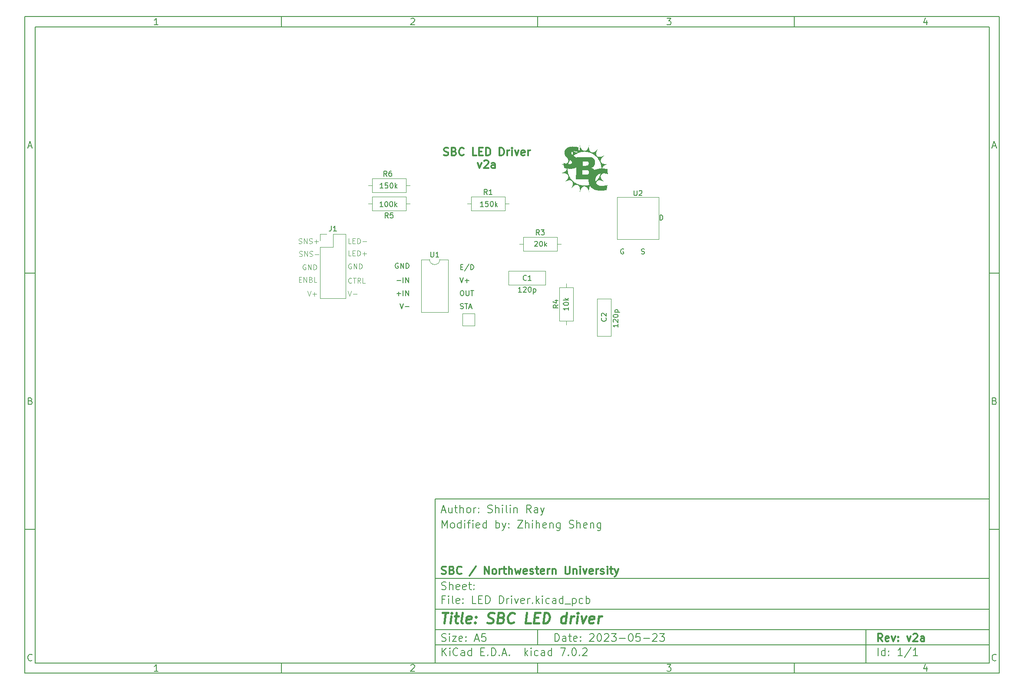
<source format=gto>
%TF.GenerationSoftware,KiCad,Pcbnew,7.0.2*%
%TF.CreationDate,2023-05-23T14:29:37-05:00*%
%TF.ProjectId,LED Driver,4c454420-4472-4697-9665-722e6b696361,v2a*%
%TF.SameCoordinates,Original*%
%TF.FileFunction,Legend,Top*%
%TF.FilePolarity,Positive*%
%FSLAX46Y46*%
G04 Gerber Fmt 4.6, Leading zero omitted, Abs format (unit mm)*
G04 Created by KiCad (PCBNEW 7.0.2) date 2023-05-23 14:29:37*
%MOMM*%
%LPD*%
G01*
G04 APERTURE LIST*
%ADD10C,0.100000*%
%ADD11C,0.150000*%
%ADD12C,0.300000*%
%ADD13C,0.400000*%
%ADD14C,0.120000*%
G04 APERTURE END LIST*
D10*
D11*
X90007200Y-104005800D02*
X198007200Y-104005800D01*
X198007200Y-136005800D01*
X90007200Y-136005800D01*
X90007200Y-104005800D01*
D10*
D11*
X10000000Y-10000000D02*
X200007200Y-10000000D01*
X200007200Y-138005800D01*
X10000000Y-138005800D01*
X10000000Y-10000000D01*
D10*
D11*
X12000000Y-12000000D02*
X198007200Y-12000000D01*
X198007200Y-136005800D01*
X12000000Y-136005800D01*
X12000000Y-12000000D01*
D10*
D11*
X60000000Y-12000000D02*
X60000000Y-10000000D01*
D10*
D11*
X110000000Y-12000000D02*
X110000000Y-10000000D01*
D10*
D11*
X160000000Y-12000000D02*
X160000000Y-10000000D01*
D10*
D11*
X35990476Y-11601404D02*
X35247619Y-11601404D01*
X35619047Y-11601404D02*
X35619047Y-10301404D01*
X35619047Y-10301404D02*
X35495238Y-10487119D01*
X35495238Y-10487119D02*
X35371428Y-10610928D01*
X35371428Y-10610928D02*
X35247619Y-10672833D01*
D10*
D11*
X85247619Y-10425214D02*
X85309523Y-10363309D01*
X85309523Y-10363309D02*
X85433333Y-10301404D01*
X85433333Y-10301404D02*
X85742857Y-10301404D01*
X85742857Y-10301404D02*
X85866666Y-10363309D01*
X85866666Y-10363309D02*
X85928571Y-10425214D01*
X85928571Y-10425214D02*
X85990476Y-10549023D01*
X85990476Y-10549023D02*
X85990476Y-10672833D01*
X85990476Y-10672833D02*
X85928571Y-10858547D01*
X85928571Y-10858547D02*
X85185714Y-11601404D01*
X85185714Y-11601404D02*
X85990476Y-11601404D01*
D10*
D11*
X135185714Y-10301404D02*
X135990476Y-10301404D01*
X135990476Y-10301404D02*
X135557142Y-10796642D01*
X135557142Y-10796642D02*
X135742857Y-10796642D01*
X135742857Y-10796642D02*
X135866666Y-10858547D01*
X135866666Y-10858547D02*
X135928571Y-10920452D01*
X135928571Y-10920452D02*
X135990476Y-11044261D01*
X135990476Y-11044261D02*
X135990476Y-11353785D01*
X135990476Y-11353785D02*
X135928571Y-11477595D01*
X135928571Y-11477595D02*
X135866666Y-11539500D01*
X135866666Y-11539500D02*
X135742857Y-11601404D01*
X135742857Y-11601404D02*
X135371428Y-11601404D01*
X135371428Y-11601404D02*
X135247619Y-11539500D01*
X135247619Y-11539500D02*
X135185714Y-11477595D01*
D10*
D11*
X185866666Y-10734738D02*
X185866666Y-11601404D01*
X185557142Y-10239500D02*
X185247619Y-11168071D01*
X185247619Y-11168071D02*
X186052380Y-11168071D01*
D10*
D11*
X60000000Y-136005800D02*
X60000000Y-138005800D01*
D10*
D11*
X110000000Y-136005800D02*
X110000000Y-138005800D01*
D10*
D11*
X160000000Y-136005800D02*
X160000000Y-138005800D01*
D10*
D11*
X35990476Y-137607204D02*
X35247619Y-137607204D01*
X35619047Y-137607204D02*
X35619047Y-136307204D01*
X35619047Y-136307204D02*
X35495238Y-136492919D01*
X35495238Y-136492919D02*
X35371428Y-136616728D01*
X35371428Y-136616728D02*
X35247619Y-136678633D01*
D10*
D11*
X85247619Y-136431014D02*
X85309523Y-136369109D01*
X85309523Y-136369109D02*
X85433333Y-136307204D01*
X85433333Y-136307204D02*
X85742857Y-136307204D01*
X85742857Y-136307204D02*
X85866666Y-136369109D01*
X85866666Y-136369109D02*
X85928571Y-136431014D01*
X85928571Y-136431014D02*
X85990476Y-136554823D01*
X85990476Y-136554823D02*
X85990476Y-136678633D01*
X85990476Y-136678633D02*
X85928571Y-136864347D01*
X85928571Y-136864347D02*
X85185714Y-137607204D01*
X85185714Y-137607204D02*
X85990476Y-137607204D01*
D10*
D11*
X135185714Y-136307204D02*
X135990476Y-136307204D01*
X135990476Y-136307204D02*
X135557142Y-136802442D01*
X135557142Y-136802442D02*
X135742857Y-136802442D01*
X135742857Y-136802442D02*
X135866666Y-136864347D01*
X135866666Y-136864347D02*
X135928571Y-136926252D01*
X135928571Y-136926252D02*
X135990476Y-137050061D01*
X135990476Y-137050061D02*
X135990476Y-137359585D01*
X135990476Y-137359585D02*
X135928571Y-137483395D01*
X135928571Y-137483395D02*
X135866666Y-137545300D01*
X135866666Y-137545300D02*
X135742857Y-137607204D01*
X135742857Y-137607204D02*
X135371428Y-137607204D01*
X135371428Y-137607204D02*
X135247619Y-137545300D01*
X135247619Y-137545300D02*
X135185714Y-137483395D01*
D10*
D11*
X185866666Y-136740538D02*
X185866666Y-137607204D01*
X185557142Y-136245300D02*
X185247619Y-137173871D01*
X185247619Y-137173871D02*
X186052380Y-137173871D01*
D10*
D11*
X10000000Y-60000000D02*
X12000000Y-60000000D01*
D10*
D11*
X10000000Y-110000000D02*
X12000000Y-110000000D01*
D10*
D11*
X10690476Y-35229976D02*
X11309523Y-35229976D01*
X10566666Y-35601404D02*
X10999999Y-34301404D01*
X10999999Y-34301404D02*
X11433333Y-35601404D01*
D10*
D11*
X11092857Y-84920452D02*
X11278571Y-84982357D01*
X11278571Y-84982357D02*
X11340476Y-85044261D01*
X11340476Y-85044261D02*
X11402380Y-85168071D01*
X11402380Y-85168071D02*
X11402380Y-85353785D01*
X11402380Y-85353785D02*
X11340476Y-85477595D01*
X11340476Y-85477595D02*
X11278571Y-85539500D01*
X11278571Y-85539500D02*
X11154761Y-85601404D01*
X11154761Y-85601404D02*
X10659523Y-85601404D01*
X10659523Y-85601404D02*
X10659523Y-84301404D01*
X10659523Y-84301404D02*
X11092857Y-84301404D01*
X11092857Y-84301404D02*
X11216666Y-84363309D01*
X11216666Y-84363309D02*
X11278571Y-84425214D01*
X11278571Y-84425214D02*
X11340476Y-84549023D01*
X11340476Y-84549023D02*
X11340476Y-84672833D01*
X11340476Y-84672833D02*
X11278571Y-84796642D01*
X11278571Y-84796642D02*
X11216666Y-84858547D01*
X11216666Y-84858547D02*
X11092857Y-84920452D01*
X11092857Y-84920452D02*
X10659523Y-84920452D01*
D10*
D11*
X11402380Y-135477595D02*
X11340476Y-135539500D01*
X11340476Y-135539500D02*
X11154761Y-135601404D01*
X11154761Y-135601404D02*
X11030952Y-135601404D01*
X11030952Y-135601404D02*
X10845238Y-135539500D01*
X10845238Y-135539500D02*
X10721428Y-135415690D01*
X10721428Y-135415690D02*
X10659523Y-135291880D01*
X10659523Y-135291880D02*
X10597619Y-135044261D01*
X10597619Y-135044261D02*
X10597619Y-134858547D01*
X10597619Y-134858547D02*
X10659523Y-134610928D01*
X10659523Y-134610928D02*
X10721428Y-134487119D01*
X10721428Y-134487119D02*
X10845238Y-134363309D01*
X10845238Y-134363309D02*
X11030952Y-134301404D01*
X11030952Y-134301404D02*
X11154761Y-134301404D01*
X11154761Y-134301404D02*
X11340476Y-134363309D01*
X11340476Y-134363309D02*
X11402380Y-134425214D01*
D10*
D11*
X200007200Y-60000000D02*
X198007200Y-60000000D01*
D10*
D11*
X200007200Y-110000000D02*
X198007200Y-110000000D01*
D10*
D11*
X198697676Y-35229976D02*
X199316723Y-35229976D01*
X198573866Y-35601404D02*
X199007199Y-34301404D01*
X199007199Y-34301404D02*
X199440533Y-35601404D01*
D10*
D11*
X199100057Y-84920452D02*
X199285771Y-84982357D01*
X199285771Y-84982357D02*
X199347676Y-85044261D01*
X199347676Y-85044261D02*
X199409580Y-85168071D01*
X199409580Y-85168071D02*
X199409580Y-85353785D01*
X199409580Y-85353785D02*
X199347676Y-85477595D01*
X199347676Y-85477595D02*
X199285771Y-85539500D01*
X199285771Y-85539500D02*
X199161961Y-85601404D01*
X199161961Y-85601404D02*
X198666723Y-85601404D01*
X198666723Y-85601404D02*
X198666723Y-84301404D01*
X198666723Y-84301404D02*
X199100057Y-84301404D01*
X199100057Y-84301404D02*
X199223866Y-84363309D01*
X199223866Y-84363309D02*
X199285771Y-84425214D01*
X199285771Y-84425214D02*
X199347676Y-84549023D01*
X199347676Y-84549023D02*
X199347676Y-84672833D01*
X199347676Y-84672833D02*
X199285771Y-84796642D01*
X199285771Y-84796642D02*
X199223866Y-84858547D01*
X199223866Y-84858547D02*
X199100057Y-84920452D01*
X199100057Y-84920452D02*
X198666723Y-84920452D01*
D10*
D11*
X199409580Y-135477595D02*
X199347676Y-135539500D01*
X199347676Y-135539500D02*
X199161961Y-135601404D01*
X199161961Y-135601404D02*
X199038152Y-135601404D01*
X199038152Y-135601404D02*
X198852438Y-135539500D01*
X198852438Y-135539500D02*
X198728628Y-135415690D01*
X198728628Y-135415690D02*
X198666723Y-135291880D01*
X198666723Y-135291880D02*
X198604819Y-135044261D01*
X198604819Y-135044261D02*
X198604819Y-134858547D01*
X198604819Y-134858547D02*
X198666723Y-134610928D01*
X198666723Y-134610928D02*
X198728628Y-134487119D01*
X198728628Y-134487119D02*
X198852438Y-134363309D01*
X198852438Y-134363309D02*
X199038152Y-134301404D01*
X199038152Y-134301404D02*
X199161961Y-134301404D01*
X199161961Y-134301404D02*
X199347676Y-134363309D01*
X199347676Y-134363309D02*
X199409580Y-134425214D01*
D10*
D11*
X113364342Y-131799728D02*
X113364342Y-130299728D01*
X113364342Y-130299728D02*
X113721485Y-130299728D01*
X113721485Y-130299728D02*
X113935771Y-130371157D01*
X113935771Y-130371157D02*
X114078628Y-130514014D01*
X114078628Y-130514014D02*
X114150057Y-130656871D01*
X114150057Y-130656871D02*
X114221485Y-130942585D01*
X114221485Y-130942585D02*
X114221485Y-131156871D01*
X114221485Y-131156871D02*
X114150057Y-131442585D01*
X114150057Y-131442585D02*
X114078628Y-131585442D01*
X114078628Y-131585442D02*
X113935771Y-131728300D01*
X113935771Y-131728300D02*
X113721485Y-131799728D01*
X113721485Y-131799728D02*
X113364342Y-131799728D01*
X115507200Y-131799728D02*
X115507200Y-131014014D01*
X115507200Y-131014014D02*
X115435771Y-130871157D01*
X115435771Y-130871157D02*
X115292914Y-130799728D01*
X115292914Y-130799728D02*
X115007200Y-130799728D01*
X115007200Y-130799728D02*
X114864342Y-130871157D01*
X115507200Y-131728300D02*
X115364342Y-131799728D01*
X115364342Y-131799728D02*
X115007200Y-131799728D01*
X115007200Y-131799728D02*
X114864342Y-131728300D01*
X114864342Y-131728300D02*
X114792914Y-131585442D01*
X114792914Y-131585442D02*
X114792914Y-131442585D01*
X114792914Y-131442585D02*
X114864342Y-131299728D01*
X114864342Y-131299728D02*
X115007200Y-131228300D01*
X115007200Y-131228300D02*
X115364342Y-131228300D01*
X115364342Y-131228300D02*
X115507200Y-131156871D01*
X116007200Y-130799728D02*
X116578628Y-130799728D01*
X116221485Y-130299728D02*
X116221485Y-131585442D01*
X116221485Y-131585442D02*
X116292914Y-131728300D01*
X116292914Y-131728300D02*
X116435771Y-131799728D01*
X116435771Y-131799728D02*
X116578628Y-131799728D01*
X117650057Y-131728300D02*
X117507200Y-131799728D01*
X117507200Y-131799728D02*
X117221486Y-131799728D01*
X117221486Y-131799728D02*
X117078628Y-131728300D01*
X117078628Y-131728300D02*
X117007200Y-131585442D01*
X117007200Y-131585442D02*
X117007200Y-131014014D01*
X117007200Y-131014014D02*
X117078628Y-130871157D01*
X117078628Y-130871157D02*
X117221486Y-130799728D01*
X117221486Y-130799728D02*
X117507200Y-130799728D01*
X117507200Y-130799728D02*
X117650057Y-130871157D01*
X117650057Y-130871157D02*
X117721486Y-131014014D01*
X117721486Y-131014014D02*
X117721486Y-131156871D01*
X117721486Y-131156871D02*
X117007200Y-131299728D01*
X118364342Y-131656871D02*
X118435771Y-131728300D01*
X118435771Y-131728300D02*
X118364342Y-131799728D01*
X118364342Y-131799728D02*
X118292914Y-131728300D01*
X118292914Y-131728300D02*
X118364342Y-131656871D01*
X118364342Y-131656871D02*
X118364342Y-131799728D01*
X118364342Y-130871157D02*
X118435771Y-130942585D01*
X118435771Y-130942585D02*
X118364342Y-131014014D01*
X118364342Y-131014014D02*
X118292914Y-130942585D01*
X118292914Y-130942585D02*
X118364342Y-130871157D01*
X118364342Y-130871157D02*
X118364342Y-131014014D01*
X120150057Y-130442585D02*
X120221485Y-130371157D01*
X120221485Y-130371157D02*
X120364343Y-130299728D01*
X120364343Y-130299728D02*
X120721485Y-130299728D01*
X120721485Y-130299728D02*
X120864343Y-130371157D01*
X120864343Y-130371157D02*
X120935771Y-130442585D01*
X120935771Y-130442585D02*
X121007200Y-130585442D01*
X121007200Y-130585442D02*
X121007200Y-130728300D01*
X121007200Y-130728300D02*
X120935771Y-130942585D01*
X120935771Y-130942585D02*
X120078628Y-131799728D01*
X120078628Y-131799728D02*
X121007200Y-131799728D01*
X121935771Y-130299728D02*
X122078628Y-130299728D01*
X122078628Y-130299728D02*
X122221485Y-130371157D01*
X122221485Y-130371157D02*
X122292914Y-130442585D01*
X122292914Y-130442585D02*
X122364342Y-130585442D01*
X122364342Y-130585442D02*
X122435771Y-130871157D01*
X122435771Y-130871157D02*
X122435771Y-131228300D01*
X122435771Y-131228300D02*
X122364342Y-131514014D01*
X122364342Y-131514014D02*
X122292914Y-131656871D01*
X122292914Y-131656871D02*
X122221485Y-131728300D01*
X122221485Y-131728300D02*
X122078628Y-131799728D01*
X122078628Y-131799728D02*
X121935771Y-131799728D01*
X121935771Y-131799728D02*
X121792914Y-131728300D01*
X121792914Y-131728300D02*
X121721485Y-131656871D01*
X121721485Y-131656871D02*
X121650056Y-131514014D01*
X121650056Y-131514014D02*
X121578628Y-131228300D01*
X121578628Y-131228300D02*
X121578628Y-130871157D01*
X121578628Y-130871157D02*
X121650056Y-130585442D01*
X121650056Y-130585442D02*
X121721485Y-130442585D01*
X121721485Y-130442585D02*
X121792914Y-130371157D01*
X121792914Y-130371157D02*
X121935771Y-130299728D01*
X123007199Y-130442585D02*
X123078627Y-130371157D01*
X123078627Y-130371157D02*
X123221485Y-130299728D01*
X123221485Y-130299728D02*
X123578627Y-130299728D01*
X123578627Y-130299728D02*
X123721485Y-130371157D01*
X123721485Y-130371157D02*
X123792913Y-130442585D01*
X123792913Y-130442585D02*
X123864342Y-130585442D01*
X123864342Y-130585442D02*
X123864342Y-130728300D01*
X123864342Y-130728300D02*
X123792913Y-130942585D01*
X123792913Y-130942585D02*
X122935770Y-131799728D01*
X122935770Y-131799728D02*
X123864342Y-131799728D01*
X124364341Y-130299728D02*
X125292913Y-130299728D01*
X125292913Y-130299728D02*
X124792913Y-130871157D01*
X124792913Y-130871157D02*
X125007198Y-130871157D01*
X125007198Y-130871157D02*
X125150056Y-130942585D01*
X125150056Y-130942585D02*
X125221484Y-131014014D01*
X125221484Y-131014014D02*
X125292913Y-131156871D01*
X125292913Y-131156871D02*
X125292913Y-131514014D01*
X125292913Y-131514014D02*
X125221484Y-131656871D01*
X125221484Y-131656871D02*
X125150056Y-131728300D01*
X125150056Y-131728300D02*
X125007198Y-131799728D01*
X125007198Y-131799728D02*
X124578627Y-131799728D01*
X124578627Y-131799728D02*
X124435770Y-131728300D01*
X124435770Y-131728300D02*
X124364341Y-131656871D01*
X125935769Y-131228300D02*
X127078627Y-131228300D01*
X128078627Y-130299728D02*
X128221484Y-130299728D01*
X128221484Y-130299728D02*
X128364341Y-130371157D01*
X128364341Y-130371157D02*
X128435770Y-130442585D01*
X128435770Y-130442585D02*
X128507198Y-130585442D01*
X128507198Y-130585442D02*
X128578627Y-130871157D01*
X128578627Y-130871157D02*
X128578627Y-131228300D01*
X128578627Y-131228300D02*
X128507198Y-131514014D01*
X128507198Y-131514014D02*
X128435770Y-131656871D01*
X128435770Y-131656871D02*
X128364341Y-131728300D01*
X128364341Y-131728300D02*
X128221484Y-131799728D01*
X128221484Y-131799728D02*
X128078627Y-131799728D01*
X128078627Y-131799728D02*
X127935770Y-131728300D01*
X127935770Y-131728300D02*
X127864341Y-131656871D01*
X127864341Y-131656871D02*
X127792912Y-131514014D01*
X127792912Y-131514014D02*
X127721484Y-131228300D01*
X127721484Y-131228300D02*
X127721484Y-130871157D01*
X127721484Y-130871157D02*
X127792912Y-130585442D01*
X127792912Y-130585442D02*
X127864341Y-130442585D01*
X127864341Y-130442585D02*
X127935770Y-130371157D01*
X127935770Y-130371157D02*
X128078627Y-130299728D01*
X129935769Y-130299728D02*
X129221483Y-130299728D01*
X129221483Y-130299728D02*
X129150055Y-131014014D01*
X129150055Y-131014014D02*
X129221483Y-130942585D01*
X129221483Y-130942585D02*
X129364341Y-130871157D01*
X129364341Y-130871157D02*
X129721483Y-130871157D01*
X129721483Y-130871157D02*
X129864341Y-130942585D01*
X129864341Y-130942585D02*
X129935769Y-131014014D01*
X129935769Y-131014014D02*
X130007198Y-131156871D01*
X130007198Y-131156871D02*
X130007198Y-131514014D01*
X130007198Y-131514014D02*
X129935769Y-131656871D01*
X129935769Y-131656871D02*
X129864341Y-131728300D01*
X129864341Y-131728300D02*
X129721483Y-131799728D01*
X129721483Y-131799728D02*
X129364341Y-131799728D01*
X129364341Y-131799728D02*
X129221483Y-131728300D01*
X129221483Y-131728300D02*
X129150055Y-131656871D01*
X130650054Y-131228300D02*
X131792912Y-131228300D01*
X132435769Y-130442585D02*
X132507197Y-130371157D01*
X132507197Y-130371157D02*
X132650055Y-130299728D01*
X132650055Y-130299728D02*
X133007197Y-130299728D01*
X133007197Y-130299728D02*
X133150055Y-130371157D01*
X133150055Y-130371157D02*
X133221483Y-130442585D01*
X133221483Y-130442585D02*
X133292912Y-130585442D01*
X133292912Y-130585442D02*
X133292912Y-130728300D01*
X133292912Y-130728300D02*
X133221483Y-130942585D01*
X133221483Y-130942585D02*
X132364340Y-131799728D01*
X132364340Y-131799728D02*
X133292912Y-131799728D01*
X133792911Y-130299728D02*
X134721483Y-130299728D01*
X134721483Y-130299728D02*
X134221483Y-130871157D01*
X134221483Y-130871157D02*
X134435768Y-130871157D01*
X134435768Y-130871157D02*
X134578626Y-130942585D01*
X134578626Y-130942585D02*
X134650054Y-131014014D01*
X134650054Y-131014014D02*
X134721483Y-131156871D01*
X134721483Y-131156871D02*
X134721483Y-131514014D01*
X134721483Y-131514014D02*
X134650054Y-131656871D01*
X134650054Y-131656871D02*
X134578626Y-131728300D01*
X134578626Y-131728300D02*
X134435768Y-131799728D01*
X134435768Y-131799728D02*
X134007197Y-131799728D01*
X134007197Y-131799728D02*
X133864340Y-131728300D01*
X133864340Y-131728300D02*
X133792911Y-131656871D01*
D10*
D11*
X90007200Y-132505800D02*
X198007200Y-132505800D01*
D10*
D11*
X91364342Y-134599728D02*
X91364342Y-133099728D01*
X92221485Y-134599728D02*
X91578628Y-133742585D01*
X92221485Y-133099728D02*
X91364342Y-133956871D01*
X92864342Y-134599728D02*
X92864342Y-133599728D01*
X92864342Y-133099728D02*
X92792914Y-133171157D01*
X92792914Y-133171157D02*
X92864342Y-133242585D01*
X92864342Y-133242585D02*
X92935771Y-133171157D01*
X92935771Y-133171157D02*
X92864342Y-133099728D01*
X92864342Y-133099728D02*
X92864342Y-133242585D01*
X94435771Y-134456871D02*
X94364343Y-134528300D01*
X94364343Y-134528300D02*
X94150057Y-134599728D01*
X94150057Y-134599728D02*
X94007200Y-134599728D01*
X94007200Y-134599728D02*
X93792914Y-134528300D01*
X93792914Y-134528300D02*
X93650057Y-134385442D01*
X93650057Y-134385442D02*
X93578628Y-134242585D01*
X93578628Y-134242585D02*
X93507200Y-133956871D01*
X93507200Y-133956871D02*
X93507200Y-133742585D01*
X93507200Y-133742585D02*
X93578628Y-133456871D01*
X93578628Y-133456871D02*
X93650057Y-133314014D01*
X93650057Y-133314014D02*
X93792914Y-133171157D01*
X93792914Y-133171157D02*
X94007200Y-133099728D01*
X94007200Y-133099728D02*
X94150057Y-133099728D01*
X94150057Y-133099728D02*
X94364343Y-133171157D01*
X94364343Y-133171157D02*
X94435771Y-133242585D01*
X95721486Y-134599728D02*
X95721486Y-133814014D01*
X95721486Y-133814014D02*
X95650057Y-133671157D01*
X95650057Y-133671157D02*
X95507200Y-133599728D01*
X95507200Y-133599728D02*
X95221486Y-133599728D01*
X95221486Y-133599728D02*
X95078628Y-133671157D01*
X95721486Y-134528300D02*
X95578628Y-134599728D01*
X95578628Y-134599728D02*
X95221486Y-134599728D01*
X95221486Y-134599728D02*
X95078628Y-134528300D01*
X95078628Y-134528300D02*
X95007200Y-134385442D01*
X95007200Y-134385442D02*
X95007200Y-134242585D01*
X95007200Y-134242585D02*
X95078628Y-134099728D01*
X95078628Y-134099728D02*
X95221486Y-134028300D01*
X95221486Y-134028300D02*
X95578628Y-134028300D01*
X95578628Y-134028300D02*
X95721486Y-133956871D01*
X97078629Y-134599728D02*
X97078629Y-133099728D01*
X97078629Y-134528300D02*
X96935771Y-134599728D01*
X96935771Y-134599728D02*
X96650057Y-134599728D01*
X96650057Y-134599728D02*
X96507200Y-134528300D01*
X96507200Y-134528300D02*
X96435771Y-134456871D01*
X96435771Y-134456871D02*
X96364343Y-134314014D01*
X96364343Y-134314014D02*
X96364343Y-133885442D01*
X96364343Y-133885442D02*
X96435771Y-133742585D01*
X96435771Y-133742585D02*
X96507200Y-133671157D01*
X96507200Y-133671157D02*
X96650057Y-133599728D01*
X96650057Y-133599728D02*
X96935771Y-133599728D01*
X96935771Y-133599728D02*
X97078629Y-133671157D01*
X98935771Y-133814014D02*
X99435771Y-133814014D01*
X99650057Y-134599728D02*
X98935771Y-134599728D01*
X98935771Y-134599728D02*
X98935771Y-133099728D01*
X98935771Y-133099728D02*
X99650057Y-133099728D01*
X100292914Y-134456871D02*
X100364343Y-134528300D01*
X100364343Y-134528300D02*
X100292914Y-134599728D01*
X100292914Y-134599728D02*
X100221486Y-134528300D01*
X100221486Y-134528300D02*
X100292914Y-134456871D01*
X100292914Y-134456871D02*
X100292914Y-134599728D01*
X101007200Y-134599728D02*
X101007200Y-133099728D01*
X101007200Y-133099728D02*
X101364343Y-133099728D01*
X101364343Y-133099728D02*
X101578629Y-133171157D01*
X101578629Y-133171157D02*
X101721486Y-133314014D01*
X101721486Y-133314014D02*
X101792915Y-133456871D01*
X101792915Y-133456871D02*
X101864343Y-133742585D01*
X101864343Y-133742585D02*
X101864343Y-133956871D01*
X101864343Y-133956871D02*
X101792915Y-134242585D01*
X101792915Y-134242585D02*
X101721486Y-134385442D01*
X101721486Y-134385442D02*
X101578629Y-134528300D01*
X101578629Y-134528300D02*
X101364343Y-134599728D01*
X101364343Y-134599728D02*
X101007200Y-134599728D01*
X102507200Y-134456871D02*
X102578629Y-134528300D01*
X102578629Y-134528300D02*
X102507200Y-134599728D01*
X102507200Y-134599728D02*
X102435772Y-134528300D01*
X102435772Y-134528300D02*
X102507200Y-134456871D01*
X102507200Y-134456871D02*
X102507200Y-134599728D01*
X103150058Y-134171157D02*
X103864344Y-134171157D01*
X103007201Y-134599728D02*
X103507201Y-133099728D01*
X103507201Y-133099728D02*
X104007201Y-134599728D01*
X104507200Y-134456871D02*
X104578629Y-134528300D01*
X104578629Y-134528300D02*
X104507200Y-134599728D01*
X104507200Y-134599728D02*
X104435772Y-134528300D01*
X104435772Y-134528300D02*
X104507200Y-134456871D01*
X104507200Y-134456871D02*
X104507200Y-134599728D01*
X107507200Y-134599728D02*
X107507200Y-133099728D01*
X107650058Y-134028300D02*
X108078629Y-134599728D01*
X108078629Y-133599728D02*
X107507200Y-134171157D01*
X108721486Y-134599728D02*
X108721486Y-133599728D01*
X108721486Y-133099728D02*
X108650058Y-133171157D01*
X108650058Y-133171157D02*
X108721486Y-133242585D01*
X108721486Y-133242585D02*
X108792915Y-133171157D01*
X108792915Y-133171157D02*
X108721486Y-133099728D01*
X108721486Y-133099728D02*
X108721486Y-133242585D01*
X110078630Y-134528300D02*
X109935772Y-134599728D01*
X109935772Y-134599728D02*
X109650058Y-134599728D01*
X109650058Y-134599728D02*
X109507201Y-134528300D01*
X109507201Y-134528300D02*
X109435772Y-134456871D01*
X109435772Y-134456871D02*
X109364344Y-134314014D01*
X109364344Y-134314014D02*
X109364344Y-133885442D01*
X109364344Y-133885442D02*
X109435772Y-133742585D01*
X109435772Y-133742585D02*
X109507201Y-133671157D01*
X109507201Y-133671157D02*
X109650058Y-133599728D01*
X109650058Y-133599728D02*
X109935772Y-133599728D01*
X109935772Y-133599728D02*
X110078630Y-133671157D01*
X111364344Y-134599728D02*
X111364344Y-133814014D01*
X111364344Y-133814014D02*
X111292915Y-133671157D01*
X111292915Y-133671157D02*
X111150058Y-133599728D01*
X111150058Y-133599728D02*
X110864344Y-133599728D01*
X110864344Y-133599728D02*
X110721486Y-133671157D01*
X111364344Y-134528300D02*
X111221486Y-134599728D01*
X111221486Y-134599728D02*
X110864344Y-134599728D01*
X110864344Y-134599728D02*
X110721486Y-134528300D01*
X110721486Y-134528300D02*
X110650058Y-134385442D01*
X110650058Y-134385442D02*
X110650058Y-134242585D01*
X110650058Y-134242585D02*
X110721486Y-134099728D01*
X110721486Y-134099728D02*
X110864344Y-134028300D01*
X110864344Y-134028300D02*
X111221486Y-134028300D01*
X111221486Y-134028300D02*
X111364344Y-133956871D01*
X112721487Y-134599728D02*
X112721487Y-133099728D01*
X112721487Y-134528300D02*
X112578629Y-134599728D01*
X112578629Y-134599728D02*
X112292915Y-134599728D01*
X112292915Y-134599728D02*
X112150058Y-134528300D01*
X112150058Y-134528300D02*
X112078629Y-134456871D01*
X112078629Y-134456871D02*
X112007201Y-134314014D01*
X112007201Y-134314014D02*
X112007201Y-133885442D01*
X112007201Y-133885442D02*
X112078629Y-133742585D01*
X112078629Y-133742585D02*
X112150058Y-133671157D01*
X112150058Y-133671157D02*
X112292915Y-133599728D01*
X112292915Y-133599728D02*
X112578629Y-133599728D01*
X112578629Y-133599728D02*
X112721487Y-133671157D01*
X114435772Y-133099728D02*
X115435772Y-133099728D01*
X115435772Y-133099728D02*
X114792915Y-134599728D01*
X116007200Y-134456871D02*
X116078629Y-134528300D01*
X116078629Y-134528300D02*
X116007200Y-134599728D01*
X116007200Y-134599728D02*
X115935772Y-134528300D01*
X115935772Y-134528300D02*
X116007200Y-134456871D01*
X116007200Y-134456871D02*
X116007200Y-134599728D01*
X117007201Y-133099728D02*
X117150058Y-133099728D01*
X117150058Y-133099728D02*
X117292915Y-133171157D01*
X117292915Y-133171157D02*
X117364344Y-133242585D01*
X117364344Y-133242585D02*
X117435772Y-133385442D01*
X117435772Y-133385442D02*
X117507201Y-133671157D01*
X117507201Y-133671157D02*
X117507201Y-134028300D01*
X117507201Y-134028300D02*
X117435772Y-134314014D01*
X117435772Y-134314014D02*
X117364344Y-134456871D01*
X117364344Y-134456871D02*
X117292915Y-134528300D01*
X117292915Y-134528300D02*
X117150058Y-134599728D01*
X117150058Y-134599728D02*
X117007201Y-134599728D01*
X117007201Y-134599728D02*
X116864344Y-134528300D01*
X116864344Y-134528300D02*
X116792915Y-134456871D01*
X116792915Y-134456871D02*
X116721486Y-134314014D01*
X116721486Y-134314014D02*
X116650058Y-134028300D01*
X116650058Y-134028300D02*
X116650058Y-133671157D01*
X116650058Y-133671157D02*
X116721486Y-133385442D01*
X116721486Y-133385442D02*
X116792915Y-133242585D01*
X116792915Y-133242585D02*
X116864344Y-133171157D01*
X116864344Y-133171157D02*
X117007201Y-133099728D01*
X118150057Y-134456871D02*
X118221486Y-134528300D01*
X118221486Y-134528300D02*
X118150057Y-134599728D01*
X118150057Y-134599728D02*
X118078629Y-134528300D01*
X118078629Y-134528300D02*
X118150057Y-134456871D01*
X118150057Y-134456871D02*
X118150057Y-134599728D01*
X118792915Y-133242585D02*
X118864343Y-133171157D01*
X118864343Y-133171157D02*
X119007201Y-133099728D01*
X119007201Y-133099728D02*
X119364343Y-133099728D01*
X119364343Y-133099728D02*
X119507201Y-133171157D01*
X119507201Y-133171157D02*
X119578629Y-133242585D01*
X119578629Y-133242585D02*
X119650058Y-133385442D01*
X119650058Y-133385442D02*
X119650058Y-133528300D01*
X119650058Y-133528300D02*
X119578629Y-133742585D01*
X119578629Y-133742585D02*
X118721486Y-134599728D01*
X118721486Y-134599728D02*
X119650058Y-134599728D01*
D10*
D11*
X90007200Y-129505800D02*
X198007200Y-129505800D01*
D10*
D12*
X177221485Y-131799728D02*
X176721485Y-131085442D01*
X176364342Y-131799728D02*
X176364342Y-130299728D01*
X176364342Y-130299728D02*
X176935771Y-130299728D01*
X176935771Y-130299728D02*
X177078628Y-130371157D01*
X177078628Y-130371157D02*
X177150057Y-130442585D01*
X177150057Y-130442585D02*
X177221485Y-130585442D01*
X177221485Y-130585442D02*
X177221485Y-130799728D01*
X177221485Y-130799728D02*
X177150057Y-130942585D01*
X177150057Y-130942585D02*
X177078628Y-131014014D01*
X177078628Y-131014014D02*
X176935771Y-131085442D01*
X176935771Y-131085442D02*
X176364342Y-131085442D01*
X178435771Y-131728300D02*
X178292914Y-131799728D01*
X178292914Y-131799728D02*
X178007200Y-131799728D01*
X178007200Y-131799728D02*
X177864342Y-131728300D01*
X177864342Y-131728300D02*
X177792914Y-131585442D01*
X177792914Y-131585442D02*
X177792914Y-131014014D01*
X177792914Y-131014014D02*
X177864342Y-130871157D01*
X177864342Y-130871157D02*
X178007200Y-130799728D01*
X178007200Y-130799728D02*
X178292914Y-130799728D01*
X178292914Y-130799728D02*
X178435771Y-130871157D01*
X178435771Y-130871157D02*
X178507200Y-131014014D01*
X178507200Y-131014014D02*
X178507200Y-131156871D01*
X178507200Y-131156871D02*
X177792914Y-131299728D01*
X179007199Y-130799728D02*
X179364342Y-131799728D01*
X179364342Y-131799728D02*
X179721485Y-130799728D01*
X180292913Y-131656871D02*
X180364342Y-131728300D01*
X180364342Y-131728300D02*
X180292913Y-131799728D01*
X180292913Y-131799728D02*
X180221485Y-131728300D01*
X180221485Y-131728300D02*
X180292913Y-131656871D01*
X180292913Y-131656871D02*
X180292913Y-131799728D01*
X180292913Y-130871157D02*
X180364342Y-130942585D01*
X180364342Y-130942585D02*
X180292913Y-131014014D01*
X180292913Y-131014014D02*
X180221485Y-130942585D01*
X180221485Y-130942585D02*
X180292913Y-130871157D01*
X180292913Y-130871157D02*
X180292913Y-131014014D01*
X182007199Y-130799728D02*
X182364342Y-131799728D01*
X182364342Y-131799728D02*
X182721485Y-130799728D01*
X183221485Y-130442585D02*
X183292913Y-130371157D01*
X183292913Y-130371157D02*
X183435771Y-130299728D01*
X183435771Y-130299728D02*
X183792913Y-130299728D01*
X183792913Y-130299728D02*
X183935771Y-130371157D01*
X183935771Y-130371157D02*
X184007199Y-130442585D01*
X184007199Y-130442585D02*
X184078628Y-130585442D01*
X184078628Y-130585442D02*
X184078628Y-130728300D01*
X184078628Y-130728300D02*
X184007199Y-130942585D01*
X184007199Y-130942585D02*
X183150056Y-131799728D01*
X183150056Y-131799728D02*
X184078628Y-131799728D01*
X185364342Y-131799728D02*
X185364342Y-131014014D01*
X185364342Y-131014014D02*
X185292913Y-130871157D01*
X185292913Y-130871157D02*
X185150056Y-130799728D01*
X185150056Y-130799728D02*
X184864342Y-130799728D01*
X184864342Y-130799728D02*
X184721484Y-130871157D01*
X185364342Y-131728300D02*
X185221484Y-131799728D01*
X185221484Y-131799728D02*
X184864342Y-131799728D01*
X184864342Y-131799728D02*
X184721484Y-131728300D01*
X184721484Y-131728300D02*
X184650056Y-131585442D01*
X184650056Y-131585442D02*
X184650056Y-131442585D01*
X184650056Y-131442585D02*
X184721484Y-131299728D01*
X184721484Y-131299728D02*
X184864342Y-131228300D01*
X184864342Y-131228300D02*
X185221484Y-131228300D01*
X185221484Y-131228300D02*
X185364342Y-131156871D01*
D10*
D11*
X91292914Y-131728300D02*
X91507200Y-131799728D01*
X91507200Y-131799728D02*
X91864342Y-131799728D01*
X91864342Y-131799728D02*
X92007200Y-131728300D01*
X92007200Y-131728300D02*
X92078628Y-131656871D01*
X92078628Y-131656871D02*
X92150057Y-131514014D01*
X92150057Y-131514014D02*
X92150057Y-131371157D01*
X92150057Y-131371157D02*
X92078628Y-131228300D01*
X92078628Y-131228300D02*
X92007200Y-131156871D01*
X92007200Y-131156871D02*
X91864342Y-131085442D01*
X91864342Y-131085442D02*
X91578628Y-131014014D01*
X91578628Y-131014014D02*
X91435771Y-130942585D01*
X91435771Y-130942585D02*
X91364342Y-130871157D01*
X91364342Y-130871157D02*
X91292914Y-130728300D01*
X91292914Y-130728300D02*
X91292914Y-130585442D01*
X91292914Y-130585442D02*
X91364342Y-130442585D01*
X91364342Y-130442585D02*
X91435771Y-130371157D01*
X91435771Y-130371157D02*
X91578628Y-130299728D01*
X91578628Y-130299728D02*
X91935771Y-130299728D01*
X91935771Y-130299728D02*
X92150057Y-130371157D01*
X92792913Y-131799728D02*
X92792913Y-130799728D01*
X92792913Y-130299728D02*
X92721485Y-130371157D01*
X92721485Y-130371157D02*
X92792913Y-130442585D01*
X92792913Y-130442585D02*
X92864342Y-130371157D01*
X92864342Y-130371157D02*
X92792913Y-130299728D01*
X92792913Y-130299728D02*
X92792913Y-130442585D01*
X93364342Y-130799728D02*
X94150057Y-130799728D01*
X94150057Y-130799728D02*
X93364342Y-131799728D01*
X93364342Y-131799728D02*
X94150057Y-131799728D01*
X95292914Y-131728300D02*
X95150057Y-131799728D01*
X95150057Y-131799728D02*
X94864343Y-131799728D01*
X94864343Y-131799728D02*
X94721485Y-131728300D01*
X94721485Y-131728300D02*
X94650057Y-131585442D01*
X94650057Y-131585442D02*
X94650057Y-131014014D01*
X94650057Y-131014014D02*
X94721485Y-130871157D01*
X94721485Y-130871157D02*
X94864343Y-130799728D01*
X94864343Y-130799728D02*
X95150057Y-130799728D01*
X95150057Y-130799728D02*
X95292914Y-130871157D01*
X95292914Y-130871157D02*
X95364343Y-131014014D01*
X95364343Y-131014014D02*
X95364343Y-131156871D01*
X95364343Y-131156871D02*
X94650057Y-131299728D01*
X96007199Y-131656871D02*
X96078628Y-131728300D01*
X96078628Y-131728300D02*
X96007199Y-131799728D01*
X96007199Y-131799728D02*
X95935771Y-131728300D01*
X95935771Y-131728300D02*
X96007199Y-131656871D01*
X96007199Y-131656871D02*
X96007199Y-131799728D01*
X96007199Y-130871157D02*
X96078628Y-130942585D01*
X96078628Y-130942585D02*
X96007199Y-131014014D01*
X96007199Y-131014014D02*
X95935771Y-130942585D01*
X95935771Y-130942585D02*
X96007199Y-130871157D01*
X96007199Y-130871157D02*
X96007199Y-131014014D01*
X97792914Y-131371157D02*
X98507200Y-131371157D01*
X97650057Y-131799728D02*
X98150057Y-130299728D01*
X98150057Y-130299728D02*
X98650057Y-131799728D01*
X99864342Y-130299728D02*
X99150056Y-130299728D01*
X99150056Y-130299728D02*
X99078628Y-131014014D01*
X99078628Y-131014014D02*
X99150056Y-130942585D01*
X99150056Y-130942585D02*
X99292914Y-130871157D01*
X99292914Y-130871157D02*
X99650056Y-130871157D01*
X99650056Y-130871157D02*
X99792914Y-130942585D01*
X99792914Y-130942585D02*
X99864342Y-131014014D01*
X99864342Y-131014014D02*
X99935771Y-131156871D01*
X99935771Y-131156871D02*
X99935771Y-131514014D01*
X99935771Y-131514014D02*
X99864342Y-131656871D01*
X99864342Y-131656871D02*
X99792914Y-131728300D01*
X99792914Y-131728300D02*
X99650056Y-131799728D01*
X99650056Y-131799728D02*
X99292914Y-131799728D01*
X99292914Y-131799728D02*
X99150056Y-131728300D01*
X99150056Y-131728300D02*
X99078628Y-131656871D01*
D10*
D11*
X176364342Y-134599728D02*
X176364342Y-133099728D01*
X177721486Y-134599728D02*
X177721486Y-133099728D01*
X177721486Y-134528300D02*
X177578628Y-134599728D01*
X177578628Y-134599728D02*
X177292914Y-134599728D01*
X177292914Y-134599728D02*
X177150057Y-134528300D01*
X177150057Y-134528300D02*
X177078628Y-134456871D01*
X177078628Y-134456871D02*
X177007200Y-134314014D01*
X177007200Y-134314014D02*
X177007200Y-133885442D01*
X177007200Y-133885442D02*
X177078628Y-133742585D01*
X177078628Y-133742585D02*
X177150057Y-133671157D01*
X177150057Y-133671157D02*
X177292914Y-133599728D01*
X177292914Y-133599728D02*
X177578628Y-133599728D01*
X177578628Y-133599728D02*
X177721486Y-133671157D01*
X178435771Y-134456871D02*
X178507200Y-134528300D01*
X178507200Y-134528300D02*
X178435771Y-134599728D01*
X178435771Y-134599728D02*
X178364343Y-134528300D01*
X178364343Y-134528300D02*
X178435771Y-134456871D01*
X178435771Y-134456871D02*
X178435771Y-134599728D01*
X178435771Y-133671157D02*
X178507200Y-133742585D01*
X178507200Y-133742585D02*
X178435771Y-133814014D01*
X178435771Y-133814014D02*
X178364343Y-133742585D01*
X178364343Y-133742585D02*
X178435771Y-133671157D01*
X178435771Y-133671157D02*
X178435771Y-133814014D01*
X181078629Y-134599728D02*
X180221486Y-134599728D01*
X180650057Y-134599728D02*
X180650057Y-133099728D01*
X180650057Y-133099728D02*
X180507200Y-133314014D01*
X180507200Y-133314014D02*
X180364343Y-133456871D01*
X180364343Y-133456871D02*
X180221486Y-133528300D01*
X182792914Y-133028300D02*
X181507200Y-134956871D01*
X184078629Y-134599728D02*
X183221486Y-134599728D01*
X183650057Y-134599728D02*
X183650057Y-133099728D01*
X183650057Y-133099728D02*
X183507200Y-133314014D01*
X183507200Y-133314014D02*
X183364343Y-133456871D01*
X183364343Y-133456871D02*
X183221486Y-133528300D01*
D10*
D11*
X90007200Y-125505800D02*
X198007200Y-125505800D01*
D10*
D13*
X91435771Y-126231038D02*
X92578628Y-126231038D01*
X91757200Y-128231038D02*
X92007200Y-126231038D01*
X92983390Y-128231038D02*
X93150057Y-126897704D01*
X93233390Y-126231038D02*
X93126247Y-126326276D01*
X93126247Y-126326276D02*
X93209581Y-126421514D01*
X93209581Y-126421514D02*
X93316724Y-126326276D01*
X93316724Y-126326276D02*
X93233390Y-126231038D01*
X93233390Y-126231038D02*
X93209581Y-126421514D01*
X93804819Y-126897704D02*
X94566723Y-126897704D01*
X94173866Y-126231038D02*
X93959581Y-127945323D01*
X93959581Y-127945323D02*
X94031009Y-128135800D01*
X94031009Y-128135800D02*
X94209581Y-128231038D01*
X94209581Y-128231038D02*
X94400057Y-128231038D01*
X95340533Y-128231038D02*
X95161961Y-128135800D01*
X95161961Y-128135800D02*
X95090533Y-127945323D01*
X95090533Y-127945323D02*
X95304818Y-126231038D01*
X96864342Y-128135800D02*
X96661961Y-128231038D01*
X96661961Y-128231038D02*
X96281008Y-128231038D01*
X96281008Y-128231038D02*
X96102437Y-128135800D01*
X96102437Y-128135800D02*
X96031008Y-127945323D01*
X96031008Y-127945323D02*
X96126247Y-127183419D01*
X96126247Y-127183419D02*
X96245294Y-126992942D01*
X96245294Y-126992942D02*
X96447675Y-126897704D01*
X96447675Y-126897704D02*
X96828627Y-126897704D01*
X96828627Y-126897704D02*
X97007199Y-126992942D01*
X97007199Y-126992942D02*
X97078627Y-127183419D01*
X97078627Y-127183419D02*
X97054818Y-127373895D01*
X97054818Y-127373895D02*
X96078627Y-127564371D01*
X97816723Y-128040561D02*
X97900056Y-128135800D01*
X97900056Y-128135800D02*
X97792913Y-128231038D01*
X97792913Y-128231038D02*
X97709580Y-128135800D01*
X97709580Y-128135800D02*
X97816723Y-128040561D01*
X97816723Y-128040561D02*
X97792913Y-128231038D01*
X97947675Y-126992942D02*
X98031008Y-127088180D01*
X98031008Y-127088180D02*
X97923866Y-127183419D01*
X97923866Y-127183419D02*
X97840532Y-127088180D01*
X97840532Y-127088180D02*
X97947675Y-126992942D01*
X97947675Y-126992942D02*
X97923866Y-127183419D01*
X100173866Y-128135800D02*
X100447675Y-128231038D01*
X100447675Y-128231038D02*
X100923866Y-128231038D01*
X100923866Y-128231038D02*
X101126247Y-128135800D01*
X101126247Y-128135800D02*
X101233390Y-128040561D01*
X101233390Y-128040561D02*
X101352437Y-127850085D01*
X101352437Y-127850085D02*
X101376247Y-127659609D01*
X101376247Y-127659609D02*
X101304818Y-127469133D01*
X101304818Y-127469133D02*
X101221485Y-127373895D01*
X101221485Y-127373895D02*
X101042914Y-127278657D01*
X101042914Y-127278657D02*
X100673866Y-127183419D01*
X100673866Y-127183419D02*
X100495294Y-127088180D01*
X100495294Y-127088180D02*
X100411961Y-126992942D01*
X100411961Y-126992942D02*
X100340533Y-126802466D01*
X100340533Y-126802466D02*
X100364342Y-126611990D01*
X100364342Y-126611990D02*
X100483390Y-126421514D01*
X100483390Y-126421514D02*
X100590533Y-126326276D01*
X100590533Y-126326276D02*
X100792914Y-126231038D01*
X100792914Y-126231038D02*
X101269104Y-126231038D01*
X101269104Y-126231038D02*
X101542914Y-126326276D01*
X102947675Y-127183419D02*
X103221485Y-127278657D01*
X103221485Y-127278657D02*
X103304818Y-127373895D01*
X103304818Y-127373895D02*
X103376247Y-127564371D01*
X103376247Y-127564371D02*
X103340532Y-127850085D01*
X103340532Y-127850085D02*
X103221485Y-128040561D01*
X103221485Y-128040561D02*
X103114342Y-128135800D01*
X103114342Y-128135800D02*
X102911961Y-128231038D01*
X102911961Y-128231038D02*
X102150056Y-128231038D01*
X102150056Y-128231038D02*
X102400056Y-126231038D01*
X102400056Y-126231038D02*
X103066723Y-126231038D01*
X103066723Y-126231038D02*
X103245294Y-126326276D01*
X103245294Y-126326276D02*
X103328628Y-126421514D01*
X103328628Y-126421514D02*
X103400056Y-126611990D01*
X103400056Y-126611990D02*
X103376247Y-126802466D01*
X103376247Y-126802466D02*
X103257199Y-126992942D01*
X103257199Y-126992942D02*
X103150056Y-127088180D01*
X103150056Y-127088180D02*
X102947675Y-127183419D01*
X102947675Y-127183419D02*
X102281009Y-127183419D01*
X105304818Y-128040561D02*
X105197675Y-128135800D01*
X105197675Y-128135800D02*
X104900056Y-128231038D01*
X104900056Y-128231038D02*
X104709580Y-128231038D01*
X104709580Y-128231038D02*
X104435770Y-128135800D01*
X104435770Y-128135800D02*
X104269104Y-127945323D01*
X104269104Y-127945323D02*
X104197675Y-127754847D01*
X104197675Y-127754847D02*
X104150056Y-127373895D01*
X104150056Y-127373895D02*
X104185770Y-127088180D01*
X104185770Y-127088180D02*
X104328627Y-126707228D01*
X104328627Y-126707228D02*
X104447675Y-126516752D01*
X104447675Y-126516752D02*
X104661961Y-126326276D01*
X104661961Y-126326276D02*
X104959580Y-126231038D01*
X104959580Y-126231038D02*
X105150056Y-126231038D01*
X105150056Y-126231038D02*
X105423866Y-126326276D01*
X105423866Y-126326276D02*
X105507199Y-126421514D01*
X108602437Y-128231038D02*
X107650056Y-128231038D01*
X107650056Y-128231038D02*
X107900056Y-126231038D01*
X109388152Y-127183419D02*
X110054818Y-127183419D01*
X110209580Y-128231038D02*
X109257199Y-128231038D01*
X109257199Y-128231038D02*
X109507199Y-126231038D01*
X109507199Y-126231038D02*
X110459580Y-126231038D01*
X111054818Y-128231038D02*
X111304818Y-126231038D01*
X111304818Y-126231038D02*
X111781009Y-126231038D01*
X111781009Y-126231038D02*
X112054818Y-126326276D01*
X112054818Y-126326276D02*
X112221485Y-126516752D01*
X112221485Y-126516752D02*
X112292913Y-126707228D01*
X112292913Y-126707228D02*
X112340533Y-127088180D01*
X112340533Y-127088180D02*
X112304818Y-127373895D01*
X112304818Y-127373895D02*
X112161961Y-127754847D01*
X112161961Y-127754847D02*
X112042913Y-127945323D01*
X112042913Y-127945323D02*
X111828628Y-128135800D01*
X111828628Y-128135800D02*
X111531009Y-128231038D01*
X111531009Y-128231038D02*
X111054818Y-128231038D01*
X115423866Y-128231038D02*
X115673866Y-126231038D01*
X115435771Y-128135800D02*
X115233390Y-128231038D01*
X115233390Y-128231038D02*
X114852438Y-128231038D01*
X114852438Y-128231038D02*
X114673866Y-128135800D01*
X114673866Y-128135800D02*
X114590533Y-128040561D01*
X114590533Y-128040561D02*
X114519104Y-127850085D01*
X114519104Y-127850085D02*
X114590533Y-127278657D01*
X114590533Y-127278657D02*
X114709580Y-127088180D01*
X114709580Y-127088180D02*
X114816723Y-126992942D01*
X114816723Y-126992942D02*
X115019104Y-126897704D01*
X115019104Y-126897704D02*
X115400057Y-126897704D01*
X115400057Y-126897704D02*
X115578628Y-126992942D01*
X116364342Y-128231038D02*
X116531009Y-126897704D01*
X116483390Y-127278657D02*
X116602437Y-127088180D01*
X116602437Y-127088180D02*
X116709580Y-126992942D01*
X116709580Y-126992942D02*
X116911961Y-126897704D01*
X116911961Y-126897704D02*
X117102437Y-126897704D01*
X117590532Y-128231038D02*
X117757199Y-126897704D01*
X117840532Y-126231038D02*
X117733389Y-126326276D01*
X117733389Y-126326276D02*
X117816723Y-126421514D01*
X117816723Y-126421514D02*
X117923866Y-126326276D01*
X117923866Y-126326276D02*
X117840532Y-126231038D01*
X117840532Y-126231038D02*
X117816723Y-126421514D01*
X118507199Y-126897704D02*
X118816723Y-128231038D01*
X118816723Y-128231038D02*
X119459580Y-126897704D01*
X120816723Y-128135800D02*
X120614342Y-128231038D01*
X120614342Y-128231038D02*
X120233389Y-128231038D01*
X120233389Y-128231038D02*
X120054818Y-128135800D01*
X120054818Y-128135800D02*
X119983389Y-127945323D01*
X119983389Y-127945323D02*
X120078628Y-127183419D01*
X120078628Y-127183419D02*
X120197675Y-126992942D01*
X120197675Y-126992942D02*
X120400056Y-126897704D01*
X120400056Y-126897704D02*
X120781008Y-126897704D01*
X120781008Y-126897704D02*
X120959580Y-126992942D01*
X120959580Y-126992942D02*
X121031008Y-127183419D01*
X121031008Y-127183419D02*
X121007199Y-127373895D01*
X121007199Y-127373895D02*
X120031008Y-127564371D01*
X121745294Y-128231038D02*
X121911961Y-126897704D01*
X121864342Y-127278657D02*
X121983389Y-127088180D01*
X121983389Y-127088180D02*
X122090532Y-126992942D01*
X122090532Y-126992942D02*
X122292913Y-126897704D01*
X122292913Y-126897704D02*
X122483389Y-126897704D01*
D10*
D11*
X91864342Y-123614014D02*
X91364342Y-123614014D01*
X91364342Y-124399728D02*
X91364342Y-122899728D01*
X91364342Y-122899728D02*
X92078628Y-122899728D01*
X92650056Y-124399728D02*
X92650056Y-123399728D01*
X92650056Y-122899728D02*
X92578628Y-122971157D01*
X92578628Y-122971157D02*
X92650056Y-123042585D01*
X92650056Y-123042585D02*
X92721485Y-122971157D01*
X92721485Y-122971157D02*
X92650056Y-122899728D01*
X92650056Y-122899728D02*
X92650056Y-123042585D01*
X93578628Y-124399728D02*
X93435771Y-124328300D01*
X93435771Y-124328300D02*
X93364342Y-124185442D01*
X93364342Y-124185442D02*
X93364342Y-122899728D01*
X94721485Y-124328300D02*
X94578628Y-124399728D01*
X94578628Y-124399728D02*
X94292914Y-124399728D01*
X94292914Y-124399728D02*
X94150056Y-124328300D01*
X94150056Y-124328300D02*
X94078628Y-124185442D01*
X94078628Y-124185442D02*
X94078628Y-123614014D01*
X94078628Y-123614014D02*
X94150056Y-123471157D01*
X94150056Y-123471157D02*
X94292914Y-123399728D01*
X94292914Y-123399728D02*
X94578628Y-123399728D01*
X94578628Y-123399728D02*
X94721485Y-123471157D01*
X94721485Y-123471157D02*
X94792914Y-123614014D01*
X94792914Y-123614014D02*
X94792914Y-123756871D01*
X94792914Y-123756871D02*
X94078628Y-123899728D01*
X95435770Y-124256871D02*
X95507199Y-124328300D01*
X95507199Y-124328300D02*
X95435770Y-124399728D01*
X95435770Y-124399728D02*
X95364342Y-124328300D01*
X95364342Y-124328300D02*
X95435770Y-124256871D01*
X95435770Y-124256871D02*
X95435770Y-124399728D01*
X95435770Y-123471157D02*
X95507199Y-123542585D01*
X95507199Y-123542585D02*
X95435770Y-123614014D01*
X95435770Y-123614014D02*
X95364342Y-123542585D01*
X95364342Y-123542585D02*
X95435770Y-123471157D01*
X95435770Y-123471157D02*
X95435770Y-123614014D01*
X98007199Y-124399728D02*
X97292913Y-124399728D01*
X97292913Y-124399728D02*
X97292913Y-122899728D01*
X98507199Y-123614014D02*
X99007199Y-123614014D01*
X99221485Y-124399728D02*
X98507199Y-124399728D01*
X98507199Y-124399728D02*
X98507199Y-122899728D01*
X98507199Y-122899728D02*
X99221485Y-122899728D01*
X99864342Y-124399728D02*
X99864342Y-122899728D01*
X99864342Y-122899728D02*
X100221485Y-122899728D01*
X100221485Y-122899728D02*
X100435771Y-122971157D01*
X100435771Y-122971157D02*
X100578628Y-123114014D01*
X100578628Y-123114014D02*
X100650057Y-123256871D01*
X100650057Y-123256871D02*
X100721485Y-123542585D01*
X100721485Y-123542585D02*
X100721485Y-123756871D01*
X100721485Y-123756871D02*
X100650057Y-124042585D01*
X100650057Y-124042585D02*
X100578628Y-124185442D01*
X100578628Y-124185442D02*
X100435771Y-124328300D01*
X100435771Y-124328300D02*
X100221485Y-124399728D01*
X100221485Y-124399728D02*
X99864342Y-124399728D01*
X102507199Y-124399728D02*
X102507199Y-122899728D01*
X102507199Y-122899728D02*
X102864342Y-122899728D01*
X102864342Y-122899728D02*
X103078628Y-122971157D01*
X103078628Y-122971157D02*
X103221485Y-123114014D01*
X103221485Y-123114014D02*
X103292914Y-123256871D01*
X103292914Y-123256871D02*
X103364342Y-123542585D01*
X103364342Y-123542585D02*
X103364342Y-123756871D01*
X103364342Y-123756871D02*
X103292914Y-124042585D01*
X103292914Y-124042585D02*
X103221485Y-124185442D01*
X103221485Y-124185442D02*
X103078628Y-124328300D01*
X103078628Y-124328300D02*
X102864342Y-124399728D01*
X102864342Y-124399728D02*
X102507199Y-124399728D01*
X104007199Y-124399728D02*
X104007199Y-123399728D01*
X104007199Y-123685442D02*
X104078628Y-123542585D01*
X104078628Y-123542585D02*
X104150057Y-123471157D01*
X104150057Y-123471157D02*
X104292914Y-123399728D01*
X104292914Y-123399728D02*
X104435771Y-123399728D01*
X104935770Y-124399728D02*
X104935770Y-123399728D01*
X104935770Y-122899728D02*
X104864342Y-122971157D01*
X104864342Y-122971157D02*
X104935770Y-123042585D01*
X104935770Y-123042585D02*
X105007199Y-122971157D01*
X105007199Y-122971157D02*
X104935770Y-122899728D01*
X104935770Y-122899728D02*
X104935770Y-123042585D01*
X105507199Y-123399728D02*
X105864342Y-124399728D01*
X105864342Y-124399728D02*
X106221485Y-123399728D01*
X107364342Y-124328300D02*
X107221485Y-124399728D01*
X107221485Y-124399728D02*
X106935771Y-124399728D01*
X106935771Y-124399728D02*
X106792913Y-124328300D01*
X106792913Y-124328300D02*
X106721485Y-124185442D01*
X106721485Y-124185442D02*
X106721485Y-123614014D01*
X106721485Y-123614014D02*
X106792913Y-123471157D01*
X106792913Y-123471157D02*
X106935771Y-123399728D01*
X106935771Y-123399728D02*
X107221485Y-123399728D01*
X107221485Y-123399728D02*
X107364342Y-123471157D01*
X107364342Y-123471157D02*
X107435771Y-123614014D01*
X107435771Y-123614014D02*
X107435771Y-123756871D01*
X107435771Y-123756871D02*
X106721485Y-123899728D01*
X108078627Y-124399728D02*
X108078627Y-123399728D01*
X108078627Y-123685442D02*
X108150056Y-123542585D01*
X108150056Y-123542585D02*
X108221485Y-123471157D01*
X108221485Y-123471157D02*
X108364342Y-123399728D01*
X108364342Y-123399728D02*
X108507199Y-123399728D01*
X109007198Y-124256871D02*
X109078627Y-124328300D01*
X109078627Y-124328300D02*
X109007198Y-124399728D01*
X109007198Y-124399728D02*
X108935770Y-124328300D01*
X108935770Y-124328300D02*
X109007198Y-124256871D01*
X109007198Y-124256871D02*
X109007198Y-124399728D01*
X109721484Y-124399728D02*
X109721484Y-122899728D01*
X109864342Y-123828300D02*
X110292913Y-124399728D01*
X110292913Y-123399728D02*
X109721484Y-123971157D01*
X110935770Y-124399728D02*
X110935770Y-123399728D01*
X110935770Y-122899728D02*
X110864342Y-122971157D01*
X110864342Y-122971157D02*
X110935770Y-123042585D01*
X110935770Y-123042585D02*
X111007199Y-122971157D01*
X111007199Y-122971157D02*
X110935770Y-122899728D01*
X110935770Y-122899728D02*
X110935770Y-123042585D01*
X112292914Y-124328300D02*
X112150056Y-124399728D01*
X112150056Y-124399728D02*
X111864342Y-124399728D01*
X111864342Y-124399728D02*
X111721485Y-124328300D01*
X111721485Y-124328300D02*
X111650056Y-124256871D01*
X111650056Y-124256871D02*
X111578628Y-124114014D01*
X111578628Y-124114014D02*
X111578628Y-123685442D01*
X111578628Y-123685442D02*
X111650056Y-123542585D01*
X111650056Y-123542585D02*
X111721485Y-123471157D01*
X111721485Y-123471157D02*
X111864342Y-123399728D01*
X111864342Y-123399728D02*
X112150056Y-123399728D01*
X112150056Y-123399728D02*
X112292914Y-123471157D01*
X113578628Y-124399728D02*
X113578628Y-123614014D01*
X113578628Y-123614014D02*
X113507199Y-123471157D01*
X113507199Y-123471157D02*
X113364342Y-123399728D01*
X113364342Y-123399728D02*
X113078628Y-123399728D01*
X113078628Y-123399728D02*
X112935770Y-123471157D01*
X113578628Y-124328300D02*
X113435770Y-124399728D01*
X113435770Y-124399728D02*
X113078628Y-124399728D01*
X113078628Y-124399728D02*
X112935770Y-124328300D01*
X112935770Y-124328300D02*
X112864342Y-124185442D01*
X112864342Y-124185442D02*
X112864342Y-124042585D01*
X112864342Y-124042585D02*
X112935770Y-123899728D01*
X112935770Y-123899728D02*
X113078628Y-123828300D01*
X113078628Y-123828300D02*
X113435770Y-123828300D01*
X113435770Y-123828300D02*
X113578628Y-123756871D01*
X114935771Y-124399728D02*
X114935771Y-122899728D01*
X114935771Y-124328300D02*
X114792913Y-124399728D01*
X114792913Y-124399728D02*
X114507199Y-124399728D01*
X114507199Y-124399728D02*
X114364342Y-124328300D01*
X114364342Y-124328300D02*
X114292913Y-124256871D01*
X114292913Y-124256871D02*
X114221485Y-124114014D01*
X114221485Y-124114014D02*
X114221485Y-123685442D01*
X114221485Y-123685442D02*
X114292913Y-123542585D01*
X114292913Y-123542585D02*
X114364342Y-123471157D01*
X114364342Y-123471157D02*
X114507199Y-123399728D01*
X114507199Y-123399728D02*
X114792913Y-123399728D01*
X114792913Y-123399728D02*
X114935771Y-123471157D01*
X115292914Y-124542585D02*
X116435771Y-124542585D01*
X116792913Y-123399728D02*
X116792913Y-124899728D01*
X116792913Y-123471157D02*
X116935771Y-123399728D01*
X116935771Y-123399728D02*
X117221485Y-123399728D01*
X117221485Y-123399728D02*
X117364342Y-123471157D01*
X117364342Y-123471157D02*
X117435771Y-123542585D01*
X117435771Y-123542585D02*
X117507199Y-123685442D01*
X117507199Y-123685442D02*
X117507199Y-124114014D01*
X117507199Y-124114014D02*
X117435771Y-124256871D01*
X117435771Y-124256871D02*
X117364342Y-124328300D01*
X117364342Y-124328300D02*
X117221485Y-124399728D01*
X117221485Y-124399728D02*
X116935771Y-124399728D01*
X116935771Y-124399728D02*
X116792913Y-124328300D01*
X118792914Y-124328300D02*
X118650056Y-124399728D01*
X118650056Y-124399728D02*
X118364342Y-124399728D01*
X118364342Y-124399728D02*
X118221485Y-124328300D01*
X118221485Y-124328300D02*
X118150056Y-124256871D01*
X118150056Y-124256871D02*
X118078628Y-124114014D01*
X118078628Y-124114014D02*
X118078628Y-123685442D01*
X118078628Y-123685442D02*
X118150056Y-123542585D01*
X118150056Y-123542585D02*
X118221485Y-123471157D01*
X118221485Y-123471157D02*
X118364342Y-123399728D01*
X118364342Y-123399728D02*
X118650056Y-123399728D01*
X118650056Y-123399728D02*
X118792914Y-123471157D01*
X119435770Y-124399728D02*
X119435770Y-122899728D01*
X119435770Y-123471157D02*
X119578628Y-123399728D01*
X119578628Y-123399728D02*
X119864342Y-123399728D01*
X119864342Y-123399728D02*
X120007199Y-123471157D01*
X120007199Y-123471157D02*
X120078628Y-123542585D01*
X120078628Y-123542585D02*
X120150056Y-123685442D01*
X120150056Y-123685442D02*
X120150056Y-124114014D01*
X120150056Y-124114014D02*
X120078628Y-124256871D01*
X120078628Y-124256871D02*
X120007199Y-124328300D01*
X120007199Y-124328300D02*
X119864342Y-124399728D01*
X119864342Y-124399728D02*
X119578628Y-124399728D01*
X119578628Y-124399728D02*
X119435770Y-124328300D01*
D10*
D11*
X90007200Y-119505800D02*
X198007200Y-119505800D01*
D10*
D11*
X91292914Y-121628300D02*
X91507200Y-121699728D01*
X91507200Y-121699728D02*
X91864342Y-121699728D01*
X91864342Y-121699728D02*
X92007200Y-121628300D01*
X92007200Y-121628300D02*
X92078628Y-121556871D01*
X92078628Y-121556871D02*
X92150057Y-121414014D01*
X92150057Y-121414014D02*
X92150057Y-121271157D01*
X92150057Y-121271157D02*
X92078628Y-121128300D01*
X92078628Y-121128300D02*
X92007200Y-121056871D01*
X92007200Y-121056871D02*
X91864342Y-120985442D01*
X91864342Y-120985442D02*
X91578628Y-120914014D01*
X91578628Y-120914014D02*
X91435771Y-120842585D01*
X91435771Y-120842585D02*
X91364342Y-120771157D01*
X91364342Y-120771157D02*
X91292914Y-120628300D01*
X91292914Y-120628300D02*
X91292914Y-120485442D01*
X91292914Y-120485442D02*
X91364342Y-120342585D01*
X91364342Y-120342585D02*
X91435771Y-120271157D01*
X91435771Y-120271157D02*
X91578628Y-120199728D01*
X91578628Y-120199728D02*
X91935771Y-120199728D01*
X91935771Y-120199728D02*
X92150057Y-120271157D01*
X92792913Y-121699728D02*
X92792913Y-120199728D01*
X93435771Y-121699728D02*
X93435771Y-120914014D01*
X93435771Y-120914014D02*
X93364342Y-120771157D01*
X93364342Y-120771157D02*
X93221485Y-120699728D01*
X93221485Y-120699728D02*
X93007199Y-120699728D01*
X93007199Y-120699728D02*
X92864342Y-120771157D01*
X92864342Y-120771157D02*
X92792913Y-120842585D01*
X94721485Y-121628300D02*
X94578628Y-121699728D01*
X94578628Y-121699728D02*
X94292914Y-121699728D01*
X94292914Y-121699728D02*
X94150056Y-121628300D01*
X94150056Y-121628300D02*
X94078628Y-121485442D01*
X94078628Y-121485442D02*
X94078628Y-120914014D01*
X94078628Y-120914014D02*
X94150056Y-120771157D01*
X94150056Y-120771157D02*
X94292914Y-120699728D01*
X94292914Y-120699728D02*
X94578628Y-120699728D01*
X94578628Y-120699728D02*
X94721485Y-120771157D01*
X94721485Y-120771157D02*
X94792914Y-120914014D01*
X94792914Y-120914014D02*
X94792914Y-121056871D01*
X94792914Y-121056871D02*
X94078628Y-121199728D01*
X96007199Y-121628300D02*
X95864342Y-121699728D01*
X95864342Y-121699728D02*
X95578628Y-121699728D01*
X95578628Y-121699728D02*
X95435770Y-121628300D01*
X95435770Y-121628300D02*
X95364342Y-121485442D01*
X95364342Y-121485442D02*
X95364342Y-120914014D01*
X95364342Y-120914014D02*
X95435770Y-120771157D01*
X95435770Y-120771157D02*
X95578628Y-120699728D01*
X95578628Y-120699728D02*
X95864342Y-120699728D01*
X95864342Y-120699728D02*
X96007199Y-120771157D01*
X96007199Y-120771157D02*
X96078628Y-120914014D01*
X96078628Y-120914014D02*
X96078628Y-121056871D01*
X96078628Y-121056871D02*
X95364342Y-121199728D01*
X96507199Y-120699728D02*
X97078627Y-120699728D01*
X96721484Y-120199728D02*
X96721484Y-121485442D01*
X96721484Y-121485442D02*
X96792913Y-121628300D01*
X96792913Y-121628300D02*
X96935770Y-121699728D01*
X96935770Y-121699728D02*
X97078627Y-121699728D01*
X97578627Y-121556871D02*
X97650056Y-121628300D01*
X97650056Y-121628300D02*
X97578627Y-121699728D01*
X97578627Y-121699728D02*
X97507199Y-121628300D01*
X97507199Y-121628300D02*
X97578627Y-121556871D01*
X97578627Y-121556871D02*
X97578627Y-121699728D01*
X97578627Y-120771157D02*
X97650056Y-120842585D01*
X97650056Y-120842585D02*
X97578627Y-120914014D01*
X97578627Y-120914014D02*
X97507199Y-120842585D01*
X97507199Y-120842585D02*
X97578627Y-120771157D01*
X97578627Y-120771157D02*
X97578627Y-120914014D01*
D10*
D12*
X91292914Y-118628300D02*
X91507200Y-118699728D01*
X91507200Y-118699728D02*
X91864342Y-118699728D01*
X91864342Y-118699728D02*
X92007200Y-118628300D01*
X92007200Y-118628300D02*
X92078628Y-118556871D01*
X92078628Y-118556871D02*
X92150057Y-118414014D01*
X92150057Y-118414014D02*
X92150057Y-118271157D01*
X92150057Y-118271157D02*
X92078628Y-118128300D01*
X92078628Y-118128300D02*
X92007200Y-118056871D01*
X92007200Y-118056871D02*
X91864342Y-117985442D01*
X91864342Y-117985442D02*
X91578628Y-117914014D01*
X91578628Y-117914014D02*
X91435771Y-117842585D01*
X91435771Y-117842585D02*
X91364342Y-117771157D01*
X91364342Y-117771157D02*
X91292914Y-117628300D01*
X91292914Y-117628300D02*
X91292914Y-117485442D01*
X91292914Y-117485442D02*
X91364342Y-117342585D01*
X91364342Y-117342585D02*
X91435771Y-117271157D01*
X91435771Y-117271157D02*
X91578628Y-117199728D01*
X91578628Y-117199728D02*
X91935771Y-117199728D01*
X91935771Y-117199728D02*
X92150057Y-117271157D01*
X93292913Y-117914014D02*
X93507199Y-117985442D01*
X93507199Y-117985442D02*
X93578628Y-118056871D01*
X93578628Y-118056871D02*
X93650056Y-118199728D01*
X93650056Y-118199728D02*
X93650056Y-118414014D01*
X93650056Y-118414014D02*
X93578628Y-118556871D01*
X93578628Y-118556871D02*
X93507199Y-118628300D01*
X93507199Y-118628300D02*
X93364342Y-118699728D01*
X93364342Y-118699728D02*
X92792913Y-118699728D01*
X92792913Y-118699728D02*
X92792913Y-117199728D01*
X92792913Y-117199728D02*
X93292913Y-117199728D01*
X93292913Y-117199728D02*
X93435771Y-117271157D01*
X93435771Y-117271157D02*
X93507199Y-117342585D01*
X93507199Y-117342585D02*
X93578628Y-117485442D01*
X93578628Y-117485442D02*
X93578628Y-117628300D01*
X93578628Y-117628300D02*
X93507199Y-117771157D01*
X93507199Y-117771157D02*
X93435771Y-117842585D01*
X93435771Y-117842585D02*
X93292913Y-117914014D01*
X93292913Y-117914014D02*
X92792913Y-117914014D01*
X95150056Y-118556871D02*
X95078628Y-118628300D01*
X95078628Y-118628300D02*
X94864342Y-118699728D01*
X94864342Y-118699728D02*
X94721485Y-118699728D01*
X94721485Y-118699728D02*
X94507199Y-118628300D01*
X94507199Y-118628300D02*
X94364342Y-118485442D01*
X94364342Y-118485442D02*
X94292913Y-118342585D01*
X94292913Y-118342585D02*
X94221485Y-118056871D01*
X94221485Y-118056871D02*
X94221485Y-117842585D01*
X94221485Y-117842585D02*
X94292913Y-117556871D01*
X94292913Y-117556871D02*
X94364342Y-117414014D01*
X94364342Y-117414014D02*
X94507199Y-117271157D01*
X94507199Y-117271157D02*
X94721485Y-117199728D01*
X94721485Y-117199728D02*
X94864342Y-117199728D01*
X94864342Y-117199728D02*
X95078628Y-117271157D01*
X95078628Y-117271157D02*
X95150056Y-117342585D01*
X98007199Y-117128300D02*
X96721485Y-119056871D01*
X99650056Y-118699728D02*
X99650056Y-117199728D01*
X99650056Y-117199728D02*
X100507199Y-118699728D01*
X100507199Y-118699728D02*
X100507199Y-117199728D01*
X101435771Y-118699728D02*
X101292914Y-118628300D01*
X101292914Y-118628300D02*
X101221485Y-118556871D01*
X101221485Y-118556871D02*
X101150057Y-118414014D01*
X101150057Y-118414014D02*
X101150057Y-117985442D01*
X101150057Y-117985442D02*
X101221485Y-117842585D01*
X101221485Y-117842585D02*
X101292914Y-117771157D01*
X101292914Y-117771157D02*
X101435771Y-117699728D01*
X101435771Y-117699728D02*
X101650057Y-117699728D01*
X101650057Y-117699728D02*
X101792914Y-117771157D01*
X101792914Y-117771157D02*
X101864343Y-117842585D01*
X101864343Y-117842585D02*
X101935771Y-117985442D01*
X101935771Y-117985442D02*
X101935771Y-118414014D01*
X101935771Y-118414014D02*
X101864343Y-118556871D01*
X101864343Y-118556871D02*
X101792914Y-118628300D01*
X101792914Y-118628300D02*
X101650057Y-118699728D01*
X101650057Y-118699728D02*
X101435771Y-118699728D01*
X102578628Y-118699728D02*
X102578628Y-117699728D01*
X102578628Y-117985442D02*
X102650057Y-117842585D01*
X102650057Y-117842585D02*
X102721486Y-117771157D01*
X102721486Y-117771157D02*
X102864343Y-117699728D01*
X102864343Y-117699728D02*
X103007200Y-117699728D01*
X103292914Y-117699728D02*
X103864342Y-117699728D01*
X103507199Y-117199728D02*
X103507199Y-118485442D01*
X103507199Y-118485442D02*
X103578628Y-118628300D01*
X103578628Y-118628300D02*
X103721485Y-118699728D01*
X103721485Y-118699728D02*
X103864342Y-118699728D01*
X104364342Y-118699728D02*
X104364342Y-117199728D01*
X105007200Y-118699728D02*
X105007200Y-117914014D01*
X105007200Y-117914014D02*
X104935771Y-117771157D01*
X104935771Y-117771157D02*
X104792914Y-117699728D01*
X104792914Y-117699728D02*
X104578628Y-117699728D01*
X104578628Y-117699728D02*
X104435771Y-117771157D01*
X104435771Y-117771157D02*
X104364342Y-117842585D01*
X105578628Y-117699728D02*
X105864343Y-118699728D01*
X105864343Y-118699728D02*
X106150057Y-117985442D01*
X106150057Y-117985442D02*
X106435771Y-118699728D01*
X106435771Y-118699728D02*
X106721485Y-117699728D01*
X107864343Y-118628300D02*
X107721486Y-118699728D01*
X107721486Y-118699728D02*
X107435772Y-118699728D01*
X107435772Y-118699728D02*
X107292914Y-118628300D01*
X107292914Y-118628300D02*
X107221486Y-118485442D01*
X107221486Y-118485442D02*
X107221486Y-117914014D01*
X107221486Y-117914014D02*
X107292914Y-117771157D01*
X107292914Y-117771157D02*
X107435772Y-117699728D01*
X107435772Y-117699728D02*
X107721486Y-117699728D01*
X107721486Y-117699728D02*
X107864343Y-117771157D01*
X107864343Y-117771157D02*
X107935772Y-117914014D01*
X107935772Y-117914014D02*
X107935772Y-118056871D01*
X107935772Y-118056871D02*
X107221486Y-118199728D01*
X108507200Y-118628300D02*
X108650057Y-118699728D01*
X108650057Y-118699728D02*
X108935771Y-118699728D01*
X108935771Y-118699728D02*
X109078628Y-118628300D01*
X109078628Y-118628300D02*
X109150057Y-118485442D01*
X109150057Y-118485442D02*
X109150057Y-118414014D01*
X109150057Y-118414014D02*
X109078628Y-118271157D01*
X109078628Y-118271157D02*
X108935771Y-118199728D01*
X108935771Y-118199728D02*
X108721486Y-118199728D01*
X108721486Y-118199728D02*
X108578628Y-118128300D01*
X108578628Y-118128300D02*
X108507200Y-117985442D01*
X108507200Y-117985442D02*
X108507200Y-117914014D01*
X108507200Y-117914014D02*
X108578628Y-117771157D01*
X108578628Y-117771157D02*
X108721486Y-117699728D01*
X108721486Y-117699728D02*
X108935771Y-117699728D01*
X108935771Y-117699728D02*
X109078628Y-117771157D01*
X109578629Y-117699728D02*
X110150057Y-117699728D01*
X109792914Y-117199728D02*
X109792914Y-118485442D01*
X109792914Y-118485442D02*
X109864343Y-118628300D01*
X109864343Y-118628300D02*
X110007200Y-118699728D01*
X110007200Y-118699728D02*
X110150057Y-118699728D01*
X111221486Y-118628300D02*
X111078629Y-118699728D01*
X111078629Y-118699728D02*
X110792915Y-118699728D01*
X110792915Y-118699728D02*
X110650057Y-118628300D01*
X110650057Y-118628300D02*
X110578629Y-118485442D01*
X110578629Y-118485442D02*
X110578629Y-117914014D01*
X110578629Y-117914014D02*
X110650057Y-117771157D01*
X110650057Y-117771157D02*
X110792915Y-117699728D01*
X110792915Y-117699728D02*
X111078629Y-117699728D01*
X111078629Y-117699728D02*
X111221486Y-117771157D01*
X111221486Y-117771157D02*
X111292915Y-117914014D01*
X111292915Y-117914014D02*
X111292915Y-118056871D01*
X111292915Y-118056871D02*
X110578629Y-118199728D01*
X111935771Y-118699728D02*
X111935771Y-117699728D01*
X111935771Y-117985442D02*
X112007200Y-117842585D01*
X112007200Y-117842585D02*
X112078629Y-117771157D01*
X112078629Y-117771157D02*
X112221486Y-117699728D01*
X112221486Y-117699728D02*
X112364343Y-117699728D01*
X112864342Y-117699728D02*
X112864342Y-118699728D01*
X112864342Y-117842585D02*
X112935771Y-117771157D01*
X112935771Y-117771157D02*
X113078628Y-117699728D01*
X113078628Y-117699728D02*
X113292914Y-117699728D01*
X113292914Y-117699728D02*
X113435771Y-117771157D01*
X113435771Y-117771157D02*
X113507200Y-117914014D01*
X113507200Y-117914014D02*
X113507200Y-118699728D01*
X115364342Y-117199728D02*
X115364342Y-118414014D01*
X115364342Y-118414014D02*
X115435771Y-118556871D01*
X115435771Y-118556871D02*
X115507200Y-118628300D01*
X115507200Y-118628300D02*
X115650057Y-118699728D01*
X115650057Y-118699728D02*
X115935771Y-118699728D01*
X115935771Y-118699728D02*
X116078628Y-118628300D01*
X116078628Y-118628300D02*
X116150057Y-118556871D01*
X116150057Y-118556871D02*
X116221485Y-118414014D01*
X116221485Y-118414014D02*
X116221485Y-117199728D01*
X116935771Y-117699728D02*
X116935771Y-118699728D01*
X116935771Y-117842585D02*
X117007200Y-117771157D01*
X117007200Y-117771157D02*
X117150057Y-117699728D01*
X117150057Y-117699728D02*
X117364343Y-117699728D01*
X117364343Y-117699728D02*
X117507200Y-117771157D01*
X117507200Y-117771157D02*
X117578629Y-117914014D01*
X117578629Y-117914014D02*
X117578629Y-118699728D01*
X118292914Y-118699728D02*
X118292914Y-117699728D01*
X118292914Y-117199728D02*
X118221486Y-117271157D01*
X118221486Y-117271157D02*
X118292914Y-117342585D01*
X118292914Y-117342585D02*
X118364343Y-117271157D01*
X118364343Y-117271157D02*
X118292914Y-117199728D01*
X118292914Y-117199728D02*
X118292914Y-117342585D01*
X118864343Y-117699728D02*
X119221486Y-118699728D01*
X119221486Y-118699728D02*
X119578629Y-117699728D01*
X120721486Y-118628300D02*
X120578629Y-118699728D01*
X120578629Y-118699728D02*
X120292915Y-118699728D01*
X120292915Y-118699728D02*
X120150057Y-118628300D01*
X120150057Y-118628300D02*
X120078629Y-118485442D01*
X120078629Y-118485442D02*
X120078629Y-117914014D01*
X120078629Y-117914014D02*
X120150057Y-117771157D01*
X120150057Y-117771157D02*
X120292915Y-117699728D01*
X120292915Y-117699728D02*
X120578629Y-117699728D01*
X120578629Y-117699728D02*
X120721486Y-117771157D01*
X120721486Y-117771157D02*
X120792915Y-117914014D01*
X120792915Y-117914014D02*
X120792915Y-118056871D01*
X120792915Y-118056871D02*
X120078629Y-118199728D01*
X121435771Y-118699728D02*
X121435771Y-117699728D01*
X121435771Y-117985442D02*
X121507200Y-117842585D01*
X121507200Y-117842585D02*
X121578629Y-117771157D01*
X121578629Y-117771157D02*
X121721486Y-117699728D01*
X121721486Y-117699728D02*
X121864343Y-117699728D01*
X122292914Y-118628300D02*
X122435771Y-118699728D01*
X122435771Y-118699728D02*
X122721485Y-118699728D01*
X122721485Y-118699728D02*
X122864342Y-118628300D01*
X122864342Y-118628300D02*
X122935771Y-118485442D01*
X122935771Y-118485442D02*
X122935771Y-118414014D01*
X122935771Y-118414014D02*
X122864342Y-118271157D01*
X122864342Y-118271157D02*
X122721485Y-118199728D01*
X122721485Y-118199728D02*
X122507200Y-118199728D01*
X122507200Y-118199728D02*
X122364342Y-118128300D01*
X122364342Y-118128300D02*
X122292914Y-117985442D01*
X122292914Y-117985442D02*
X122292914Y-117914014D01*
X122292914Y-117914014D02*
X122364342Y-117771157D01*
X122364342Y-117771157D02*
X122507200Y-117699728D01*
X122507200Y-117699728D02*
X122721485Y-117699728D01*
X122721485Y-117699728D02*
X122864342Y-117771157D01*
X123578628Y-118699728D02*
X123578628Y-117699728D01*
X123578628Y-117199728D02*
X123507200Y-117271157D01*
X123507200Y-117271157D02*
X123578628Y-117342585D01*
X123578628Y-117342585D02*
X123650057Y-117271157D01*
X123650057Y-117271157D02*
X123578628Y-117199728D01*
X123578628Y-117199728D02*
X123578628Y-117342585D01*
X124078629Y-117699728D02*
X124650057Y-117699728D01*
X124292914Y-117199728D02*
X124292914Y-118485442D01*
X124292914Y-118485442D02*
X124364343Y-118628300D01*
X124364343Y-118628300D02*
X124507200Y-118699728D01*
X124507200Y-118699728D02*
X124650057Y-118699728D01*
X125007200Y-117699728D02*
X125364343Y-118699728D01*
X125721486Y-117699728D02*
X125364343Y-118699728D01*
X125364343Y-118699728D02*
X125221486Y-119056871D01*
X125221486Y-119056871D02*
X125150057Y-119128300D01*
X125150057Y-119128300D02*
X125007200Y-119199728D01*
D10*
D11*
D10*
D11*
D10*
D11*
X91364342Y-109699728D02*
X91364342Y-108199728D01*
X91364342Y-108199728D02*
X91864342Y-109271157D01*
X91864342Y-109271157D02*
X92364342Y-108199728D01*
X92364342Y-108199728D02*
X92364342Y-109699728D01*
X93292914Y-109699728D02*
X93150057Y-109628300D01*
X93150057Y-109628300D02*
X93078628Y-109556871D01*
X93078628Y-109556871D02*
X93007200Y-109414014D01*
X93007200Y-109414014D02*
X93007200Y-108985442D01*
X93007200Y-108985442D02*
X93078628Y-108842585D01*
X93078628Y-108842585D02*
X93150057Y-108771157D01*
X93150057Y-108771157D02*
X93292914Y-108699728D01*
X93292914Y-108699728D02*
X93507200Y-108699728D01*
X93507200Y-108699728D02*
X93650057Y-108771157D01*
X93650057Y-108771157D02*
X93721486Y-108842585D01*
X93721486Y-108842585D02*
X93792914Y-108985442D01*
X93792914Y-108985442D02*
X93792914Y-109414014D01*
X93792914Y-109414014D02*
X93721486Y-109556871D01*
X93721486Y-109556871D02*
X93650057Y-109628300D01*
X93650057Y-109628300D02*
X93507200Y-109699728D01*
X93507200Y-109699728D02*
X93292914Y-109699728D01*
X95078629Y-109699728D02*
X95078629Y-108199728D01*
X95078629Y-109628300D02*
X94935771Y-109699728D01*
X94935771Y-109699728D02*
X94650057Y-109699728D01*
X94650057Y-109699728D02*
X94507200Y-109628300D01*
X94507200Y-109628300D02*
X94435771Y-109556871D01*
X94435771Y-109556871D02*
X94364343Y-109414014D01*
X94364343Y-109414014D02*
X94364343Y-108985442D01*
X94364343Y-108985442D02*
X94435771Y-108842585D01*
X94435771Y-108842585D02*
X94507200Y-108771157D01*
X94507200Y-108771157D02*
X94650057Y-108699728D01*
X94650057Y-108699728D02*
X94935771Y-108699728D01*
X94935771Y-108699728D02*
X95078629Y-108771157D01*
X95792914Y-109699728D02*
X95792914Y-108699728D01*
X95792914Y-108199728D02*
X95721486Y-108271157D01*
X95721486Y-108271157D02*
X95792914Y-108342585D01*
X95792914Y-108342585D02*
X95864343Y-108271157D01*
X95864343Y-108271157D02*
X95792914Y-108199728D01*
X95792914Y-108199728D02*
X95792914Y-108342585D01*
X96292915Y-108699728D02*
X96864343Y-108699728D01*
X96507200Y-109699728D02*
X96507200Y-108414014D01*
X96507200Y-108414014D02*
X96578629Y-108271157D01*
X96578629Y-108271157D02*
X96721486Y-108199728D01*
X96721486Y-108199728D02*
X96864343Y-108199728D01*
X97364343Y-109699728D02*
X97364343Y-108699728D01*
X97364343Y-108199728D02*
X97292915Y-108271157D01*
X97292915Y-108271157D02*
X97364343Y-108342585D01*
X97364343Y-108342585D02*
X97435772Y-108271157D01*
X97435772Y-108271157D02*
X97364343Y-108199728D01*
X97364343Y-108199728D02*
X97364343Y-108342585D01*
X98650058Y-109628300D02*
X98507201Y-109699728D01*
X98507201Y-109699728D02*
X98221487Y-109699728D01*
X98221487Y-109699728D02*
X98078629Y-109628300D01*
X98078629Y-109628300D02*
X98007201Y-109485442D01*
X98007201Y-109485442D02*
X98007201Y-108914014D01*
X98007201Y-108914014D02*
X98078629Y-108771157D01*
X98078629Y-108771157D02*
X98221487Y-108699728D01*
X98221487Y-108699728D02*
X98507201Y-108699728D01*
X98507201Y-108699728D02*
X98650058Y-108771157D01*
X98650058Y-108771157D02*
X98721487Y-108914014D01*
X98721487Y-108914014D02*
X98721487Y-109056871D01*
X98721487Y-109056871D02*
X98007201Y-109199728D01*
X100007201Y-109699728D02*
X100007201Y-108199728D01*
X100007201Y-109628300D02*
X99864343Y-109699728D01*
X99864343Y-109699728D02*
X99578629Y-109699728D01*
X99578629Y-109699728D02*
X99435772Y-109628300D01*
X99435772Y-109628300D02*
X99364343Y-109556871D01*
X99364343Y-109556871D02*
X99292915Y-109414014D01*
X99292915Y-109414014D02*
X99292915Y-108985442D01*
X99292915Y-108985442D02*
X99364343Y-108842585D01*
X99364343Y-108842585D02*
X99435772Y-108771157D01*
X99435772Y-108771157D02*
X99578629Y-108699728D01*
X99578629Y-108699728D02*
X99864343Y-108699728D01*
X99864343Y-108699728D02*
X100007201Y-108771157D01*
X101864343Y-109699728D02*
X101864343Y-108199728D01*
X101864343Y-108771157D02*
X102007201Y-108699728D01*
X102007201Y-108699728D02*
X102292915Y-108699728D01*
X102292915Y-108699728D02*
X102435772Y-108771157D01*
X102435772Y-108771157D02*
X102507201Y-108842585D01*
X102507201Y-108842585D02*
X102578629Y-108985442D01*
X102578629Y-108985442D02*
X102578629Y-109414014D01*
X102578629Y-109414014D02*
X102507201Y-109556871D01*
X102507201Y-109556871D02*
X102435772Y-109628300D01*
X102435772Y-109628300D02*
X102292915Y-109699728D01*
X102292915Y-109699728D02*
X102007201Y-109699728D01*
X102007201Y-109699728D02*
X101864343Y-109628300D01*
X103078629Y-108699728D02*
X103435772Y-109699728D01*
X103792915Y-108699728D02*
X103435772Y-109699728D01*
X103435772Y-109699728D02*
X103292915Y-110056871D01*
X103292915Y-110056871D02*
X103221486Y-110128300D01*
X103221486Y-110128300D02*
X103078629Y-110199728D01*
X104364343Y-109556871D02*
X104435772Y-109628300D01*
X104435772Y-109628300D02*
X104364343Y-109699728D01*
X104364343Y-109699728D02*
X104292915Y-109628300D01*
X104292915Y-109628300D02*
X104364343Y-109556871D01*
X104364343Y-109556871D02*
X104364343Y-109699728D01*
X104364343Y-108771157D02*
X104435772Y-108842585D01*
X104435772Y-108842585D02*
X104364343Y-108914014D01*
X104364343Y-108914014D02*
X104292915Y-108842585D01*
X104292915Y-108842585D02*
X104364343Y-108771157D01*
X104364343Y-108771157D02*
X104364343Y-108914014D01*
X106078629Y-108199728D02*
X107078629Y-108199728D01*
X107078629Y-108199728D02*
X106078629Y-109699728D01*
X106078629Y-109699728D02*
X107078629Y-109699728D01*
X107650057Y-109699728D02*
X107650057Y-108199728D01*
X108292915Y-109699728D02*
X108292915Y-108914014D01*
X108292915Y-108914014D02*
X108221486Y-108771157D01*
X108221486Y-108771157D02*
X108078629Y-108699728D01*
X108078629Y-108699728D02*
X107864343Y-108699728D01*
X107864343Y-108699728D02*
X107721486Y-108771157D01*
X107721486Y-108771157D02*
X107650057Y-108842585D01*
X109007200Y-109699728D02*
X109007200Y-108699728D01*
X109007200Y-108199728D02*
X108935772Y-108271157D01*
X108935772Y-108271157D02*
X109007200Y-108342585D01*
X109007200Y-108342585D02*
X109078629Y-108271157D01*
X109078629Y-108271157D02*
X109007200Y-108199728D01*
X109007200Y-108199728D02*
X109007200Y-108342585D01*
X109721486Y-109699728D02*
X109721486Y-108199728D01*
X110364344Y-109699728D02*
X110364344Y-108914014D01*
X110364344Y-108914014D02*
X110292915Y-108771157D01*
X110292915Y-108771157D02*
X110150058Y-108699728D01*
X110150058Y-108699728D02*
X109935772Y-108699728D01*
X109935772Y-108699728D02*
X109792915Y-108771157D01*
X109792915Y-108771157D02*
X109721486Y-108842585D01*
X111650058Y-109628300D02*
X111507201Y-109699728D01*
X111507201Y-109699728D02*
X111221487Y-109699728D01*
X111221487Y-109699728D02*
X111078629Y-109628300D01*
X111078629Y-109628300D02*
X111007201Y-109485442D01*
X111007201Y-109485442D02*
X111007201Y-108914014D01*
X111007201Y-108914014D02*
X111078629Y-108771157D01*
X111078629Y-108771157D02*
X111221487Y-108699728D01*
X111221487Y-108699728D02*
X111507201Y-108699728D01*
X111507201Y-108699728D02*
X111650058Y-108771157D01*
X111650058Y-108771157D02*
X111721487Y-108914014D01*
X111721487Y-108914014D02*
X111721487Y-109056871D01*
X111721487Y-109056871D02*
X111007201Y-109199728D01*
X112364343Y-108699728D02*
X112364343Y-109699728D01*
X112364343Y-108842585D02*
X112435772Y-108771157D01*
X112435772Y-108771157D02*
X112578629Y-108699728D01*
X112578629Y-108699728D02*
X112792915Y-108699728D01*
X112792915Y-108699728D02*
X112935772Y-108771157D01*
X112935772Y-108771157D02*
X113007201Y-108914014D01*
X113007201Y-108914014D02*
X113007201Y-109699728D01*
X114364344Y-108699728D02*
X114364344Y-109914014D01*
X114364344Y-109914014D02*
X114292915Y-110056871D01*
X114292915Y-110056871D02*
X114221486Y-110128300D01*
X114221486Y-110128300D02*
X114078629Y-110199728D01*
X114078629Y-110199728D02*
X113864344Y-110199728D01*
X113864344Y-110199728D02*
X113721486Y-110128300D01*
X114364344Y-109628300D02*
X114221486Y-109699728D01*
X114221486Y-109699728D02*
X113935772Y-109699728D01*
X113935772Y-109699728D02*
X113792915Y-109628300D01*
X113792915Y-109628300D02*
X113721486Y-109556871D01*
X113721486Y-109556871D02*
X113650058Y-109414014D01*
X113650058Y-109414014D02*
X113650058Y-108985442D01*
X113650058Y-108985442D02*
X113721486Y-108842585D01*
X113721486Y-108842585D02*
X113792915Y-108771157D01*
X113792915Y-108771157D02*
X113935772Y-108699728D01*
X113935772Y-108699728D02*
X114221486Y-108699728D01*
X114221486Y-108699728D02*
X114364344Y-108771157D01*
X116150058Y-109628300D02*
X116364344Y-109699728D01*
X116364344Y-109699728D02*
X116721486Y-109699728D01*
X116721486Y-109699728D02*
X116864344Y-109628300D01*
X116864344Y-109628300D02*
X116935772Y-109556871D01*
X116935772Y-109556871D02*
X117007201Y-109414014D01*
X117007201Y-109414014D02*
X117007201Y-109271157D01*
X117007201Y-109271157D02*
X116935772Y-109128300D01*
X116935772Y-109128300D02*
X116864344Y-109056871D01*
X116864344Y-109056871D02*
X116721486Y-108985442D01*
X116721486Y-108985442D02*
X116435772Y-108914014D01*
X116435772Y-108914014D02*
X116292915Y-108842585D01*
X116292915Y-108842585D02*
X116221486Y-108771157D01*
X116221486Y-108771157D02*
X116150058Y-108628300D01*
X116150058Y-108628300D02*
X116150058Y-108485442D01*
X116150058Y-108485442D02*
X116221486Y-108342585D01*
X116221486Y-108342585D02*
X116292915Y-108271157D01*
X116292915Y-108271157D02*
X116435772Y-108199728D01*
X116435772Y-108199728D02*
X116792915Y-108199728D01*
X116792915Y-108199728D02*
X117007201Y-108271157D01*
X117650057Y-109699728D02*
X117650057Y-108199728D01*
X118292915Y-109699728D02*
X118292915Y-108914014D01*
X118292915Y-108914014D02*
X118221486Y-108771157D01*
X118221486Y-108771157D02*
X118078629Y-108699728D01*
X118078629Y-108699728D02*
X117864343Y-108699728D01*
X117864343Y-108699728D02*
X117721486Y-108771157D01*
X117721486Y-108771157D02*
X117650057Y-108842585D01*
X119578629Y-109628300D02*
X119435772Y-109699728D01*
X119435772Y-109699728D02*
X119150058Y-109699728D01*
X119150058Y-109699728D02*
X119007200Y-109628300D01*
X119007200Y-109628300D02*
X118935772Y-109485442D01*
X118935772Y-109485442D02*
X118935772Y-108914014D01*
X118935772Y-108914014D02*
X119007200Y-108771157D01*
X119007200Y-108771157D02*
X119150058Y-108699728D01*
X119150058Y-108699728D02*
X119435772Y-108699728D01*
X119435772Y-108699728D02*
X119578629Y-108771157D01*
X119578629Y-108771157D02*
X119650058Y-108914014D01*
X119650058Y-108914014D02*
X119650058Y-109056871D01*
X119650058Y-109056871D02*
X118935772Y-109199728D01*
X120292914Y-108699728D02*
X120292914Y-109699728D01*
X120292914Y-108842585D02*
X120364343Y-108771157D01*
X120364343Y-108771157D02*
X120507200Y-108699728D01*
X120507200Y-108699728D02*
X120721486Y-108699728D01*
X120721486Y-108699728D02*
X120864343Y-108771157D01*
X120864343Y-108771157D02*
X120935772Y-108914014D01*
X120935772Y-108914014D02*
X120935772Y-109699728D01*
X122292915Y-108699728D02*
X122292915Y-109914014D01*
X122292915Y-109914014D02*
X122221486Y-110056871D01*
X122221486Y-110056871D02*
X122150057Y-110128300D01*
X122150057Y-110128300D02*
X122007200Y-110199728D01*
X122007200Y-110199728D02*
X121792915Y-110199728D01*
X121792915Y-110199728D02*
X121650057Y-110128300D01*
X122292915Y-109628300D02*
X122150057Y-109699728D01*
X122150057Y-109699728D02*
X121864343Y-109699728D01*
X121864343Y-109699728D02*
X121721486Y-109628300D01*
X121721486Y-109628300D02*
X121650057Y-109556871D01*
X121650057Y-109556871D02*
X121578629Y-109414014D01*
X121578629Y-109414014D02*
X121578629Y-108985442D01*
X121578629Y-108985442D02*
X121650057Y-108842585D01*
X121650057Y-108842585D02*
X121721486Y-108771157D01*
X121721486Y-108771157D02*
X121864343Y-108699728D01*
X121864343Y-108699728D02*
X122150057Y-108699728D01*
X122150057Y-108699728D02*
X122292915Y-108771157D01*
D10*
D11*
X91292914Y-106271157D02*
X92007200Y-106271157D01*
X91150057Y-106699728D02*
X91650057Y-105199728D01*
X91650057Y-105199728D02*
X92150057Y-106699728D01*
X93292914Y-105699728D02*
X93292914Y-106699728D01*
X92650056Y-105699728D02*
X92650056Y-106485442D01*
X92650056Y-106485442D02*
X92721485Y-106628300D01*
X92721485Y-106628300D02*
X92864342Y-106699728D01*
X92864342Y-106699728D02*
X93078628Y-106699728D01*
X93078628Y-106699728D02*
X93221485Y-106628300D01*
X93221485Y-106628300D02*
X93292914Y-106556871D01*
X93792914Y-105699728D02*
X94364342Y-105699728D01*
X94007199Y-105199728D02*
X94007199Y-106485442D01*
X94007199Y-106485442D02*
X94078628Y-106628300D01*
X94078628Y-106628300D02*
X94221485Y-106699728D01*
X94221485Y-106699728D02*
X94364342Y-106699728D01*
X94864342Y-106699728D02*
X94864342Y-105199728D01*
X95507200Y-106699728D02*
X95507200Y-105914014D01*
X95507200Y-105914014D02*
X95435771Y-105771157D01*
X95435771Y-105771157D02*
X95292914Y-105699728D01*
X95292914Y-105699728D02*
X95078628Y-105699728D01*
X95078628Y-105699728D02*
X94935771Y-105771157D01*
X94935771Y-105771157D02*
X94864342Y-105842585D01*
X96435771Y-106699728D02*
X96292914Y-106628300D01*
X96292914Y-106628300D02*
X96221485Y-106556871D01*
X96221485Y-106556871D02*
X96150057Y-106414014D01*
X96150057Y-106414014D02*
X96150057Y-105985442D01*
X96150057Y-105985442D02*
X96221485Y-105842585D01*
X96221485Y-105842585D02*
X96292914Y-105771157D01*
X96292914Y-105771157D02*
X96435771Y-105699728D01*
X96435771Y-105699728D02*
X96650057Y-105699728D01*
X96650057Y-105699728D02*
X96792914Y-105771157D01*
X96792914Y-105771157D02*
X96864343Y-105842585D01*
X96864343Y-105842585D02*
X96935771Y-105985442D01*
X96935771Y-105985442D02*
X96935771Y-106414014D01*
X96935771Y-106414014D02*
X96864343Y-106556871D01*
X96864343Y-106556871D02*
X96792914Y-106628300D01*
X96792914Y-106628300D02*
X96650057Y-106699728D01*
X96650057Y-106699728D02*
X96435771Y-106699728D01*
X97578628Y-106699728D02*
X97578628Y-105699728D01*
X97578628Y-105985442D02*
X97650057Y-105842585D01*
X97650057Y-105842585D02*
X97721486Y-105771157D01*
X97721486Y-105771157D02*
X97864343Y-105699728D01*
X97864343Y-105699728D02*
X98007200Y-105699728D01*
X98507199Y-106556871D02*
X98578628Y-106628300D01*
X98578628Y-106628300D02*
X98507199Y-106699728D01*
X98507199Y-106699728D02*
X98435771Y-106628300D01*
X98435771Y-106628300D02*
X98507199Y-106556871D01*
X98507199Y-106556871D02*
X98507199Y-106699728D01*
X98507199Y-105771157D02*
X98578628Y-105842585D01*
X98578628Y-105842585D02*
X98507199Y-105914014D01*
X98507199Y-105914014D02*
X98435771Y-105842585D01*
X98435771Y-105842585D02*
X98507199Y-105771157D01*
X98507199Y-105771157D02*
X98507199Y-105914014D01*
X100292914Y-106628300D02*
X100507200Y-106699728D01*
X100507200Y-106699728D02*
X100864342Y-106699728D01*
X100864342Y-106699728D02*
X101007200Y-106628300D01*
X101007200Y-106628300D02*
X101078628Y-106556871D01*
X101078628Y-106556871D02*
X101150057Y-106414014D01*
X101150057Y-106414014D02*
X101150057Y-106271157D01*
X101150057Y-106271157D02*
X101078628Y-106128300D01*
X101078628Y-106128300D02*
X101007200Y-106056871D01*
X101007200Y-106056871D02*
X100864342Y-105985442D01*
X100864342Y-105985442D02*
X100578628Y-105914014D01*
X100578628Y-105914014D02*
X100435771Y-105842585D01*
X100435771Y-105842585D02*
X100364342Y-105771157D01*
X100364342Y-105771157D02*
X100292914Y-105628300D01*
X100292914Y-105628300D02*
X100292914Y-105485442D01*
X100292914Y-105485442D02*
X100364342Y-105342585D01*
X100364342Y-105342585D02*
X100435771Y-105271157D01*
X100435771Y-105271157D02*
X100578628Y-105199728D01*
X100578628Y-105199728D02*
X100935771Y-105199728D01*
X100935771Y-105199728D02*
X101150057Y-105271157D01*
X101792913Y-106699728D02*
X101792913Y-105199728D01*
X102435771Y-106699728D02*
X102435771Y-105914014D01*
X102435771Y-105914014D02*
X102364342Y-105771157D01*
X102364342Y-105771157D02*
X102221485Y-105699728D01*
X102221485Y-105699728D02*
X102007199Y-105699728D01*
X102007199Y-105699728D02*
X101864342Y-105771157D01*
X101864342Y-105771157D02*
X101792913Y-105842585D01*
X103150056Y-106699728D02*
X103150056Y-105699728D01*
X103150056Y-105199728D02*
X103078628Y-105271157D01*
X103078628Y-105271157D02*
X103150056Y-105342585D01*
X103150056Y-105342585D02*
X103221485Y-105271157D01*
X103221485Y-105271157D02*
X103150056Y-105199728D01*
X103150056Y-105199728D02*
X103150056Y-105342585D01*
X104078628Y-106699728D02*
X103935771Y-106628300D01*
X103935771Y-106628300D02*
X103864342Y-106485442D01*
X103864342Y-106485442D02*
X103864342Y-105199728D01*
X104650056Y-106699728D02*
X104650056Y-105699728D01*
X104650056Y-105199728D02*
X104578628Y-105271157D01*
X104578628Y-105271157D02*
X104650056Y-105342585D01*
X104650056Y-105342585D02*
X104721485Y-105271157D01*
X104721485Y-105271157D02*
X104650056Y-105199728D01*
X104650056Y-105199728D02*
X104650056Y-105342585D01*
X105364342Y-105699728D02*
X105364342Y-106699728D01*
X105364342Y-105842585D02*
X105435771Y-105771157D01*
X105435771Y-105771157D02*
X105578628Y-105699728D01*
X105578628Y-105699728D02*
X105792914Y-105699728D01*
X105792914Y-105699728D02*
X105935771Y-105771157D01*
X105935771Y-105771157D02*
X106007200Y-105914014D01*
X106007200Y-105914014D02*
X106007200Y-106699728D01*
X108721485Y-106699728D02*
X108221485Y-105985442D01*
X107864342Y-106699728D02*
X107864342Y-105199728D01*
X107864342Y-105199728D02*
X108435771Y-105199728D01*
X108435771Y-105199728D02*
X108578628Y-105271157D01*
X108578628Y-105271157D02*
X108650057Y-105342585D01*
X108650057Y-105342585D02*
X108721485Y-105485442D01*
X108721485Y-105485442D02*
X108721485Y-105699728D01*
X108721485Y-105699728D02*
X108650057Y-105842585D01*
X108650057Y-105842585D02*
X108578628Y-105914014D01*
X108578628Y-105914014D02*
X108435771Y-105985442D01*
X108435771Y-105985442D02*
X107864342Y-105985442D01*
X110007200Y-106699728D02*
X110007200Y-105914014D01*
X110007200Y-105914014D02*
X109935771Y-105771157D01*
X109935771Y-105771157D02*
X109792914Y-105699728D01*
X109792914Y-105699728D02*
X109507200Y-105699728D01*
X109507200Y-105699728D02*
X109364342Y-105771157D01*
X110007200Y-106628300D02*
X109864342Y-106699728D01*
X109864342Y-106699728D02*
X109507200Y-106699728D01*
X109507200Y-106699728D02*
X109364342Y-106628300D01*
X109364342Y-106628300D02*
X109292914Y-106485442D01*
X109292914Y-106485442D02*
X109292914Y-106342585D01*
X109292914Y-106342585D02*
X109364342Y-106199728D01*
X109364342Y-106199728D02*
X109507200Y-106128300D01*
X109507200Y-106128300D02*
X109864342Y-106128300D01*
X109864342Y-106128300D02*
X110007200Y-106056871D01*
X110578628Y-105699728D02*
X110935771Y-106699728D01*
X111292914Y-105699728D02*
X110935771Y-106699728D01*
X110935771Y-106699728D02*
X110792914Y-107056871D01*
X110792914Y-107056871D02*
X110721485Y-107128300D01*
X110721485Y-107128300D02*
X110578628Y-107199728D01*
D10*
D11*
X110007200Y-129505800D02*
X110007200Y-132505800D01*
D10*
D11*
X174007200Y-129505800D02*
X174007200Y-136005800D01*
D10*
X63436476Y-54197793D02*
X63579333Y-54245412D01*
X63579333Y-54245412D02*
X63817428Y-54245412D01*
X63817428Y-54245412D02*
X63912666Y-54197793D01*
X63912666Y-54197793D02*
X63960285Y-54150173D01*
X63960285Y-54150173D02*
X64007904Y-54054935D01*
X64007904Y-54054935D02*
X64007904Y-53959697D01*
X64007904Y-53959697D02*
X63960285Y-53864459D01*
X63960285Y-53864459D02*
X63912666Y-53816840D01*
X63912666Y-53816840D02*
X63817428Y-53769221D01*
X63817428Y-53769221D02*
X63626952Y-53721602D01*
X63626952Y-53721602D02*
X63531714Y-53673983D01*
X63531714Y-53673983D02*
X63484095Y-53626364D01*
X63484095Y-53626364D02*
X63436476Y-53531126D01*
X63436476Y-53531126D02*
X63436476Y-53435888D01*
X63436476Y-53435888D02*
X63484095Y-53340650D01*
X63484095Y-53340650D02*
X63531714Y-53293031D01*
X63531714Y-53293031D02*
X63626952Y-53245412D01*
X63626952Y-53245412D02*
X63865047Y-53245412D01*
X63865047Y-53245412D02*
X64007904Y-53293031D01*
X64436476Y-54245412D02*
X64436476Y-53245412D01*
X64436476Y-53245412D02*
X65007904Y-54245412D01*
X65007904Y-54245412D02*
X65007904Y-53245412D01*
X65436476Y-54197793D02*
X65579333Y-54245412D01*
X65579333Y-54245412D02*
X65817428Y-54245412D01*
X65817428Y-54245412D02*
X65912666Y-54197793D01*
X65912666Y-54197793D02*
X65960285Y-54150173D01*
X65960285Y-54150173D02*
X66007904Y-54054935D01*
X66007904Y-54054935D02*
X66007904Y-53959697D01*
X66007904Y-53959697D02*
X65960285Y-53864459D01*
X65960285Y-53864459D02*
X65912666Y-53816840D01*
X65912666Y-53816840D02*
X65817428Y-53769221D01*
X65817428Y-53769221D02*
X65626952Y-53721602D01*
X65626952Y-53721602D02*
X65531714Y-53673983D01*
X65531714Y-53673983D02*
X65484095Y-53626364D01*
X65484095Y-53626364D02*
X65436476Y-53531126D01*
X65436476Y-53531126D02*
X65436476Y-53435888D01*
X65436476Y-53435888D02*
X65484095Y-53340650D01*
X65484095Y-53340650D02*
X65531714Y-53293031D01*
X65531714Y-53293031D02*
X65626952Y-53245412D01*
X65626952Y-53245412D02*
X65865047Y-53245412D01*
X65865047Y-53245412D02*
X66007904Y-53293031D01*
X66436476Y-53864459D02*
X67198381Y-53864459D01*
X66817428Y-54245412D02*
X66817428Y-53483507D01*
D11*
X94932476Y-66886000D02*
X95075333Y-66933619D01*
X95075333Y-66933619D02*
X95313428Y-66933619D01*
X95313428Y-66933619D02*
X95408666Y-66886000D01*
X95408666Y-66886000D02*
X95456285Y-66838380D01*
X95456285Y-66838380D02*
X95503904Y-66743142D01*
X95503904Y-66743142D02*
X95503904Y-66647904D01*
X95503904Y-66647904D02*
X95456285Y-66552666D01*
X95456285Y-66552666D02*
X95408666Y-66505047D01*
X95408666Y-66505047D02*
X95313428Y-66457428D01*
X95313428Y-66457428D02*
X95122952Y-66409809D01*
X95122952Y-66409809D02*
X95027714Y-66362190D01*
X95027714Y-66362190D02*
X94980095Y-66314571D01*
X94980095Y-66314571D02*
X94932476Y-66219333D01*
X94932476Y-66219333D02*
X94932476Y-66124095D01*
X94932476Y-66124095D02*
X94980095Y-66028857D01*
X94980095Y-66028857D02*
X95027714Y-65981238D01*
X95027714Y-65981238D02*
X95122952Y-65933619D01*
X95122952Y-65933619D02*
X95361047Y-65933619D01*
X95361047Y-65933619D02*
X95503904Y-65981238D01*
X95789619Y-65933619D02*
X96361047Y-65933619D01*
X96075333Y-66933619D02*
X96075333Y-65933619D01*
X96646762Y-66647904D02*
X97122952Y-66647904D01*
X96551524Y-66933619D02*
X96884857Y-65933619D01*
X96884857Y-65933619D02*
X97218190Y-66933619D01*
D10*
X73707523Y-61838380D02*
X73659904Y-61886000D01*
X73659904Y-61886000D02*
X73517047Y-61933619D01*
X73517047Y-61933619D02*
X73421809Y-61933619D01*
X73421809Y-61933619D02*
X73278952Y-61886000D01*
X73278952Y-61886000D02*
X73183714Y-61790761D01*
X73183714Y-61790761D02*
X73136095Y-61695523D01*
X73136095Y-61695523D02*
X73088476Y-61505047D01*
X73088476Y-61505047D02*
X73088476Y-61362190D01*
X73088476Y-61362190D02*
X73136095Y-61171714D01*
X73136095Y-61171714D02*
X73183714Y-61076476D01*
X73183714Y-61076476D02*
X73278952Y-60981238D01*
X73278952Y-60981238D02*
X73421809Y-60933619D01*
X73421809Y-60933619D02*
X73517047Y-60933619D01*
X73517047Y-60933619D02*
X73659904Y-60981238D01*
X73659904Y-60981238D02*
X73707523Y-61028857D01*
X73993238Y-60933619D02*
X74564666Y-60933619D01*
X74278952Y-61933619D02*
X74278952Y-60933619D01*
X75469428Y-61933619D02*
X75136095Y-61457428D01*
X74898000Y-61933619D02*
X74898000Y-60933619D01*
X74898000Y-60933619D02*
X75278952Y-60933619D01*
X75278952Y-60933619D02*
X75374190Y-60981238D01*
X75374190Y-60981238D02*
X75421809Y-61028857D01*
X75421809Y-61028857D02*
X75469428Y-61124095D01*
X75469428Y-61124095D02*
X75469428Y-61266952D01*
X75469428Y-61266952D02*
X75421809Y-61362190D01*
X75421809Y-61362190D02*
X75374190Y-61409809D01*
X75374190Y-61409809D02*
X75278952Y-61457428D01*
X75278952Y-61457428D02*
X74898000Y-61457428D01*
X76374190Y-61933619D02*
X75898000Y-61933619D01*
X75898000Y-61933619D02*
X75898000Y-60933619D01*
D11*
X130238476Y-56218000D02*
X130381333Y-56265619D01*
X130381333Y-56265619D02*
X130619428Y-56265619D01*
X130619428Y-56265619D02*
X130714666Y-56218000D01*
X130714666Y-56218000D02*
X130762285Y-56170380D01*
X130762285Y-56170380D02*
X130809904Y-56075142D01*
X130809904Y-56075142D02*
X130809904Y-55979904D01*
X130809904Y-55979904D02*
X130762285Y-55884666D01*
X130762285Y-55884666D02*
X130714666Y-55837047D01*
X130714666Y-55837047D02*
X130619428Y-55789428D01*
X130619428Y-55789428D02*
X130428952Y-55741809D01*
X130428952Y-55741809D02*
X130333714Y-55694190D01*
X130333714Y-55694190D02*
X130286095Y-55646571D01*
X130286095Y-55646571D02*
X130238476Y-55551333D01*
X130238476Y-55551333D02*
X130238476Y-55456095D01*
X130238476Y-55456095D02*
X130286095Y-55360857D01*
X130286095Y-55360857D02*
X130333714Y-55313238D01*
X130333714Y-55313238D02*
X130428952Y-55265619D01*
X130428952Y-55265619D02*
X130667047Y-55265619D01*
X130667047Y-55265619D02*
X130809904Y-55313238D01*
D10*
X73612285Y-56608556D02*
X73136095Y-56608556D01*
X73136095Y-56608556D02*
X73136095Y-55608556D01*
X73945619Y-56084746D02*
X74278952Y-56084746D01*
X74421809Y-56608556D02*
X73945619Y-56608556D01*
X73945619Y-56608556D02*
X73945619Y-55608556D01*
X73945619Y-55608556D02*
X74421809Y-55608556D01*
X74850381Y-56608556D02*
X74850381Y-55608556D01*
X74850381Y-55608556D02*
X75088476Y-55608556D01*
X75088476Y-55608556D02*
X75231333Y-55656175D01*
X75231333Y-55656175D02*
X75326571Y-55751413D01*
X75326571Y-55751413D02*
X75374190Y-55846651D01*
X75374190Y-55846651D02*
X75421809Y-56037127D01*
X75421809Y-56037127D02*
X75421809Y-56179984D01*
X75421809Y-56179984D02*
X75374190Y-56370460D01*
X75374190Y-56370460D02*
X75326571Y-56465698D01*
X75326571Y-56465698D02*
X75231333Y-56560937D01*
X75231333Y-56560937D02*
X75088476Y-56608556D01*
X75088476Y-56608556D02*
X74850381Y-56608556D01*
X75850381Y-56227603D02*
X76612286Y-56227603D01*
X76231333Y-56608556D02*
X76231333Y-55846651D01*
D11*
X83153238Y-65933619D02*
X83486571Y-66933619D01*
X83486571Y-66933619D02*
X83819904Y-65933619D01*
X84153238Y-66552666D02*
X84915143Y-66552666D01*
D10*
X72993238Y-63473619D02*
X73326571Y-64473619D01*
X73326571Y-64473619D02*
X73659904Y-63473619D01*
X73993238Y-64092666D02*
X74755143Y-64092666D01*
D11*
X126745904Y-55313238D02*
X126650666Y-55265619D01*
X126650666Y-55265619D02*
X126507809Y-55265619D01*
X126507809Y-55265619D02*
X126364952Y-55313238D01*
X126364952Y-55313238D02*
X126269714Y-55408476D01*
X126269714Y-55408476D02*
X126222095Y-55503714D01*
X126222095Y-55503714D02*
X126174476Y-55694190D01*
X126174476Y-55694190D02*
X126174476Y-55837047D01*
X126174476Y-55837047D02*
X126222095Y-56027523D01*
X126222095Y-56027523D02*
X126269714Y-56122761D01*
X126269714Y-56122761D02*
X126364952Y-56218000D01*
X126364952Y-56218000D02*
X126507809Y-56265619D01*
X126507809Y-56265619D02*
X126603047Y-56265619D01*
X126603047Y-56265619D02*
X126745904Y-56218000D01*
X126745904Y-56218000D02*
X126793523Y-56170380D01*
X126793523Y-56170380D02*
X126793523Y-55837047D01*
X126793523Y-55837047D02*
X126603047Y-55837047D01*
D10*
X63522779Y-56671710D02*
X63665636Y-56719329D01*
X63665636Y-56719329D02*
X63903731Y-56719329D01*
X63903731Y-56719329D02*
X63998969Y-56671710D01*
X63998969Y-56671710D02*
X64046588Y-56624090D01*
X64046588Y-56624090D02*
X64094207Y-56528852D01*
X64094207Y-56528852D02*
X64094207Y-56433614D01*
X64094207Y-56433614D02*
X64046588Y-56338376D01*
X64046588Y-56338376D02*
X63998969Y-56290757D01*
X63998969Y-56290757D02*
X63903731Y-56243138D01*
X63903731Y-56243138D02*
X63713255Y-56195519D01*
X63713255Y-56195519D02*
X63618017Y-56147900D01*
X63618017Y-56147900D02*
X63570398Y-56100281D01*
X63570398Y-56100281D02*
X63522779Y-56005043D01*
X63522779Y-56005043D02*
X63522779Y-55909805D01*
X63522779Y-55909805D02*
X63570398Y-55814567D01*
X63570398Y-55814567D02*
X63618017Y-55766948D01*
X63618017Y-55766948D02*
X63713255Y-55719329D01*
X63713255Y-55719329D02*
X63951350Y-55719329D01*
X63951350Y-55719329D02*
X64094207Y-55766948D01*
X64522779Y-56719329D02*
X64522779Y-55719329D01*
X64522779Y-55719329D02*
X65094207Y-56719329D01*
X65094207Y-56719329D02*
X65094207Y-55719329D01*
X65522779Y-56671710D02*
X65665636Y-56719329D01*
X65665636Y-56719329D02*
X65903731Y-56719329D01*
X65903731Y-56719329D02*
X65998969Y-56671710D01*
X65998969Y-56671710D02*
X66046588Y-56624090D01*
X66046588Y-56624090D02*
X66094207Y-56528852D01*
X66094207Y-56528852D02*
X66094207Y-56433614D01*
X66094207Y-56433614D02*
X66046588Y-56338376D01*
X66046588Y-56338376D02*
X65998969Y-56290757D01*
X65998969Y-56290757D02*
X65903731Y-56243138D01*
X65903731Y-56243138D02*
X65713255Y-56195519D01*
X65713255Y-56195519D02*
X65618017Y-56147900D01*
X65618017Y-56147900D02*
X65570398Y-56100281D01*
X65570398Y-56100281D02*
X65522779Y-56005043D01*
X65522779Y-56005043D02*
X65522779Y-55909805D01*
X65522779Y-55909805D02*
X65570398Y-55814567D01*
X65570398Y-55814567D02*
X65618017Y-55766948D01*
X65618017Y-55766948D02*
X65713255Y-55719329D01*
X65713255Y-55719329D02*
X65951350Y-55719329D01*
X65951350Y-55719329D02*
X66094207Y-55766948D01*
X66522779Y-56338376D02*
X67284684Y-56338376D01*
D11*
X82803904Y-58107238D02*
X82708666Y-58059619D01*
X82708666Y-58059619D02*
X82565809Y-58059619D01*
X82565809Y-58059619D02*
X82422952Y-58107238D01*
X82422952Y-58107238D02*
X82327714Y-58202476D01*
X82327714Y-58202476D02*
X82280095Y-58297714D01*
X82280095Y-58297714D02*
X82232476Y-58488190D01*
X82232476Y-58488190D02*
X82232476Y-58631047D01*
X82232476Y-58631047D02*
X82280095Y-58821523D01*
X82280095Y-58821523D02*
X82327714Y-58916761D01*
X82327714Y-58916761D02*
X82422952Y-59012000D01*
X82422952Y-59012000D02*
X82565809Y-59059619D01*
X82565809Y-59059619D02*
X82661047Y-59059619D01*
X82661047Y-59059619D02*
X82803904Y-59012000D01*
X82803904Y-59012000D02*
X82851523Y-58964380D01*
X82851523Y-58964380D02*
X82851523Y-58631047D01*
X82851523Y-58631047D02*
X82661047Y-58631047D01*
X83280095Y-59059619D02*
X83280095Y-58059619D01*
X83280095Y-58059619D02*
X83851523Y-59059619D01*
X83851523Y-59059619D02*
X83851523Y-58059619D01*
X84327714Y-59059619D02*
X84327714Y-58059619D01*
X84327714Y-58059619D02*
X84565809Y-58059619D01*
X84565809Y-58059619D02*
X84708666Y-58107238D01*
X84708666Y-58107238D02*
X84803904Y-58202476D01*
X84803904Y-58202476D02*
X84851523Y-58297714D01*
X84851523Y-58297714D02*
X84899142Y-58488190D01*
X84899142Y-58488190D02*
X84899142Y-58631047D01*
X84899142Y-58631047D02*
X84851523Y-58821523D01*
X84851523Y-58821523D02*
X84803904Y-58916761D01*
X84803904Y-58916761D02*
X84708666Y-59012000D01*
X84708666Y-59012000D02*
X84565809Y-59059619D01*
X84565809Y-59059619D02*
X84327714Y-59059619D01*
X82534095Y-61472666D02*
X83296000Y-61472666D01*
X83772190Y-61853619D02*
X83772190Y-60853619D01*
X84248380Y-61853619D02*
X84248380Y-60853619D01*
X84248380Y-60853619D02*
X84819808Y-61853619D01*
X84819808Y-61853619D02*
X84819808Y-60853619D01*
X82534095Y-64012666D02*
X83296000Y-64012666D01*
X82915047Y-64393619D02*
X82915047Y-63631714D01*
X83772190Y-64393619D02*
X83772190Y-63393619D01*
X84248380Y-64393619D02*
X84248380Y-63393619D01*
X84248380Y-63393619D02*
X84819808Y-64393619D01*
X84819808Y-64393619D02*
X84819808Y-63393619D01*
D10*
X64769904Y-58361163D02*
X64674666Y-58313544D01*
X64674666Y-58313544D02*
X64531809Y-58313544D01*
X64531809Y-58313544D02*
X64388952Y-58361163D01*
X64388952Y-58361163D02*
X64293714Y-58456401D01*
X64293714Y-58456401D02*
X64246095Y-58551639D01*
X64246095Y-58551639D02*
X64198476Y-58742115D01*
X64198476Y-58742115D02*
X64198476Y-58884972D01*
X64198476Y-58884972D02*
X64246095Y-59075448D01*
X64246095Y-59075448D02*
X64293714Y-59170686D01*
X64293714Y-59170686D02*
X64388952Y-59265925D01*
X64388952Y-59265925D02*
X64531809Y-59313544D01*
X64531809Y-59313544D02*
X64627047Y-59313544D01*
X64627047Y-59313544D02*
X64769904Y-59265925D01*
X64769904Y-59265925D02*
X64817523Y-59218305D01*
X64817523Y-59218305D02*
X64817523Y-58884972D01*
X64817523Y-58884972D02*
X64627047Y-58884972D01*
X65246095Y-59313544D02*
X65246095Y-58313544D01*
X65246095Y-58313544D02*
X65817523Y-59313544D01*
X65817523Y-59313544D02*
X65817523Y-58313544D01*
X66293714Y-59313544D02*
X66293714Y-58313544D01*
X66293714Y-58313544D02*
X66531809Y-58313544D01*
X66531809Y-58313544D02*
X66674666Y-58361163D01*
X66674666Y-58361163D02*
X66769904Y-58456401D01*
X66769904Y-58456401D02*
X66817523Y-58551639D01*
X66817523Y-58551639D02*
X66865142Y-58742115D01*
X66865142Y-58742115D02*
X66865142Y-58884972D01*
X66865142Y-58884972D02*
X66817523Y-59075448D01*
X66817523Y-59075448D02*
X66769904Y-59170686D01*
X66769904Y-59170686D02*
X66674666Y-59265925D01*
X66674666Y-59265925D02*
X66531809Y-59313544D01*
X66531809Y-59313544D02*
X66293714Y-59313544D01*
D12*
X91718858Y-36999500D02*
X91933144Y-37070928D01*
X91933144Y-37070928D02*
X92290286Y-37070928D01*
X92290286Y-37070928D02*
X92433144Y-36999500D01*
X92433144Y-36999500D02*
X92504572Y-36928071D01*
X92504572Y-36928071D02*
X92576001Y-36785214D01*
X92576001Y-36785214D02*
X92576001Y-36642357D01*
X92576001Y-36642357D02*
X92504572Y-36499500D01*
X92504572Y-36499500D02*
X92433144Y-36428071D01*
X92433144Y-36428071D02*
X92290286Y-36356642D01*
X92290286Y-36356642D02*
X92004572Y-36285214D01*
X92004572Y-36285214D02*
X91861715Y-36213785D01*
X91861715Y-36213785D02*
X91790286Y-36142357D01*
X91790286Y-36142357D02*
X91718858Y-35999500D01*
X91718858Y-35999500D02*
X91718858Y-35856642D01*
X91718858Y-35856642D02*
X91790286Y-35713785D01*
X91790286Y-35713785D02*
X91861715Y-35642357D01*
X91861715Y-35642357D02*
X92004572Y-35570928D01*
X92004572Y-35570928D02*
X92361715Y-35570928D01*
X92361715Y-35570928D02*
X92576001Y-35642357D01*
X93718857Y-36285214D02*
X93933143Y-36356642D01*
X93933143Y-36356642D02*
X94004572Y-36428071D01*
X94004572Y-36428071D02*
X94076000Y-36570928D01*
X94076000Y-36570928D02*
X94076000Y-36785214D01*
X94076000Y-36785214D02*
X94004572Y-36928071D01*
X94004572Y-36928071D02*
X93933143Y-36999500D01*
X93933143Y-36999500D02*
X93790286Y-37070928D01*
X93790286Y-37070928D02*
X93218857Y-37070928D01*
X93218857Y-37070928D02*
X93218857Y-35570928D01*
X93218857Y-35570928D02*
X93718857Y-35570928D01*
X93718857Y-35570928D02*
X93861715Y-35642357D01*
X93861715Y-35642357D02*
X93933143Y-35713785D01*
X93933143Y-35713785D02*
X94004572Y-35856642D01*
X94004572Y-35856642D02*
X94004572Y-35999500D01*
X94004572Y-35999500D02*
X93933143Y-36142357D01*
X93933143Y-36142357D02*
X93861715Y-36213785D01*
X93861715Y-36213785D02*
X93718857Y-36285214D01*
X93718857Y-36285214D02*
X93218857Y-36285214D01*
X95576000Y-36928071D02*
X95504572Y-36999500D01*
X95504572Y-36999500D02*
X95290286Y-37070928D01*
X95290286Y-37070928D02*
X95147429Y-37070928D01*
X95147429Y-37070928D02*
X94933143Y-36999500D01*
X94933143Y-36999500D02*
X94790286Y-36856642D01*
X94790286Y-36856642D02*
X94718857Y-36713785D01*
X94718857Y-36713785D02*
X94647429Y-36428071D01*
X94647429Y-36428071D02*
X94647429Y-36213785D01*
X94647429Y-36213785D02*
X94718857Y-35928071D01*
X94718857Y-35928071D02*
X94790286Y-35785214D01*
X94790286Y-35785214D02*
X94933143Y-35642357D01*
X94933143Y-35642357D02*
X95147429Y-35570928D01*
X95147429Y-35570928D02*
X95290286Y-35570928D01*
X95290286Y-35570928D02*
X95504572Y-35642357D01*
X95504572Y-35642357D02*
X95576000Y-35713785D01*
X98076000Y-37070928D02*
X97361714Y-37070928D01*
X97361714Y-37070928D02*
X97361714Y-35570928D01*
X98576000Y-36285214D02*
X99076000Y-36285214D01*
X99290286Y-37070928D02*
X98576000Y-37070928D01*
X98576000Y-37070928D02*
X98576000Y-35570928D01*
X98576000Y-35570928D02*
X99290286Y-35570928D01*
X99933143Y-37070928D02*
X99933143Y-35570928D01*
X99933143Y-35570928D02*
X100290286Y-35570928D01*
X100290286Y-35570928D02*
X100504572Y-35642357D01*
X100504572Y-35642357D02*
X100647429Y-35785214D01*
X100647429Y-35785214D02*
X100718858Y-35928071D01*
X100718858Y-35928071D02*
X100790286Y-36213785D01*
X100790286Y-36213785D02*
X100790286Y-36428071D01*
X100790286Y-36428071D02*
X100718858Y-36713785D01*
X100718858Y-36713785D02*
X100647429Y-36856642D01*
X100647429Y-36856642D02*
X100504572Y-36999500D01*
X100504572Y-36999500D02*
X100290286Y-37070928D01*
X100290286Y-37070928D02*
X99933143Y-37070928D01*
X102576000Y-37070928D02*
X102576000Y-35570928D01*
X102576000Y-35570928D02*
X102933143Y-35570928D01*
X102933143Y-35570928D02*
X103147429Y-35642357D01*
X103147429Y-35642357D02*
X103290286Y-35785214D01*
X103290286Y-35785214D02*
X103361715Y-35928071D01*
X103361715Y-35928071D02*
X103433143Y-36213785D01*
X103433143Y-36213785D02*
X103433143Y-36428071D01*
X103433143Y-36428071D02*
X103361715Y-36713785D01*
X103361715Y-36713785D02*
X103290286Y-36856642D01*
X103290286Y-36856642D02*
X103147429Y-36999500D01*
X103147429Y-36999500D02*
X102933143Y-37070928D01*
X102933143Y-37070928D02*
X102576000Y-37070928D01*
X104076000Y-37070928D02*
X104076000Y-36070928D01*
X104076000Y-36356642D02*
X104147429Y-36213785D01*
X104147429Y-36213785D02*
X104218858Y-36142357D01*
X104218858Y-36142357D02*
X104361715Y-36070928D01*
X104361715Y-36070928D02*
X104504572Y-36070928D01*
X105004571Y-37070928D02*
X105004571Y-36070928D01*
X105004571Y-35570928D02*
X104933143Y-35642357D01*
X104933143Y-35642357D02*
X105004571Y-35713785D01*
X105004571Y-35713785D02*
X105076000Y-35642357D01*
X105076000Y-35642357D02*
X105004571Y-35570928D01*
X105004571Y-35570928D02*
X105004571Y-35713785D01*
X105576000Y-36070928D02*
X105933143Y-37070928D01*
X105933143Y-37070928D02*
X106290286Y-36070928D01*
X107433143Y-36999500D02*
X107290286Y-37070928D01*
X107290286Y-37070928D02*
X107004572Y-37070928D01*
X107004572Y-37070928D02*
X106861714Y-36999500D01*
X106861714Y-36999500D02*
X106790286Y-36856642D01*
X106790286Y-36856642D02*
X106790286Y-36285214D01*
X106790286Y-36285214D02*
X106861714Y-36142357D01*
X106861714Y-36142357D02*
X107004572Y-36070928D01*
X107004572Y-36070928D02*
X107290286Y-36070928D01*
X107290286Y-36070928D02*
X107433143Y-36142357D01*
X107433143Y-36142357D02*
X107504572Y-36285214D01*
X107504572Y-36285214D02*
X107504572Y-36428071D01*
X107504572Y-36428071D02*
X106790286Y-36570928D01*
X108147428Y-37070928D02*
X108147428Y-36070928D01*
X108147428Y-36356642D02*
X108218857Y-36213785D01*
X108218857Y-36213785D02*
X108290286Y-36142357D01*
X108290286Y-36142357D02*
X108433143Y-36070928D01*
X108433143Y-36070928D02*
X108576000Y-36070928D01*
X98326000Y-38500928D02*
X98683143Y-39500928D01*
X98683143Y-39500928D02*
X99040286Y-38500928D01*
X99540286Y-38143785D02*
X99611714Y-38072357D01*
X99611714Y-38072357D02*
X99754572Y-38000928D01*
X99754572Y-38000928D02*
X100111714Y-38000928D01*
X100111714Y-38000928D02*
X100254572Y-38072357D01*
X100254572Y-38072357D02*
X100326000Y-38143785D01*
X100326000Y-38143785D02*
X100397429Y-38286642D01*
X100397429Y-38286642D02*
X100397429Y-38429500D01*
X100397429Y-38429500D02*
X100326000Y-38643785D01*
X100326000Y-38643785D02*
X99468857Y-39500928D01*
X99468857Y-39500928D02*
X100397429Y-39500928D01*
X101683143Y-39500928D02*
X101683143Y-38715214D01*
X101683143Y-38715214D02*
X101611714Y-38572357D01*
X101611714Y-38572357D02*
X101468857Y-38500928D01*
X101468857Y-38500928D02*
X101183143Y-38500928D01*
X101183143Y-38500928D02*
X101040285Y-38572357D01*
X101683143Y-39429500D02*
X101540285Y-39500928D01*
X101540285Y-39500928D02*
X101183143Y-39500928D01*
X101183143Y-39500928D02*
X101040285Y-39429500D01*
X101040285Y-39429500D02*
X100968857Y-39286642D01*
X100968857Y-39286642D02*
X100968857Y-39143785D01*
X100968857Y-39143785D02*
X101040285Y-39000928D01*
X101040285Y-39000928D02*
X101183143Y-38929500D01*
X101183143Y-38929500D02*
X101540285Y-38929500D01*
X101540285Y-38929500D02*
X101683143Y-38858071D01*
D10*
X73659904Y-58187238D02*
X73564666Y-58139619D01*
X73564666Y-58139619D02*
X73421809Y-58139619D01*
X73421809Y-58139619D02*
X73278952Y-58187238D01*
X73278952Y-58187238D02*
X73183714Y-58282476D01*
X73183714Y-58282476D02*
X73136095Y-58377714D01*
X73136095Y-58377714D02*
X73088476Y-58568190D01*
X73088476Y-58568190D02*
X73088476Y-58711047D01*
X73088476Y-58711047D02*
X73136095Y-58901523D01*
X73136095Y-58901523D02*
X73183714Y-58996761D01*
X73183714Y-58996761D02*
X73278952Y-59092000D01*
X73278952Y-59092000D02*
X73421809Y-59139619D01*
X73421809Y-59139619D02*
X73517047Y-59139619D01*
X73517047Y-59139619D02*
X73659904Y-59092000D01*
X73659904Y-59092000D02*
X73707523Y-59044380D01*
X73707523Y-59044380D02*
X73707523Y-58711047D01*
X73707523Y-58711047D02*
X73517047Y-58711047D01*
X74136095Y-59139619D02*
X74136095Y-58139619D01*
X74136095Y-58139619D02*
X74707523Y-59139619D01*
X74707523Y-59139619D02*
X74707523Y-58139619D01*
X75183714Y-59139619D02*
X75183714Y-58139619D01*
X75183714Y-58139619D02*
X75421809Y-58139619D01*
X75421809Y-58139619D02*
X75564666Y-58187238D01*
X75564666Y-58187238D02*
X75659904Y-58282476D01*
X75659904Y-58282476D02*
X75707523Y-58377714D01*
X75707523Y-58377714D02*
X75755142Y-58568190D01*
X75755142Y-58568190D02*
X75755142Y-58711047D01*
X75755142Y-58711047D02*
X75707523Y-58901523D01*
X75707523Y-58901523D02*
X75659904Y-58996761D01*
X75659904Y-58996761D02*
X75564666Y-59092000D01*
X75564666Y-59092000D02*
X75421809Y-59139619D01*
X75421809Y-59139619D02*
X75183714Y-59139619D01*
X65119238Y-63473619D02*
X65452571Y-64473619D01*
X65452571Y-64473619D02*
X65785904Y-63473619D01*
X66119238Y-64092666D02*
X66881143Y-64092666D01*
X66500190Y-64473619D02*
X66500190Y-63711714D01*
D11*
X94837238Y-60853619D02*
X95170571Y-61853619D01*
X95170571Y-61853619D02*
X95503904Y-60853619D01*
X95837238Y-61472666D02*
X96599143Y-61472666D01*
X96218190Y-61853619D02*
X96218190Y-61091714D01*
D10*
X73612285Y-54216253D02*
X73136095Y-54216253D01*
X73136095Y-54216253D02*
X73136095Y-53216253D01*
X73945619Y-53692443D02*
X74278952Y-53692443D01*
X74421809Y-54216253D02*
X73945619Y-54216253D01*
X73945619Y-54216253D02*
X73945619Y-53216253D01*
X73945619Y-53216253D02*
X74421809Y-53216253D01*
X74850381Y-54216253D02*
X74850381Y-53216253D01*
X74850381Y-53216253D02*
X75088476Y-53216253D01*
X75088476Y-53216253D02*
X75231333Y-53263872D01*
X75231333Y-53263872D02*
X75326571Y-53359110D01*
X75326571Y-53359110D02*
X75374190Y-53454348D01*
X75374190Y-53454348D02*
X75421809Y-53644824D01*
X75421809Y-53644824D02*
X75421809Y-53787681D01*
X75421809Y-53787681D02*
X75374190Y-53978157D01*
X75374190Y-53978157D02*
X75326571Y-54073395D01*
X75326571Y-54073395D02*
X75231333Y-54168634D01*
X75231333Y-54168634D02*
X75088476Y-54216253D01*
X75088476Y-54216253D02*
X74850381Y-54216253D01*
X75850381Y-53835300D02*
X76612286Y-53835300D01*
D11*
X95170571Y-63393619D02*
X95361047Y-63393619D01*
X95361047Y-63393619D02*
X95456285Y-63441238D01*
X95456285Y-63441238D02*
X95551523Y-63536476D01*
X95551523Y-63536476D02*
X95599142Y-63726952D01*
X95599142Y-63726952D02*
X95599142Y-64060285D01*
X95599142Y-64060285D02*
X95551523Y-64250761D01*
X95551523Y-64250761D02*
X95456285Y-64346000D01*
X95456285Y-64346000D02*
X95361047Y-64393619D01*
X95361047Y-64393619D02*
X95170571Y-64393619D01*
X95170571Y-64393619D02*
X95075333Y-64346000D01*
X95075333Y-64346000D02*
X94980095Y-64250761D01*
X94980095Y-64250761D02*
X94932476Y-64060285D01*
X94932476Y-64060285D02*
X94932476Y-63726952D01*
X94932476Y-63726952D02*
X94980095Y-63536476D01*
X94980095Y-63536476D02*
X95075333Y-63441238D01*
X95075333Y-63441238D02*
X95170571Y-63393619D01*
X96027714Y-63393619D02*
X96027714Y-64203142D01*
X96027714Y-64203142D02*
X96075333Y-64298380D01*
X96075333Y-64298380D02*
X96122952Y-64346000D01*
X96122952Y-64346000D02*
X96218190Y-64393619D01*
X96218190Y-64393619D02*
X96408666Y-64393619D01*
X96408666Y-64393619D02*
X96503904Y-64346000D01*
X96503904Y-64346000D02*
X96551523Y-64298380D01*
X96551523Y-64298380D02*
X96599142Y-64203142D01*
X96599142Y-64203142D02*
X96599142Y-63393619D01*
X96932476Y-63393619D02*
X97503904Y-63393619D01*
X97218190Y-64393619D02*
X97218190Y-63393619D01*
D10*
X63484095Y-61267753D02*
X63817428Y-61267753D01*
X63960285Y-61791563D02*
X63484095Y-61791563D01*
X63484095Y-61791563D02*
X63484095Y-60791563D01*
X63484095Y-60791563D02*
X63960285Y-60791563D01*
X64388857Y-61791563D02*
X64388857Y-60791563D01*
X64388857Y-60791563D02*
X64960285Y-61791563D01*
X64960285Y-61791563D02*
X64960285Y-60791563D01*
X65769809Y-61267753D02*
X65912666Y-61315372D01*
X65912666Y-61315372D02*
X65960285Y-61362991D01*
X65960285Y-61362991D02*
X66007904Y-61458229D01*
X66007904Y-61458229D02*
X66007904Y-61601086D01*
X66007904Y-61601086D02*
X65960285Y-61696324D01*
X65960285Y-61696324D02*
X65912666Y-61743944D01*
X65912666Y-61743944D02*
X65817428Y-61791563D01*
X65817428Y-61791563D02*
X65436476Y-61791563D01*
X65436476Y-61791563D02*
X65436476Y-60791563D01*
X65436476Y-60791563D02*
X65769809Y-60791563D01*
X65769809Y-60791563D02*
X65865047Y-60839182D01*
X65865047Y-60839182D02*
X65912666Y-60886801D01*
X65912666Y-60886801D02*
X65960285Y-60982039D01*
X65960285Y-60982039D02*
X65960285Y-61077277D01*
X65960285Y-61077277D02*
X65912666Y-61172515D01*
X65912666Y-61172515D02*
X65865047Y-61220134D01*
X65865047Y-61220134D02*
X65769809Y-61267753D01*
X65769809Y-61267753D02*
X65436476Y-61267753D01*
X66912666Y-61791563D02*
X66436476Y-61791563D01*
X66436476Y-61791563D02*
X66436476Y-60791563D01*
D11*
X133842095Y-49661619D02*
X133842095Y-48661619D01*
X133842095Y-48661619D02*
X134080190Y-48661619D01*
X134080190Y-48661619D02*
X134223047Y-48709238D01*
X134223047Y-48709238D02*
X134318285Y-48804476D01*
X134318285Y-48804476D02*
X134365904Y-48899714D01*
X134365904Y-48899714D02*
X134413523Y-49090190D01*
X134413523Y-49090190D02*
X134413523Y-49233047D01*
X134413523Y-49233047D02*
X134365904Y-49423523D01*
X134365904Y-49423523D02*
X134318285Y-49518761D01*
X134318285Y-49518761D02*
X134223047Y-49614000D01*
X134223047Y-49614000D02*
X134080190Y-49661619D01*
X134080190Y-49661619D02*
X133842095Y-49661619D01*
X94980095Y-58789809D02*
X95313428Y-58789809D01*
X95456285Y-59313619D02*
X94980095Y-59313619D01*
X94980095Y-59313619D02*
X94980095Y-58313619D01*
X94980095Y-58313619D02*
X95456285Y-58313619D01*
X96599142Y-58266000D02*
X95742000Y-59551714D01*
X96932476Y-59313619D02*
X96932476Y-58313619D01*
X96932476Y-58313619D02*
X97170571Y-58313619D01*
X97170571Y-58313619D02*
X97313428Y-58361238D01*
X97313428Y-58361238D02*
X97408666Y-58456476D01*
X97408666Y-58456476D02*
X97456285Y-58551714D01*
X97456285Y-58551714D02*
X97503904Y-58742190D01*
X97503904Y-58742190D02*
X97503904Y-58885047D01*
X97503904Y-58885047D02*
X97456285Y-59075523D01*
X97456285Y-59075523D02*
X97408666Y-59170761D01*
X97408666Y-59170761D02*
X97313428Y-59266000D01*
X97313428Y-59266000D02*
X97170571Y-59313619D01*
X97170571Y-59313619D02*
X96932476Y-59313619D01*
%TO.C,C2*%
X123303380Y-68746666D02*
X123351000Y-68794285D01*
X123351000Y-68794285D02*
X123398619Y-68937142D01*
X123398619Y-68937142D02*
X123398619Y-69032380D01*
X123398619Y-69032380D02*
X123351000Y-69175237D01*
X123351000Y-69175237D02*
X123255761Y-69270475D01*
X123255761Y-69270475D02*
X123160523Y-69318094D01*
X123160523Y-69318094D02*
X122970047Y-69365713D01*
X122970047Y-69365713D02*
X122827190Y-69365713D01*
X122827190Y-69365713D02*
X122636714Y-69318094D01*
X122636714Y-69318094D02*
X122541476Y-69270475D01*
X122541476Y-69270475D02*
X122446238Y-69175237D01*
X122446238Y-69175237D02*
X122398619Y-69032380D01*
X122398619Y-69032380D02*
X122398619Y-68937142D01*
X122398619Y-68937142D02*
X122446238Y-68794285D01*
X122446238Y-68794285D02*
X122493857Y-68746666D01*
X122493857Y-68365713D02*
X122446238Y-68318094D01*
X122446238Y-68318094D02*
X122398619Y-68222856D01*
X122398619Y-68222856D02*
X122398619Y-67984761D01*
X122398619Y-67984761D02*
X122446238Y-67889523D01*
X122446238Y-67889523D02*
X122493857Y-67841904D01*
X122493857Y-67841904D02*
X122589095Y-67794285D01*
X122589095Y-67794285D02*
X122684333Y-67794285D01*
X122684333Y-67794285D02*
X122827190Y-67841904D01*
X122827190Y-67841904D02*
X123398619Y-68413332D01*
X123398619Y-68413332D02*
X123398619Y-67794285D01*
X125684619Y-69953047D02*
X125684619Y-70524475D01*
X125684619Y-70238761D02*
X124684619Y-70238761D01*
X124684619Y-70238761D02*
X124827476Y-70333999D01*
X124827476Y-70333999D02*
X124922714Y-70429237D01*
X124922714Y-70429237D02*
X124970333Y-70524475D01*
X124779857Y-69572094D02*
X124732238Y-69524475D01*
X124732238Y-69524475D02*
X124684619Y-69429237D01*
X124684619Y-69429237D02*
X124684619Y-69191142D01*
X124684619Y-69191142D02*
X124732238Y-69095904D01*
X124732238Y-69095904D02*
X124779857Y-69048285D01*
X124779857Y-69048285D02*
X124875095Y-69000666D01*
X124875095Y-69000666D02*
X124970333Y-69000666D01*
X124970333Y-69000666D02*
X125113190Y-69048285D01*
X125113190Y-69048285D02*
X125684619Y-69619713D01*
X125684619Y-69619713D02*
X125684619Y-69000666D01*
X124684619Y-68381618D02*
X124684619Y-68286380D01*
X124684619Y-68286380D02*
X124732238Y-68191142D01*
X124732238Y-68191142D02*
X124779857Y-68143523D01*
X124779857Y-68143523D02*
X124875095Y-68095904D01*
X124875095Y-68095904D02*
X125065571Y-68048285D01*
X125065571Y-68048285D02*
X125303666Y-68048285D01*
X125303666Y-68048285D02*
X125494142Y-68095904D01*
X125494142Y-68095904D02*
X125589380Y-68143523D01*
X125589380Y-68143523D02*
X125637000Y-68191142D01*
X125637000Y-68191142D02*
X125684619Y-68286380D01*
X125684619Y-68286380D02*
X125684619Y-68381618D01*
X125684619Y-68381618D02*
X125637000Y-68476856D01*
X125637000Y-68476856D02*
X125589380Y-68524475D01*
X125589380Y-68524475D02*
X125494142Y-68572094D01*
X125494142Y-68572094D02*
X125303666Y-68619713D01*
X125303666Y-68619713D02*
X125065571Y-68619713D01*
X125065571Y-68619713D02*
X124875095Y-68572094D01*
X124875095Y-68572094D02*
X124779857Y-68524475D01*
X124779857Y-68524475D02*
X124732238Y-68476856D01*
X124732238Y-68476856D02*
X124684619Y-68381618D01*
X125017952Y-67619713D02*
X126017952Y-67619713D01*
X125065571Y-67619713D02*
X125017952Y-67524475D01*
X125017952Y-67524475D02*
X125017952Y-67333999D01*
X125017952Y-67333999D02*
X125065571Y-67238761D01*
X125065571Y-67238761D02*
X125113190Y-67191142D01*
X125113190Y-67191142D02*
X125208428Y-67143523D01*
X125208428Y-67143523D02*
X125494142Y-67143523D01*
X125494142Y-67143523D02*
X125589380Y-67191142D01*
X125589380Y-67191142D02*
X125637000Y-67238761D01*
X125637000Y-67238761D02*
X125684619Y-67333999D01*
X125684619Y-67333999D02*
X125684619Y-67524475D01*
X125684619Y-67524475D02*
X125637000Y-67619713D01*
%TO.C,R1*%
X100163333Y-44658619D02*
X99830000Y-44182428D01*
X99591905Y-44658619D02*
X99591905Y-43658619D01*
X99591905Y-43658619D02*
X99972857Y-43658619D01*
X99972857Y-43658619D02*
X100068095Y-43706238D01*
X100068095Y-43706238D02*
X100115714Y-43753857D01*
X100115714Y-43753857D02*
X100163333Y-43849095D01*
X100163333Y-43849095D02*
X100163333Y-43991952D01*
X100163333Y-43991952D02*
X100115714Y-44087190D01*
X100115714Y-44087190D02*
X100068095Y-44134809D01*
X100068095Y-44134809D02*
X99972857Y-44182428D01*
X99972857Y-44182428D02*
X99591905Y-44182428D01*
X101115714Y-44658619D02*
X100544286Y-44658619D01*
X100830000Y-44658619D02*
X100830000Y-43658619D01*
X100830000Y-43658619D02*
X100734762Y-43801476D01*
X100734762Y-43801476D02*
X100639524Y-43896714D01*
X100639524Y-43896714D02*
X100544286Y-43944333D01*
X99423999Y-47010990D02*
X98852571Y-47010990D01*
X99138285Y-47010990D02*
X99138285Y-46010990D01*
X99138285Y-46010990D02*
X99043047Y-46153847D01*
X99043047Y-46153847D02*
X98947809Y-46249085D01*
X98947809Y-46249085D02*
X98852571Y-46296704D01*
X100328761Y-46010990D02*
X99852571Y-46010990D01*
X99852571Y-46010990D02*
X99804952Y-46487180D01*
X99804952Y-46487180D02*
X99852571Y-46439561D01*
X99852571Y-46439561D02*
X99947809Y-46391942D01*
X99947809Y-46391942D02*
X100185904Y-46391942D01*
X100185904Y-46391942D02*
X100281142Y-46439561D01*
X100281142Y-46439561D02*
X100328761Y-46487180D01*
X100328761Y-46487180D02*
X100376380Y-46582418D01*
X100376380Y-46582418D02*
X100376380Y-46820513D01*
X100376380Y-46820513D02*
X100328761Y-46915751D01*
X100328761Y-46915751D02*
X100281142Y-46963371D01*
X100281142Y-46963371D02*
X100185904Y-47010990D01*
X100185904Y-47010990D02*
X99947809Y-47010990D01*
X99947809Y-47010990D02*
X99852571Y-46963371D01*
X99852571Y-46963371D02*
X99804952Y-46915751D01*
X100995428Y-46010990D02*
X101090666Y-46010990D01*
X101090666Y-46010990D02*
X101185904Y-46058609D01*
X101185904Y-46058609D02*
X101233523Y-46106228D01*
X101233523Y-46106228D02*
X101281142Y-46201466D01*
X101281142Y-46201466D02*
X101328761Y-46391942D01*
X101328761Y-46391942D02*
X101328761Y-46630037D01*
X101328761Y-46630037D02*
X101281142Y-46820513D01*
X101281142Y-46820513D02*
X101233523Y-46915751D01*
X101233523Y-46915751D02*
X101185904Y-46963371D01*
X101185904Y-46963371D02*
X101090666Y-47010990D01*
X101090666Y-47010990D02*
X100995428Y-47010990D01*
X100995428Y-47010990D02*
X100900190Y-46963371D01*
X100900190Y-46963371D02*
X100852571Y-46915751D01*
X100852571Y-46915751D02*
X100804952Y-46820513D01*
X100804952Y-46820513D02*
X100757333Y-46630037D01*
X100757333Y-46630037D02*
X100757333Y-46391942D01*
X100757333Y-46391942D02*
X100804952Y-46201466D01*
X100804952Y-46201466D02*
X100852571Y-46106228D01*
X100852571Y-46106228D02*
X100900190Y-46058609D01*
X100900190Y-46058609D02*
X100995428Y-46010990D01*
X101757333Y-47010990D02*
X101757333Y-46010990D01*
X101852571Y-46630037D02*
X102138285Y-47010990D01*
X102138285Y-46344323D02*
X101757333Y-46725275D01*
%TO.C,U1*%
X89154095Y-55850619D02*
X89154095Y-56660142D01*
X89154095Y-56660142D02*
X89201714Y-56755380D01*
X89201714Y-56755380D02*
X89249333Y-56803000D01*
X89249333Y-56803000D02*
X89344571Y-56850619D01*
X89344571Y-56850619D02*
X89535047Y-56850619D01*
X89535047Y-56850619D02*
X89630285Y-56803000D01*
X89630285Y-56803000D02*
X89677904Y-56755380D01*
X89677904Y-56755380D02*
X89725523Y-56660142D01*
X89725523Y-56660142D02*
X89725523Y-55850619D01*
X90725523Y-56850619D02*
X90154095Y-56850619D01*
X90439809Y-56850619D02*
X90439809Y-55850619D01*
X90439809Y-55850619D02*
X90344571Y-55993476D01*
X90344571Y-55993476D02*
X90249333Y-56088714D01*
X90249333Y-56088714D02*
X90154095Y-56136333D01*
%TO.C,C1*%
X107783333Y-61327380D02*
X107735714Y-61375000D01*
X107735714Y-61375000D02*
X107592857Y-61422619D01*
X107592857Y-61422619D02*
X107497619Y-61422619D01*
X107497619Y-61422619D02*
X107354762Y-61375000D01*
X107354762Y-61375000D02*
X107259524Y-61279761D01*
X107259524Y-61279761D02*
X107211905Y-61184523D01*
X107211905Y-61184523D02*
X107164286Y-60994047D01*
X107164286Y-60994047D02*
X107164286Y-60851190D01*
X107164286Y-60851190D02*
X107211905Y-60660714D01*
X107211905Y-60660714D02*
X107259524Y-60565476D01*
X107259524Y-60565476D02*
X107354762Y-60470238D01*
X107354762Y-60470238D02*
X107497619Y-60422619D01*
X107497619Y-60422619D02*
X107592857Y-60422619D01*
X107592857Y-60422619D02*
X107735714Y-60470238D01*
X107735714Y-60470238D02*
X107783333Y-60517857D01*
X108735714Y-61422619D02*
X108164286Y-61422619D01*
X108450000Y-61422619D02*
X108450000Y-60422619D01*
X108450000Y-60422619D02*
X108354762Y-60565476D01*
X108354762Y-60565476D02*
X108259524Y-60660714D01*
X108259524Y-60660714D02*
X108164286Y-60708333D01*
X106830952Y-63708619D02*
X106259524Y-63708619D01*
X106545238Y-63708619D02*
X106545238Y-62708619D01*
X106545238Y-62708619D02*
X106450000Y-62851476D01*
X106450000Y-62851476D02*
X106354762Y-62946714D01*
X106354762Y-62946714D02*
X106259524Y-62994333D01*
X107211905Y-62803857D02*
X107259524Y-62756238D01*
X107259524Y-62756238D02*
X107354762Y-62708619D01*
X107354762Y-62708619D02*
X107592857Y-62708619D01*
X107592857Y-62708619D02*
X107688095Y-62756238D01*
X107688095Y-62756238D02*
X107735714Y-62803857D01*
X107735714Y-62803857D02*
X107783333Y-62899095D01*
X107783333Y-62899095D02*
X107783333Y-62994333D01*
X107783333Y-62994333D02*
X107735714Y-63137190D01*
X107735714Y-63137190D02*
X107164286Y-63708619D01*
X107164286Y-63708619D02*
X107783333Y-63708619D01*
X108402381Y-62708619D02*
X108497619Y-62708619D01*
X108497619Y-62708619D02*
X108592857Y-62756238D01*
X108592857Y-62756238D02*
X108640476Y-62803857D01*
X108640476Y-62803857D02*
X108688095Y-62899095D01*
X108688095Y-62899095D02*
X108735714Y-63089571D01*
X108735714Y-63089571D02*
X108735714Y-63327666D01*
X108735714Y-63327666D02*
X108688095Y-63518142D01*
X108688095Y-63518142D02*
X108640476Y-63613380D01*
X108640476Y-63613380D02*
X108592857Y-63661000D01*
X108592857Y-63661000D02*
X108497619Y-63708619D01*
X108497619Y-63708619D02*
X108402381Y-63708619D01*
X108402381Y-63708619D02*
X108307143Y-63661000D01*
X108307143Y-63661000D02*
X108259524Y-63613380D01*
X108259524Y-63613380D02*
X108211905Y-63518142D01*
X108211905Y-63518142D02*
X108164286Y-63327666D01*
X108164286Y-63327666D02*
X108164286Y-63089571D01*
X108164286Y-63089571D02*
X108211905Y-62899095D01*
X108211905Y-62899095D02*
X108259524Y-62803857D01*
X108259524Y-62803857D02*
X108307143Y-62756238D01*
X108307143Y-62756238D02*
X108402381Y-62708619D01*
X109164286Y-63041952D02*
X109164286Y-64041952D01*
X109164286Y-63089571D02*
X109259524Y-63041952D01*
X109259524Y-63041952D02*
X109450000Y-63041952D01*
X109450000Y-63041952D02*
X109545238Y-63089571D01*
X109545238Y-63089571D02*
X109592857Y-63137190D01*
X109592857Y-63137190D02*
X109640476Y-63232428D01*
X109640476Y-63232428D02*
X109640476Y-63518142D01*
X109640476Y-63518142D02*
X109592857Y-63613380D01*
X109592857Y-63613380D02*
X109545238Y-63661000D01*
X109545238Y-63661000D02*
X109450000Y-63708619D01*
X109450000Y-63708619D02*
X109259524Y-63708619D01*
X109259524Y-63708619D02*
X109164286Y-63661000D01*
%TO.C,U2*%
X128778095Y-43882619D02*
X128778095Y-44692142D01*
X128778095Y-44692142D02*
X128825714Y-44787380D01*
X128825714Y-44787380D02*
X128873333Y-44835000D01*
X128873333Y-44835000D02*
X128968571Y-44882619D01*
X128968571Y-44882619D02*
X129159047Y-44882619D01*
X129159047Y-44882619D02*
X129254285Y-44835000D01*
X129254285Y-44835000D02*
X129301904Y-44787380D01*
X129301904Y-44787380D02*
X129349523Y-44692142D01*
X129349523Y-44692142D02*
X129349523Y-43882619D01*
X129778095Y-43977857D02*
X129825714Y-43930238D01*
X129825714Y-43930238D02*
X129920952Y-43882619D01*
X129920952Y-43882619D02*
X130159047Y-43882619D01*
X130159047Y-43882619D02*
X130254285Y-43930238D01*
X130254285Y-43930238D02*
X130301904Y-43977857D01*
X130301904Y-43977857D02*
X130349523Y-44073095D01*
X130349523Y-44073095D02*
X130349523Y-44168333D01*
X130349523Y-44168333D02*
X130301904Y-44311190D01*
X130301904Y-44311190D02*
X129730476Y-44882619D01*
X129730476Y-44882619D02*
X130349523Y-44882619D01*
%TO.C,R5*%
X80859333Y-49230619D02*
X80526000Y-48754428D01*
X80287905Y-49230619D02*
X80287905Y-48230619D01*
X80287905Y-48230619D02*
X80668857Y-48230619D01*
X80668857Y-48230619D02*
X80764095Y-48278238D01*
X80764095Y-48278238D02*
X80811714Y-48325857D01*
X80811714Y-48325857D02*
X80859333Y-48421095D01*
X80859333Y-48421095D02*
X80859333Y-48563952D01*
X80859333Y-48563952D02*
X80811714Y-48659190D01*
X80811714Y-48659190D02*
X80764095Y-48706809D01*
X80764095Y-48706809D02*
X80668857Y-48754428D01*
X80668857Y-48754428D02*
X80287905Y-48754428D01*
X81764095Y-48230619D02*
X81287905Y-48230619D01*
X81287905Y-48230619D02*
X81240286Y-48706809D01*
X81240286Y-48706809D02*
X81287905Y-48659190D01*
X81287905Y-48659190D02*
X81383143Y-48611571D01*
X81383143Y-48611571D02*
X81621238Y-48611571D01*
X81621238Y-48611571D02*
X81716476Y-48659190D01*
X81716476Y-48659190D02*
X81764095Y-48706809D01*
X81764095Y-48706809D02*
X81811714Y-48802047D01*
X81811714Y-48802047D02*
X81811714Y-49040142D01*
X81811714Y-49040142D02*
X81764095Y-49135380D01*
X81764095Y-49135380D02*
X81716476Y-49183000D01*
X81716476Y-49183000D02*
X81621238Y-49230619D01*
X81621238Y-49230619D02*
X81383143Y-49230619D01*
X81383143Y-49230619D02*
X81287905Y-49183000D01*
X81287905Y-49183000D02*
X81240286Y-49135380D01*
X79822262Y-47032526D02*
X79250834Y-47032526D01*
X79536548Y-47032526D02*
X79536548Y-46032526D01*
X79536548Y-46032526D02*
X79441310Y-46175383D01*
X79441310Y-46175383D02*
X79346072Y-46270621D01*
X79346072Y-46270621D02*
X79250834Y-46318240D01*
X80441310Y-46032526D02*
X80536548Y-46032526D01*
X80536548Y-46032526D02*
X80631786Y-46080145D01*
X80631786Y-46080145D02*
X80679405Y-46127764D01*
X80679405Y-46127764D02*
X80727024Y-46223002D01*
X80727024Y-46223002D02*
X80774643Y-46413478D01*
X80774643Y-46413478D02*
X80774643Y-46651573D01*
X80774643Y-46651573D02*
X80727024Y-46842049D01*
X80727024Y-46842049D02*
X80679405Y-46937287D01*
X80679405Y-46937287D02*
X80631786Y-46984907D01*
X80631786Y-46984907D02*
X80536548Y-47032526D01*
X80536548Y-47032526D02*
X80441310Y-47032526D01*
X80441310Y-47032526D02*
X80346072Y-46984907D01*
X80346072Y-46984907D02*
X80298453Y-46937287D01*
X80298453Y-46937287D02*
X80250834Y-46842049D01*
X80250834Y-46842049D02*
X80203215Y-46651573D01*
X80203215Y-46651573D02*
X80203215Y-46413478D01*
X80203215Y-46413478D02*
X80250834Y-46223002D01*
X80250834Y-46223002D02*
X80298453Y-46127764D01*
X80298453Y-46127764D02*
X80346072Y-46080145D01*
X80346072Y-46080145D02*
X80441310Y-46032526D01*
X81393691Y-46032526D02*
X81488929Y-46032526D01*
X81488929Y-46032526D02*
X81584167Y-46080145D01*
X81584167Y-46080145D02*
X81631786Y-46127764D01*
X81631786Y-46127764D02*
X81679405Y-46223002D01*
X81679405Y-46223002D02*
X81727024Y-46413478D01*
X81727024Y-46413478D02*
X81727024Y-46651573D01*
X81727024Y-46651573D02*
X81679405Y-46842049D01*
X81679405Y-46842049D02*
X81631786Y-46937287D01*
X81631786Y-46937287D02*
X81584167Y-46984907D01*
X81584167Y-46984907D02*
X81488929Y-47032526D01*
X81488929Y-47032526D02*
X81393691Y-47032526D01*
X81393691Y-47032526D02*
X81298453Y-46984907D01*
X81298453Y-46984907D02*
X81250834Y-46937287D01*
X81250834Y-46937287D02*
X81203215Y-46842049D01*
X81203215Y-46842049D02*
X81155596Y-46651573D01*
X81155596Y-46651573D02*
X81155596Y-46413478D01*
X81155596Y-46413478D02*
X81203215Y-46223002D01*
X81203215Y-46223002D02*
X81250834Y-46127764D01*
X81250834Y-46127764D02*
X81298453Y-46080145D01*
X81298453Y-46080145D02*
X81393691Y-46032526D01*
X82155596Y-47032526D02*
X82155596Y-46032526D01*
X82250834Y-46651573D02*
X82536548Y-47032526D01*
X82536548Y-46365859D02*
X82155596Y-46746811D01*
%TO.C,R3*%
X110323333Y-52532619D02*
X109990000Y-52056428D01*
X109751905Y-52532619D02*
X109751905Y-51532619D01*
X109751905Y-51532619D02*
X110132857Y-51532619D01*
X110132857Y-51532619D02*
X110228095Y-51580238D01*
X110228095Y-51580238D02*
X110275714Y-51627857D01*
X110275714Y-51627857D02*
X110323333Y-51723095D01*
X110323333Y-51723095D02*
X110323333Y-51865952D01*
X110323333Y-51865952D02*
X110275714Y-51961190D01*
X110275714Y-51961190D02*
X110228095Y-52008809D01*
X110228095Y-52008809D02*
X110132857Y-52056428D01*
X110132857Y-52056428D02*
X109751905Y-52056428D01*
X110656667Y-51532619D02*
X111275714Y-51532619D01*
X111275714Y-51532619D02*
X110942381Y-51913571D01*
X110942381Y-51913571D02*
X111085238Y-51913571D01*
X111085238Y-51913571D02*
X111180476Y-51961190D01*
X111180476Y-51961190D02*
X111228095Y-52008809D01*
X111228095Y-52008809D02*
X111275714Y-52104047D01*
X111275714Y-52104047D02*
X111275714Y-52342142D01*
X111275714Y-52342142D02*
X111228095Y-52437380D01*
X111228095Y-52437380D02*
X111180476Y-52485000D01*
X111180476Y-52485000D02*
X111085238Y-52532619D01*
X111085238Y-52532619D02*
X110799524Y-52532619D01*
X110799524Y-52532619D02*
X110704286Y-52485000D01*
X110704286Y-52485000D02*
X110656667Y-52437380D01*
X109406561Y-53888802D02*
X109454180Y-53841183D01*
X109454180Y-53841183D02*
X109549418Y-53793564D01*
X109549418Y-53793564D02*
X109787513Y-53793564D01*
X109787513Y-53793564D02*
X109882751Y-53841183D01*
X109882751Y-53841183D02*
X109930370Y-53888802D01*
X109930370Y-53888802D02*
X109977989Y-53984040D01*
X109977989Y-53984040D02*
X109977989Y-54079278D01*
X109977989Y-54079278D02*
X109930370Y-54222135D01*
X109930370Y-54222135D02*
X109358942Y-54793564D01*
X109358942Y-54793564D02*
X109977989Y-54793564D01*
X110597037Y-53793564D02*
X110692275Y-53793564D01*
X110692275Y-53793564D02*
X110787513Y-53841183D01*
X110787513Y-53841183D02*
X110835132Y-53888802D01*
X110835132Y-53888802D02*
X110882751Y-53984040D01*
X110882751Y-53984040D02*
X110930370Y-54174516D01*
X110930370Y-54174516D02*
X110930370Y-54412611D01*
X110930370Y-54412611D02*
X110882751Y-54603087D01*
X110882751Y-54603087D02*
X110835132Y-54698325D01*
X110835132Y-54698325D02*
X110787513Y-54745945D01*
X110787513Y-54745945D02*
X110692275Y-54793564D01*
X110692275Y-54793564D02*
X110597037Y-54793564D01*
X110597037Y-54793564D02*
X110501799Y-54745945D01*
X110501799Y-54745945D02*
X110454180Y-54698325D01*
X110454180Y-54698325D02*
X110406561Y-54603087D01*
X110406561Y-54603087D02*
X110358942Y-54412611D01*
X110358942Y-54412611D02*
X110358942Y-54174516D01*
X110358942Y-54174516D02*
X110406561Y-53984040D01*
X110406561Y-53984040D02*
X110454180Y-53888802D01*
X110454180Y-53888802D02*
X110501799Y-53841183D01*
X110501799Y-53841183D02*
X110597037Y-53793564D01*
X111358942Y-54793564D02*
X111358942Y-53793564D01*
X111454180Y-54412611D02*
X111739894Y-54793564D01*
X111739894Y-54126897D02*
X111358942Y-54507849D01*
%TO.C,J1*%
X69770666Y-50806619D02*
X69770666Y-51520904D01*
X69770666Y-51520904D02*
X69723047Y-51663761D01*
X69723047Y-51663761D02*
X69627809Y-51759000D01*
X69627809Y-51759000D02*
X69484952Y-51806619D01*
X69484952Y-51806619D02*
X69389714Y-51806619D01*
X70770666Y-51806619D02*
X70199238Y-51806619D01*
X70484952Y-51806619D02*
X70484952Y-50806619D01*
X70484952Y-50806619D02*
X70389714Y-50949476D01*
X70389714Y-50949476D02*
X70294476Y-51044714D01*
X70294476Y-51044714D02*
X70199238Y-51092333D01*
%TO.C,R6*%
X80605333Y-41102619D02*
X80272000Y-40626428D01*
X80033905Y-41102619D02*
X80033905Y-40102619D01*
X80033905Y-40102619D02*
X80414857Y-40102619D01*
X80414857Y-40102619D02*
X80510095Y-40150238D01*
X80510095Y-40150238D02*
X80557714Y-40197857D01*
X80557714Y-40197857D02*
X80605333Y-40293095D01*
X80605333Y-40293095D02*
X80605333Y-40435952D01*
X80605333Y-40435952D02*
X80557714Y-40531190D01*
X80557714Y-40531190D02*
X80510095Y-40578809D01*
X80510095Y-40578809D02*
X80414857Y-40626428D01*
X80414857Y-40626428D02*
X80033905Y-40626428D01*
X81462476Y-40102619D02*
X81272000Y-40102619D01*
X81272000Y-40102619D02*
X81176762Y-40150238D01*
X81176762Y-40150238D02*
X81129143Y-40197857D01*
X81129143Y-40197857D02*
X81033905Y-40340714D01*
X81033905Y-40340714D02*
X80986286Y-40531190D01*
X80986286Y-40531190D02*
X80986286Y-40912142D01*
X80986286Y-40912142D02*
X81033905Y-41007380D01*
X81033905Y-41007380D02*
X81081524Y-41055000D01*
X81081524Y-41055000D02*
X81176762Y-41102619D01*
X81176762Y-41102619D02*
X81367238Y-41102619D01*
X81367238Y-41102619D02*
X81462476Y-41055000D01*
X81462476Y-41055000D02*
X81510095Y-41007380D01*
X81510095Y-41007380D02*
X81557714Y-40912142D01*
X81557714Y-40912142D02*
X81557714Y-40674047D01*
X81557714Y-40674047D02*
X81510095Y-40578809D01*
X81510095Y-40578809D02*
X81462476Y-40531190D01*
X81462476Y-40531190D02*
X81367238Y-40483571D01*
X81367238Y-40483571D02*
X81176762Y-40483571D01*
X81176762Y-40483571D02*
X81081524Y-40531190D01*
X81081524Y-40531190D02*
X81033905Y-40578809D01*
X81033905Y-40578809D02*
X80986286Y-40674047D01*
X79866278Y-43434378D02*
X79294850Y-43434378D01*
X79580564Y-43434378D02*
X79580564Y-42434378D01*
X79580564Y-42434378D02*
X79485326Y-42577235D01*
X79485326Y-42577235D02*
X79390088Y-42672473D01*
X79390088Y-42672473D02*
X79294850Y-42720092D01*
X80771040Y-42434378D02*
X80294850Y-42434378D01*
X80294850Y-42434378D02*
X80247231Y-42910568D01*
X80247231Y-42910568D02*
X80294850Y-42862949D01*
X80294850Y-42862949D02*
X80390088Y-42815330D01*
X80390088Y-42815330D02*
X80628183Y-42815330D01*
X80628183Y-42815330D02*
X80723421Y-42862949D01*
X80723421Y-42862949D02*
X80771040Y-42910568D01*
X80771040Y-42910568D02*
X80818659Y-43005806D01*
X80818659Y-43005806D02*
X80818659Y-43243901D01*
X80818659Y-43243901D02*
X80771040Y-43339139D01*
X80771040Y-43339139D02*
X80723421Y-43386759D01*
X80723421Y-43386759D02*
X80628183Y-43434378D01*
X80628183Y-43434378D02*
X80390088Y-43434378D01*
X80390088Y-43434378D02*
X80294850Y-43386759D01*
X80294850Y-43386759D02*
X80247231Y-43339139D01*
X81437707Y-42434378D02*
X81532945Y-42434378D01*
X81532945Y-42434378D02*
X81628183Y-42481997D01*
X81628183Y-42481997D02*
X81675802Y-42529616D01*
X81675802Y-42529616D02*
X81723421Y-42624854D01*
X81723421Y-42624854D02*
X81771040Y-42815330D01*
X81771040Y-42815330D02*
X81771040Y-43053425D01*
X81771040Y-43053425D02*
X81723421Y-43243901D01*
X81723421Y-43243901D02*
X81675802Y-43339139D01*
X81675802Y-43339139D02*
X81628183Y-43386759D01*
X81628183Y-43386759D02*
X81532945Y-43434378D01*
X81532945Y-43434378D02*
X81437707Y-43434378D01*
X81437707Y-43434378D02*
X81342469Y-43386759D01*
X81342469Y-43386759D02*
X81294850Y-43339139D01*
X81294850Y-43339139D02*
X81247231Y-43243901D01*
X81247231Y-43243901D02*
X81199612Y-43053425D01*
X81199612Y-43053425D02*
X81199612Y-42815330D01*
X81199612Y-42815330D02*
X81247231Y-42624854D01*
X81247231Y-42624854D02*
X81294850Y-42529616D01*
X81294850Y-42529616D02*
X81342469Y-42481997D01*
X81342469Y-42481997D02*
X81437707Y-42434378D01*
X82199612Y-43434378D02*
X82199612Y-42434378D01*
X82294850Y-43053425D02*
X82580564Y-43434378D01*
X82580564Y-42767711D02*
X82199612Y-43148663D01*
%TO.C,R4*%
X114000619Y-66206666D02*
X113524428Y-66539999D01*
X114000619Y-66778094D02*
X113000619Y-66778094D01*
X113000619Y-66778094D02*
X113000619Y-66397142D01*
X113000619Y-66397142D02*
X113048238Y-66301904D01*
X113048238Y-66301904D02*
X113095857Y-66254285D01*
X113095857Y-66254285D02*
X113191095Y-66206666D01*
X113191095Y-66206666D02*
X113333952Y-66206666D01*
X113333952Y-66206666D02*
X113429190Y-66254285D01*
X113429190Y-66254285D02*
X113476809Y-66301904D01*
X113476809Y-66301904D02*
X113524428Y-66397142D01*
X113524428Y-66397142D02*
X113524428Y-66778094D01*
X113333952Y-65349523D02*
X114000619Y-65349523D01*
X112953000Y-65587618D02*
X113667285Y-65825713D01*
X113667285Y-65825713D02*
X113667285Y-65206666D01*
X116019577Y-66657804D02*
X116019577Y-67229232D01*
X116019577Y-66943518D02*
X115019577Y-66943518D01*
X115019577Y-66943518D02*
X115162434Y-67038756D01*
X115162434Y-67038756D02*
X115257672Y-67133994D01*
X115257672Y-67133994D02*
X115305291Y-67229232D01*
X115019577Y-66038756D02*
X115019577Y-65943518D01*
X115019577Y-65943518D02*
X115067196Y-65848280D01*
X115067196Y-65848280D02*
X115114815Y-65800661D01*
X115114815Y-65800661D02*
X115210053Y-65753042D01*
X115210053Y-65753042D02*
X115400529Y-65705423D01*
X115400529Y-65705423D02*
X115638624Y-65705423D01*
X115638624Y-65705423D02*
X115829100Y-65753042D01*
X115829100Y-65753042D02*
X115924338Y-65800661D01*
X115924338Y-65800661D02*
X115971958Y-65848280D01*
X115971958Y-65848280D02*
X116019577Y-65943518D01*
X116019577Y-65943518D02*
X116019577Y-66038756D01*
X116019577Y-66038756D02*
X115971958Y-66133994D01*
X115971958Y-66133994D02*
X115924338Y-66181613D01*
X115924338Y-66181613D02*
X115829100Y-66229232D01*
X115829100Y-66229232D02*
X115638624Y-66276851D01*
X115638624Y-66276851D02*
X115400529Y-66276851D01*
X115400529Y-66276851D02*
X115210053Y-66229232D01*
X115210053Y-66229232D02*
X115114815Y-66181613D01*
X115114815Y-66181613D02*
X115067196Y-66133994D01*
X115067196Y-66133994D02*
X115019577Y-66038756D01*
X116019577Y-65276851D02*
X115019577Y-65276851D01*
X115638624Y-65181613D02*
X116019577Y-64895899D01*
X115352910Y-64895899D02*
X115733862Y-65276851D01*
D14*
%TO.C,C2*%
X121566000Y-72240000D02*
X124306000Y-72240000D01*
X121566000Y-72240000D02*
X121566000Y-65000000D01*
X124306000Y-72240000D02*
X124306000Y-65000000D01*
X121566000Y-65000000D02*
X124306000Y-65000000D01*
%TO.C,R1*%
X96290000Y-46482000D02*
X97060000Y-46482000D01*
X97060000Y-45112000D02*
X97060000Y-47852000D01*
X97060000Y-47852000D02*
X103600000Y-47852000D01*
X103600000Y-45112000D02*
X97060000Y-45112000D01*
X103600000Y-47852000D02*
X103600000Y-45112000D01*
X104370000Y-46482000D02*
X103600000Y-46482000D01*
%TO.C,U1*%
X87266000Y-57344000D02*
X87266000Y-67624000D01*
X87266000Y-67624000D02*
X92566000Y-67624000D01*
X88916000Y-57344000D02*
X87266000Y-57344000D01*
X92566000Y-57344000D02*
X90916000Y-57344000D01*
X92566000Y-67624000D02*
X92566000Y-57344000D01*
X88916000Y-57344000D02*
G75*
G03*
X90916000Y-57344000I1000000J0D01*
G01*
%TO.C,C1*%
X104290000Y-59590000D02*
X104290000Y-62330000D01*
X104290000Y-59590000D02*
X111530000Y-59590000D01*
X104290000Y-62330000D02*
X111530000Y-62330000D01*
X111530000Y-59590000D02*
X111530000Y-62330000D01*
%TO.C,G\u002A\u002A\u002A*%
G36*
X115244611Y-37029409D02*
G01*
X115243612Y-37030409D01*
X115242612Y-37029409D01*
X115243612Y-37028409D01*
X115244611Y-37029409D01*
G37*
G36*
X115244611Y-42218592D02*
G01*
X115243612Y-42219591D01*
X115242612Y-42218592D01*
X115243612Y-42217592D01*
X115244611Y-42218592D01*
G37*
G36*
X120039856Y-35043722D02*
G01*
X120038856Y-35044721D01*
X120037857Y-35043722D01*
X120038856Y-35042722D01*
X120039856Y-35043722D01*
G37*
G36*
X120039856Y-44204279D02*
G01*
X120038856Y-44205279D01*
X120037857Y-44204279D01*
X120038856Y-44203279D01*
X120039856Y-44204279D01*
G37*
G36*
X121723591Y-35739612D02*
G01*
X121722591Y-35740612D01*
X121721591Y-35739612D01*
X121722591Y-35738612D01*
X121723591Y-35739612D01*
G37*
G36*
X123706612Y-38712810D02*
G01*
X123706338Y-38713999D01*
X123705279Y-38714144D01*
X123703633Y-38713412D01*
X123703946Y-38712810D01*
X123706319Y-38712571D01*
X123706612Y-38712810D01*
G37*
G36*
X123706612Y-40534523D02*
G01*
X123706338Y-40535712D01*
X123705279Y-40535857D01*
X123703633Y-40535125D01*
X123703946Y-40534523D01*
X123706319Y-40534284D01*
X123706612Y-40534523D01*
G37*
G36*
X120037779Y-35048111D02*
G01*
X120037532Y-35050888D01*
X120036800Y-35056810D01*
X120035690Y-35065066D01*
X120034307Y-35074844D01*
X120033979Y-35077107D01*
X120029901Y-35107085D01*
X120026026Y-35139738D01*
X120022324Y-35175357D01*
X120018765Y-35214232D01*
X120015321Y-35256654D01*
X120013459Y-35281684D01*
X120012824Y-35292972D01*
X120012275Y-35307687D01*
X120011813Y-35325319D01*
X120011438Y-35345361D01*
X120011150Y-35367304D01*
X120010949Y-35390641D01*
X120010835Y-35414862D01*
X120010808Y-35439460D01*
X120010868Y-35463926D01*
X120011015Y-35487753D01*
X120011249Y-35510431D01*
X120011569Y-35531453D01*
X120011977Y-35550311D01*
X120012472Y-35566496D01*
X120013054Y-35579499D01*
X120013451Y-35585636D01*
X120018752Y-35646232D01*
X120025189Y-35703371D01*
X120032834Y-35757448D01*
X120041759Y-35808864D01*
X120052039Y-35858014D01*
X120063744Y-35905297D01*
X120076950Y-35951110D01*
X120085007Y-35976214D01*
X120100056Y-36018130D01*
X120117008Y-36059386D01*
X120135545Y-36099337D01*
X120155346Y-36137338D01*
X120176091Y-36172745D01*
X120197460Y-36204914D01*
X120201117Y-36209994D01*
X120232415Y-36249774D01*
X120265907Y-36286270D01*
X120301511Y-36319434D01*
X120339146Y-36349218D01*
X120378729Y-36375573D01*
X120420178Y-36398450D01*
X120463413Y-36417802D01*
X120508351Y-36433580D01*
X120554911Y-36445734D01*
X120603011Y-36454217D01*
X120615057Y-36455734D01*
X120628792Y-36456918D01*
X120645473Y-36457697D01*
X120664188Y-36458087D01*
X120684023Y-36458098D01*
X120704065Y-36457744D01*
X120723401Y-36457038D01*
X120741118Y-36455993D01*
X120756302Y-36454620D01*
X120763742Y-36453657D01*
X120815901Y-36444050D01*
X120867993Y-36430908D01*
X120920124Y-36414181D01*
X120972401Y-36393821D01*
X121024931Y-36369779D01*
X121077821Y-36342007D01*
X121131175Y-36310456D01*
X121185102Y-36275078D01*
X121237298Y-36237625D01*
X121264425Y-36217062D01*
X121290070Y-36196953D01*
X121314756Y-36176841D01*
X121339006Y-36156264D01*
X121363344Y-36134765D01*
X121388293Y-36111881D01*
X121414376Y-36087155D01*
X121442118Y-36060127D01*
X121462756Y-36039638D01*
X121503556Y-35998226D01*
X121541468Y-35958370D01*
X121576992Y-35919500D01*
X121610627Y-35881047D01*
X121642873Y-35842439D01*
X121674229Y-35803108D01*
X121702485Y-35766108D01*
X121708717Y-35757837D01*
X121714062Y-35750842D01*
X121718084Y-35745683D01*
X121720350Y-35742922D01*
X121720679Y-35742611D01*
X121719911Y-35744243D01*
X121717411Y-35748777D01*
X121713488Y-35755677D01*
X121708446Y-35764402D01*
X121702775Y-35774107D01*
X121669846Y-35832159D01*
X121637513Y-35893078D01*
X121606246Y-35955876D01*
X121576512Y-36019570D01*
X121548781Y-36083172D01*
X121523521Y-36145697D01*
X121513708Y-36171544D01*
X121491535Y-36233666D01*
X121472108Y-36293586D01*
X121455287Y-36351870D01*
X121440931Y-36409086D01*
X121428900Y-36465798D01*
X121419052Y-36522574D01*
X121411249Y-36579981D01*
X121410269Y-36588478D01*
X121409224Y-36598836D01*
X121408393Y-36609755D01*
X121407756Y-36621810D01*
X121407294Y-36635574D01*
X121406988Y-36651623D01*
X121406818Y-36670531D01*
X121406766Y-36692462D01*
X121406872Y-36717875D01*
X121407236Y-36740017D01*
X121407922Y-36759614D01*
X121408989Y-36777389D01*
X121410501Y-36794066D01*
X121412518Y-36810371D01*
X121415102Y-36827027D01*
X121418315Y-36844759D01*
X121420818Y-36857436D01*
X121432627Y-36906551D01*
X121447753Y-36953667D01*
X121466142Y-36998668D01*
X121487737Y-37041439D01*
X121512487Y-37081864D01*
X121540335Y-37119829D01*
X121550700Y-37132393D01*
X121560529Y-37143416D01*
X121572554Y-37156060D01*
X121585916Y-37169488D01*
X121599756Y-37182864D01*
X121613216Y-37195350D01*
X121625439Y-37206112D01*
X121631606Y-37211221D01*
X121669574Y-37239153D01*
X121709883Y-37263864D01*
X121752488Y-37285347D01*
X121797345Y-37303591D01*
X121844410Y-37318588D01*
X121893640Y-37330328D01*
X121944990Y-37338803D01*
X121998416Y-37344002D01*
X122053874Y-37345918D01*
X122111320Y-37344541D01*
X122170711Y-37339861D01*
X122221513Y-37333454D01*
X122286582Y-37322302D01*
X122353435Y-37307710D01*
X122421914Y-37289731D01*
X122491858Y-37268421D01*
X122563107Y-37243832D01*
X122635501Y-37216019D01*
X122708882Y-37185037D01*
X122783088Y-37150939D01*
X122835416Y-37125257D01*
X122862902Y-37111219D01*
X122890589Y-37096707D01*
X122917823Y-37082081D01*
X122943953Y-37067699D01*
X122968325Y-37053920D01*
X122990288Y-37041102D01*
X123007389Y-37030725D01*
X123010534Y-37028857D01*
X123011321Y-37028646D01*
X123009586Y-37030227D01*
X123005162Y-37033733D01*
X122997886Y-37039300D01*
X122987592Y-37047061D01*
X122984393Y-37049461D01*
X122954672Y-37072231D01*
X122923161Y-37097273D01*
X122890724Y-37123868D01*
X122858222Y-37151296D01*
X122826521Y-37178837D01*
X122796482Y-37205771D01*
X122791423Y-37210403D01*
X122779988Y-37221081D01*
X122766498Y-37233967D01*
X122751464Y-37248548D01*
X122735398Y-37264315D01*
X122718811Y-37280758D01*
X122702212Y-37297365D01*
X122686114Y-37313626D01*
X122671028Y-37329031D01*
X122657463Y-37343069D01*
X122645931Y-37355230D01*
X122639286Y-37362413D01*
X122590127Y-37418191D01*
X122544665Y-37473593D01*
X122502913Y-37528586D01*
X122464886Y-37583137D01*
X122430598Y-37637210D01*
X122400064Y-37690772D01*
X122373299Y-37743789D01*
X122350315Y-37796226D01*
X122331129Y-37848051D01*
X122315754Y-37899228D01*
X122304204Y-37949724D01*
X122296495Y-37999505D01*
X122292640Y-38048536D01*
X122292653Y-38096785D01*
X122296550Y-38144216D01*
X122299729Y-38166230D01*
X122309495Y-38213452D01*
X122322963Y-38259248D01*
X122340050Y-38303492D01*
X122360675Y-38346058D01*
X122384758Y-38386822D01*
X122412218Y-38425658D01*
X122442973Y-38462441D01*
X122476942Y-38497045D01*
X122514044Y-38529345D01*
X122553670Y-38558852D01*
X122595272Y-38585514D01*
X122639529Y-38610031D01*
X122686527Y-38632426D01*
X122736351Y-38652725D01*
X122789088Y-38670953D01*
X122844824Y-38687134D01*
X122903645Y-38701293D01*
X122965638Y-38713456D01*
X123030888Y-38723647D01*
X123099481Y-38731890D01*
X123171504Y-38738211D01*
X123176362Y-38738560D01*
X123188092Y-38739207D01*
X123203270Y-38739756D01*
X123221348Y-38740208D01*
X123241777Y-38740561D01*
X123264007Y-38740817D01*
X123287490Y-38740975D01*
X123311676Y-38741036D01*
X123336016Y-38740999D01*
X123359961Y-38740866D01*
X123382962Y-38740635D01*
X123404470Y-38740306D01*
X123423935Y-38739881D01*
X123440808Y-38739359D01*
X123454541Y-38738740D01*
X123458318Y-38738513D01*
X123494618Y-38735968D01*
X123530410Y-38733116D01*
X123565063Y-38730019D01*
X123597945Y-38726737D01*
X123628423Y-38723333D01*
X123655867Y-38719867D01*
X123668895Y-38718037D01*
X123679008Y-38716603D01*
X123687887Y-38715430D01*
X123694682Y-38714623D01*
X123698542Y-38714290D01*
X123698890Y-38714289D01*
X123698179Y-38714807D01*
X123694133Y-38716155D01*
X123687291Y-38718174D01*
X123678192Y-38720704D01*
X123668285Y-38723348D01*
X123599388Y-38742503D01*
X123530627Y-38763760D01*
X123462391Y-38786951D01*
X123395074Y-38811905D01*
X123329068Y-38838454D01*
X123264764Y-38866429D01*
X123202554Y-38895660D01*
X123142830Y-38925979D01*
X123085985Y-38957215D01*
X123032410Y-38989201D01*
X122992306Y-39015122D01*
X122942981Y-39049771D01*
X122896552Y-39085570D01*
X122853240Y-39122321D01*
X122813267Y-39159828D01*
X122776852Y-39197894D01*
X122744898Y-39235468D01*
X122713531Y-39277596D01*
X122685926Y-39320642D01*
X122662122Y-39364524D01*
X122642160Y-39409159D01*
X122626081Y-39454465D01*
X122613924Y-39500359D01*
X122612381Y-39507578D01*
X122610542Y-39517276D01*
X122608593Y-39528903D01*
X122606659Y-39541560D01*
X122604864Y-39554346D01*
X122603330Y-39566360D01*
X122602182Y-39576701D01*
X122601543Y-39584470D01*
X122601453Y-39587177D01*
X122601583Y-39588533D01*
X122602299Y-39589580D01*
X122604085Y-39590377D01*
X122607427Y-39590984D01*
X122612812Y-39591461D01*
X122620725Y-39591868D01*
X122631652Y-39592264D01*
X122646079Y-39592709D01*
X122646492Y-39592722D01*
X122708655Y-39595139D01*
X122774327Y-39598756D01*
X122843207Y-39603540D01*
X122914999Y-39609460D01*
X122989404Y-39616486D01*
X123066125Y-39624586D01*
X123144862Y-39633728D01*
X123225319Y-39643882D01*
X123307196Y-39655017D01*
X123390197Y-39667101D01*
X123460318Y-39677922D01*
X123476999Y-39680583D01*
X123494652Y-39683434D01*
X123512848Y-39686405D01*
X123531157Y-39689421D01*
X123549149Y-39692410D01*
X123566396Y-39695300D01*
X123582466Y-39698019D01*
X123596931Y-39700494D01*
X123609361Y-39702652D01*
X123619325Y-39704422D01*
X123626396Y-39705730D01*
X123630142Y-39706503D01*
X123630629Y-39706658D01*
X123630759Y-39708687D01*
X123630973Y-39714376D01*
X123631260Y-39723389D01*
X123631612Y-39735387D01*
X123632018Y-39750032D01*
X123632471Y-39766988D01*
X123632960Y-39785917D01*
X123633476Y-39806480D01*
X123634010Y-39828340D01*
X123634147Y-39834044D01*
X123634796Y-39861113D01*
X123635370Y-39884710D01*
X123635884Y-39905359D01*
X123636357Y-39923586D01*
X123636807Y-39939916D01*
X123637249Y-39954874D01*
X123637703Y-39968985D01*
X123638185Y-39982776D01*
X123638713Y-39996770D01*
X123639304Y-40011494D01*
X123639976Y-40027473D01*
X123640746Y-40045232D01*
X123641631Y-40065296D01*
X123642370Y-40081928D01*
X123643267Y-40101440D01*
X123644308Y-40122962D01*
X123645476Y-40146200D01*
X123646753Y-40170862D01*
X123648122Y-40196653D01*
X123649565Y-40223280D01*
X123651065Y-40250449D01*
X123652606Y-40277866D01*
X123654168Y-40305237D01*
X123655736Y-40332270D01*
X123657291Y-40358669D01*
X123658817Y-40384142D01*
X123660295Y-40408395D01*
X123661709Y-40431133D01*
X123663042Y-40452064D01*
X123664275Y-40470894D01*
X123665391Y-40487328D01*
X123666374Y-40501073D01*
X123667205Y-40511836D01*
X123667868Y-40519323D01*
X123668345Y-40523240D01*
X123668493Y-40523758D01*
X123670794Y-40524755D01*
X123675994Y-40526456D01*
X123683122Y-40528552D01*
X123685924Y-40529330D01*
X123693665Y-40531469D01*
X123697787Y-40532722D01*
X123698531Y-40533245D01*
X123696142Y-40533192D01*
X123691281Y-40532760D01*
X123683689Y-40531941D01*
X123676651Y-40531021D01*
X123673839Y-40530576D01*
X123667396Y-40529433D01*
X123668442Y-40542143D01*
X123669148Y-40551341D01*
X123669945Y-40562763D01*
X123670802Y-40575871D01*
X123671690Y-40590127D01*
X123672579Y-40604991D01*
X123673437Y-40619926D01*
X123674237Y-40634394D01*
X123674946Y-40647855D01*
X123675537Y-40659773D01*
X123675977Y-40669608D01*
X123676238Y-40676823D01*
X123676290Y-40680878D01*
X123676218Y-40681566D01*
X123674080Y-40681408D01*
X123668643Y-40680430D01*
X123660495Y-40678754D01*
X123650223Y-40676504D01*
X123638415Y-40673800D01*
X123634789Y-40672949D01*
X123555650Y-40654604D01*
X123480017Y-40637747D01*
X123407695Y-40622343D01*
X123338491Y-40608358D01*
X123272213Y-40595756D01*
X123208667Y-40584502D01*
X123147659Y-40574561D01*
X123088998Y-40565899D01*
X123032489Y-40558479D01*
X122977939Y-40552267D01*
X122961117Y-40550554D01*
X122906405Y-40545141D01*
X122864577Y-40555709D01*
X122804268Y-40572491D01*
X122747256Y-40591535D01*
X122693539Y-40612841D01*
X122643113Y-40636411D01*
X122595975Y-40662247D01*
X122552122Y-40690352D01*
X122511552Y-40720726D01*
X122474260Y-40753372D01*
X122440244Y-40788291D01*
X122409502Y-40825485D01*
X122408221Y-40827178D01*
X122381962Y-40865283D01*
X122358715Y-40905787D01*
X122338663Y-40948266D01*
X122321985Y-40992295D01*
X122308863Y-41037448D01*
X122299729Y-41081771D01*
X122294014Y-41128725D01*
X122292183Y-41176548D01*
X122294226Y-41225205D01*
X122300131Y-41274659D01*
X122309887Y-41324875D01*
X122323484Y-41375816D01*
X122340909Y-41427447D01*
X122362153Y-41479733D01*
X122387203Y-41532636D01*
X122416048Y-41586121D01*
X122448678Y-41640153D01*
X122485082Y-41694696D01*
X122493314Y-41706364D01*
X122522935Y-41746697D01*
X122553957Y-41786413D01*
X122586794Y-41825991D01*
X122621859Y-41865914D01*
X122659565Y-41906664D01*
X122700325Y-41948721D01*
X122707419Y-41955866D01*
X122758448Y-42005975D01*
X122808538Y-42052857D01*
X122858243Y-42096998D01*
X122908114Y-42138882D01*
X122958705Y-42178994D01*
X122980393Y-42195500D01*
X122992215Y-42204409D01*
X123001017Y-42211099D01*
X123006998Y-42215728D01*
X123010355Y-42218455D01*
X123011282Y-42219438D01*
X123009979Y-42218836D01*
X123007389Y-42217276D01*
X122985903Y-42204291D01*
X122961361Y-42190089D01*
X122934391Y-42175002D01*
X122905624Y-42159363D01*
X122875689Y-42143504D01*
X122845217Y-42127757D01*
X122814838Y-42112456D01*
X122785180Y-42097933D01*
X122756875Y-42084520D01*
X122749189Y-42080969D01*
X122676765Y-42048985D01*
X122605517Y-42020091D01*
X122535537Y-41994307D01*
X122466915Y-41971653D01*
X122399743Y-41952147D01*
X122334113Y-41935809D01*
X122270115Y-41922660D01*
X122207841Y-41912717D01*
X122147383Y-41906003D01*
X122088831Y-41902534D01*
X122032276Y-41902332D01*
X121977811Y-41905416D01*
X121946556Y-41908802D01*
X121895874Y-41917104D01*
X121846981Y-41928720D01*
X121800026Y-41943588D01*
X121755163Y-41961646D01*
X121712544Y-41982832D01*
X121672319Y-42007084D01*
X121634640Y-42034342D01*
X121630271Y-42037833D01*
X121618609Y-42047732D01*
X121605276Y-42059843D01*
X121591157Y-42073302D01*
X121577133Y-42087244D01*
X121564091Y-42100804D01*
X121552913Y-42113118D01*
X121550763Y-42115608D01*
X121521885Y-42152501D01*
X121496118Y-42191867D01*
X121473495Y-42233625D01*
X121454047Y-42277695D01*
X121437806Y-42323997D01*
X121424806Y-42372452D01*
X121415077Y-42422980D01*
X121409340Y-42468143D01*
X121408461Y-42476801D01*
X121407895Y-42483677D01*
X121407881Y-42489366D01*
X121408655Y-42494464D01*
X121410456Y-42499566D01*
X121413520Y-42505268D01*
X121418087Y-42512165D01*
X121424392Y-42520851D01*
X121432674Y-42531924D01*
X121437218Y-42537988D01*
X121452989Y-42558777D01*
X121467450Y-42577123D01*
X121481414Y-42593975D01*
X121495690Y-42610280D01*
X121511090Y-42626988D01*
X121528425Y-42645046D01*
X121531595Y-42648290D01*
X121575542Y-42690859D01*
X121620859Y-42730126D01*
X121668028Y-42766446D01*
X121717533Y-42800174D01*
X121769856Y-42831666D01*
X121810577Y-42853690D01*
X121863778Y-42879412D01*
X121918825Y-42902474D01*
X121975892Y-42922917D01*
X122035151Y-42940784D01*
X122096776Y-42956117D01*
X122160942Y-42968960D01*
X122227820Y-42979354D01*
X122297586Y-42987342D01*
X122370411Y-42992966D01*
X122382487Y-42993656D01*
X122396721Y-42994249D01*
X122414369Y-42994688D01*
X122434848Y-42994980D01*
X122457577Y-42995129D01*
X122481974Y-42995143D01*
X122507455Y-42995027D01*
X122533440Y-42994787D01*
X122559346Y-42994429D01*
X122584590Y-42993958D01*
X122608590Y-42993382D01*
X122630765Y-42992706D01*
X122650532Y-42991935D01*
X122667309Y-42991076D01*
X122673442Y-42990682D01*
X122731593Y-42986310D01*
X122788453Y-42981316D01*
X122844400Y-42975636D01*
X122899811Y-42969205D01*
X122955065Y-42961960D01*
X123010538Y-42953834D01*
X123066609Y-42944763D01*
X123123655Y-42934683D01*
X123182053Y-42923530D01*
X123242182Y-42911237D01*
X123304419Y-42897742D01*
X123369142Y-42882978D01*
X123436727Y-42866882D01*
X123507554Y-42849389D01*
X123526391Y-42844643D01*
X123543113Y-42840437D01*
X123558591Y-42836589D01*
X123572402Y-42833200D01*
X123584127Y-42830371D01*
X123593344Y-42828203D01*
X123599633Y-42826799D01*
X123602573Y-42826258D01*
X123602736Y-42826270D01*
X123602559Y-42828346D01*
X123601696Y-42833848D01*
X123600234Y-42842279D01*
X123598262Y-42853144D01*
X123595870Y-42865943D01*
X123593147Y-42880182D01*
X123592456Y-42883746D01*
X123584278Y-42926504D01*
X123575806Y-42972084D01*
X123567104Y-43020084D01*
X123558237Y-43070105D01*
X123549268Y-43121745D01*
X123540262Y-43174605D01*
X123531283Y-43228283D01*
X123522394Y-43282379D01*
X123513661Y-43336493D01*
X123505147Y-43390223D01*
X123496917Y-43443169D01*
X123489034Y-43494931D01*
X123481564Y-43545107D01*
X123474569Y-43593298D01*
X123468114Y-43639102D01*
X123462264Y-43682119D01*
X123457082Y-43721949D01*
X123453329Y-43752350D01*
X123451570Y-43766992D01*
X123449892Y-43780911D01*
X123448378Y-43793430D01*
X123447108Y-43803874D01*
X123446166Y-43811566D01*
X123445700Y-43815299D01*
X123444307Y-43826256D01*
X123363326Y-43837766D01*
X123232177Y-43855594D01*
X123104343Y-43871324D01*
X122979739Y-43884964D01*
X122858280Y-43896519D01*
X122739880Y-43905997D01*
X122624455Y-43913403D01*
X122511920Y-43918746D01*
X122402187Y-43922032D01*
X122295174Y-43923267D01*
X122284503Y-43923278D01*
X122200975Y-43922552D01*
X122120559Y-43920332D01*
X122042634Y-43916563D01*
X121966581Y-43911192D01*
X121891780Y-43904167D01*
X121817612Y-43895433D01*
X121743458Y-43884937D01*
X121668698Y-43872626D01*
X121643604Y-43868123D01*
X121548051Y-43849069D01*
X121455413Y-43827406D01*
X121365520Y-43803072D01*
X121278205Y-43776005D01*
X121193298Y-43746146D01*
X121110633Y-43713432D01*
X121030040Y-43677802D01*
X120951351Y-43639195D01*
X120874398Y-43597549D01*
X120831732Y-43572718D01*
X120758060Y-43526964D01*
X120687231Y-43479382D01*
X120619362Y-43430075D01*
X120554571Y-43379147D01*
X120492975Y-43326702D01*
X120434691Y-43272845D01*
X120379838Y-43217679D01*
X120328533Y-43161309D01*
X120280893Y-43103838D01*
X120237812Y-43046461D01*
X120231414Y-43037511D01*
X120225780Y-43029679D01*
X120221342Y-43023560D01*
X120218530Y-43019747D01*
X120217797Y-43018809D01*
X120216144Y-43019700D01*
X120212676Y-43023316D01*
X120207871Y-43029105D01*
X120202210Y-43036516D01*
X120201141Y-43037973D01*
X120179666Y-43069577D01*
X120158767Y-43104529D01*
X120138763Y-43142183D01*
X120119973Y-43181898D01*
X120102719Y-43223027D01*
X120087320Y-43264928D01*
X120085007Y-43271787D01*
X120070933Y-43316952D01*
X120058398Y-43363365D01*
X120047331Y-43411423D01*
X120037658Y-43461524D01*
X120029307Y-43514065D01*
X120022204Y-43569444D01*
X120016277Y-43628059D01*
X120013451Y-43662364D01*
X120012816Y-43673185D01*
X120012268Y-43687495D01*
X120011807Y-43704788D01*
X120011433Y-43724554D01*
X120011147Y-43746286D01*
X120010947Y-43769475D01*
X120010834Y-43793612D01*
X120010808Y-43818191D01*
X120010870Y-43842702D01*
X120011018Y-43866637D01*
X120011253Y-43889488D01*
X120011575Y-43910747D01*
X120011984Y-43929905D01*
X120012480Y-43946455D01*
X120013062Y-43959887D01*
X120013459Y-43966316D01*
X120016853Y-44010820D01*
X120020344Y-44051617D01*
X120023964Y-44088996D01*
X120027740Y-44123249D01*
X120031703Y-44154667D01*
X120033979Y-44170894D01*
X120035407Y-44180897D01*
X120036585Y-44189555D01*
X120037409Y-44196057D01*
X120037772Y-44199592D01*
X120037779Y-44199889D01*
X120037287Y-44198954D01*
X120035986Y-44194759D01*
X120034056Y-44187918D01*
X120031672Y-44179047D01*
X120030687Y-44175283D01*
X120009946Y-44100121D01*
X119987017Y-44025701D01*
X119962049Y-43952374D01*
X119935192Y-43880489D01*
X119906596Y-43810398D01*
X119876408Y-43742449D01*
X119844780Y-43676993D01*
X119811860Y-43614380D01*
X119777797Y-43554960D01*
X119742742Y-43499083D01*
X119740916Y-43496314D01*
X119704476Y-43443741D01*
X119667025Y-43394761D01*
X119628613Y-43349421D01*
X119589286Y-43307765D01*
X119549092Y-43269840D01*
X119508079Y-43235690D01*
X119466293Y-43205361D01*
X119423783Y-43178898D01*
X119389028Y-43160415D01*
X119351033Y-43142901D01*
X119314444Y-43128562D01*
X119278507Y-43117205D01*
X119242469Y-43108637D01*
X119205577Y-43102666D01*
X119167078Y-43099100D01*
X119144984Y-43098095D01*
X119096581Y-43098546D01*
X119049013Y-43102864D01*
X119002268Y-43111055D01*
X118956334Y-43123127D01*
X118911200Y-43139084D01*
X118866854Y-43158934D01*
X118823283Y-43182682D01*
X118780476Y-43210334D01*
X118738420Y-43241896D01*
X118697105Y-43277375D01*
X118656518Y-43316777D01*
X118616647Y-43360108D01*
X118599337Y-43380409D01*
X118562857Y-43426525D01*
X118527157Y-43476365D01*
X118492340Y-43529712D01*
X118458508Y-43586346D01*
X118425765Y-43646051D01*
X118394215Y-43708608D01*
X118363959Y-43773800D01*
X118335102Y-43841409D01*
X118307747Y-43911216D01*
X118281996Y-43983005D01*
X118257953Y-44056556D01*
X118235721Y-44131653D01*
X118224899Y-44171284D01*
X118222142Y-44181495D01*
X118219849Y-44189638D01*
X118218157Y-44195253D01*
X118217205Y-44197877D01*
X118217098Y-44197280D01*
X118222247Y-44158537D01*
X118226697Y-44122963D01*
X118230515Y-44089800D01*
X118233766Y-44058292D01*
X118236514Y-44027682D01*
X118238826Y-43997212D01*
X118240767Y-43966126D01*
X118242402Y-43933666D01*
X118243797Y-43899075D01*
X118244418Y-43880945D01*
X118245507Y-43821295D01*
X118244979Y-43760602D01*
X118242877Y-43699965D01*
X118239245Y-43640486D01*
X118234125Y-43583265D01*
X118232036Y-43564380D01*
X118222677Y-43495436D01*
X118211001Y-43429532D01*
X118197022Y-43366693D01*
X118180753Y-43306943D01*
X118162209Y-43250306D01*
X118141402Y-43196806D01*
X118118346Y-43146468D01*
X118093054Y-43099315D01*
X118065540Y-43055371D01*
X118035817Y-43014662D01*
X118003899Y-42977210D01*
X117969798Y-42943041D01*
X117933529Y-42912178D01*
X117895106Y-42884646D01*
X117854540Y-42860468D01*
X117835203Y-42850499D01*
X117808940Y-42838079D01*
X117784696Y-42827731D01*
X117761346Y-42819062D01*
X117737762Y-42811677D01*
X117712817Y-42805181D01*
X117693091Y-42800773D01*
X117671678Y-42796648D01*
X117651155Y-42793572D01*
X117630535Y-42791465D01*
X117608828Y-42790247D01*
X117585047Y-42789838D01*
X117561247Y-42790092D01*
X117538271Y-42790762D01*
X117518156Y-42791828D01*
X117499771Y-42793419D01*
X117481987Y-42795663D01*
X117463674Y-42798688D01*
X117443702Y-42802624D01*
X117435266Y-42804423D01*
X117384407Y-42817327D01*
X117332819Y-42834125D01*
X117280555Y-42854791D01*
X117227663Y-42879295D01*
X117174195Y-42907610D01*
X117120201Y-42939707D01*
X117065732Y-42975558D01*
X117010838Y-43015136D01*
X116955569Y-43058411D01*
X116909888Y-43096739D01*
X116867178Y-43134821D01*
X116823532Y-43175979D01*
X116779529Y-43219588D01*
X116735752Y-43265021D01*
X116692779Y-43311655D01*
X116651192Y-43358864D01*
X116611570Y-43406023D01*
X116574495Y-43452507D01*
X116551819Y-43482356D01*
X116545490Y-43490832D01*
X116539992Y-43498135D01*
X116535769Y-43503675D01*
X116533269Y-43506867D01*
X116532815Y-43507389D01*
X116532537Y-43507525D01*
X116532764Y-43506871D01*
X116533708Y-43505058D01*
X116535580Y-43501716D01*
X116538587Y-43496479D01*
X116542942Y-43488978D01*
X116548853Y-43478844D01*
X116556531Y-43465709D01*
X116558469Y-43462396D01*
X116575979Y-43431701D01*
X116594337Y-43398111D01*
X116613093Y-43362513D01*
X116631795Y-43325795D01*
X116649993Y-43288843D01*
X116667237Y-43252546D01*
X116683074Y-43217790D01*
X116685004Y-43213435D01*
X116716230Y-43139822D01*
X116744183Y-43067803D01*
X116768856Y-42997421D01*
X116790244Y-42928715D01*
X116808343Y-42861727D01*
X116823147Y-42796500D01*
X116834651Y-42733073D01*
X116842850Y-42671488D01*
X116847739Y-42611787D01*
X116849312Y-42554011D01*
X116847566Y-42498201D01*
X116842493Y-42444399D01*
X116834091Y-42392646D01*
X116822352Y-42342982D01*
X116807273Y-42295450D01*
X116800913Y-42278582D01*
X116781375Y-42234288D01*
X116758596Y-42192255D01*
X116732712Y-42152603D01*
X116703856Y-42115447D01*
X116672164Y-42080907D01*
X116637771Y-42049100D01*
X116600812Y-42020144D01*
X116561422Y-41994157D01*
X116519735Y-41971255D01*
X116475887Y-41951558D01*
X116430012Y-41935182D01*
X116396430Y-41925673D01*
X116345119Y-41914635D01*
X116291781Y-41907037D01*
X116236426Y-41902879D01*
X116179063Y-41902160D01*
X116119701Y-41904878D01*
X116058351Y-41911032D01*
X115995021Y-41920621D01*
X115929721Y-41933644D01*
X115862460Y-41950100D01*
X115793249Y-41969986D01*
X115722096Y-41993304D01*
X115651600Y-42019056D01*
X115611225Y-42035068D01*
X115568979Y-42052840D01*
X115525552Y-42072037D01*
X115481634Y-42092326D01*
X115437916Y-42113373D01*
X115395086Y-42134842D01*
X115353836Y-42156399D01*
X115314856Y-42177711D01*
X115278835Y-42198443D01*
X115268198Y-42204808D01*
X115258724Y-42210511D01*
X115251982Y-42214480D01*
X115248037Y-42216624D01*
X115246954Y-42216852D01*
X115248799Y-42215072D01*
X115253637Y-42211194D01*
X115261533Y-42205127D01*
X115272552Y-42196779D01*
X115275607Y-42194473D01*
X115324325Y-42156719D01*
X115371893Y-42117809D01*
X115418959Y-42077179D01*
X115466171Y-42034262D01*
X115514179Y-41988492D01*
X115532251Y-41970744D01*
X115570204Y-41932544D01*
X115605252Y-41895884D01*
X115637893Y-41860201D01*
X115668623Y-41824933D01*
X115697940Y-41789517D01*
X115726342Y-41753390D01*
X115738269Y-41737667D01*
X115777946Y-41682510D01*
X115813782Y-41627855D01*
X115845768Y-41573727D01*
X115873895Y-41520147D01*
X115898154Y-41467140D01*
X115918537Y-41414729D01*
X115935034Y-41362935D01*
X115947636Y-41311784D01*
X115956334Y-41261297D01*
X115961120Y-41211497D01*
X115961985Y-41162408D01*
X115961862Y-41157759D01*
X115958445Y-41109254D01*
X115951183Y-41061805D01*
X115940115Y-41015512D01*
X115925274Y-40970480D01*
X115906697Y-40926810D01*
X115884419Y-40884604D01*
X115858475Y-40843964D01*
X115847557Y-40828810D01*
X115817357Y-40791567D01*
X115783870Y-40756576D01*
X115747092Y-40723837D01*
X115707022Y-40693349D01*
X115663656Y-40665109D01*
X115616992Y-40639117D01*
X115567028Y-40615371D01*
X115513761Y-40593870D01*
X115457189Y-40574613D01*
X115397308Y-40557597D01*
X115334117Y-40542822D01*
X115310452Y-40538031D01*
X115252799Y-40528067D01*
X115192014Y-40519943D01*
X115128522Y-40513672D01*
X115062749Y-40509266D01*
X114995119Y-40506737D01*
X114926058Y-40506096D01*
X114855990Y-40507356D01*
X114785341Y-40510528D01*
X114714535Y-40515625D01*
X114668702Y-40519968D01*
X114654163Y-40521548D01*
X114637602Y-40523461D01*
X114619934Y-40525592D01*
X114602073Y-40527826D01*
X114584933Y-40530047D01*
X114569429Y-40532140D01*
X114556475Y-40533990D01*
X114550666Y-40534878D01*
X114550119Y-40534782D01*
X114552977Y-40533826D01*
X114558773Y-40532146D01*
X114567040Y-40529879D01*
X114574717Y-40527840D01*
X114650189Y-40506865D01*
X114724673Y-40483860D01*
X114797851Y-40458958D01*
X114869405Y-40432298D01*
X114939016Y-40404015D01*
X115006367Y-40374246D01*
X115071138Y-40343126D01*
X115133012Y-40310792D01*
X115191670Y-40277380D01*
X115246794Y-40243025D01*
X115258609Y-40235226D01*
X115311716Y-40198062D01*
X115361059Y-40159971D01*
X115406620Y-40120973D01*
X115448382Y-40081089D01*
X115486329Y-40040340D01*
X115520443Y-39998746D01*
X115550706Y-39956328D01*
X115577102Y-39913107D01*
X115599614Y-39869104D01*
X115618225Y-39824339D01*
X115631175Y-39784975D01*
X115639491Y-39753189D01*
X115645778Y-39721890D01*
X115650222Y-39689868D01*
X115653012Y-39655910D01*
X115653848Y-39637725D01*
X115654353Y-39623426D01*
X115838518Y-39623426D01*
X115838531Y-39672205D01*
X115839430Y-39733930D01*
X115842048Y-39798570D01*
X115846315Y-39865466D01*
X115852161Y-39933958D01*
X115859516Y-40003384D01*
X115868309Y-40073084D01*
X115878473Y-40142398D01*
X115889935Y-40210664D01*
X115902597Y-40277081D01*
X115927340Y-40389119D01*
X115955848Y-40499862D01*
X115988079Y-40609236D01*
X116023987Y-40717164D01*
X116063531Y-40823571D01*
X116106667Y-40928383D01*
X116153351Y-41031523D01*
X116203539Y-41132916D01*
X116257189Y-41232486D01*
X116314256Y-41330159D01*
X116374698Y-41425859D01*
X116438470Y-41519510D01*
X116505530Y-41611037D01*
X116575833Y-41700365D01*
X116649337Y-41787418D01*
X116725998Y-41872121D01*
X116805772Y-41954399D01*
X116888615Y-42034175D01*
X116945724Y-42086107D01*
X117031791Y-42159928D01*
X117120364Y-42230680D01*
X117211323Y-42298301D01*
X117304551Y-42362727D01*
X117399927Y-42423897D01*
X117497334Y-42481747D01*
X117596652Y-42536215D01*
X117697763Y-42587239D01*
X117800547Y-42634756D01*
X117904885Y-42678703D01*
X118010660Y-42719018D01*
X118117752Y-42755639D01*
X118226041Y-42788501D01*
X118334617Y-42817348D01*
X118418039Y-42836893D01*
X118500604Y-42854055D01*
X118582940Y-42868921D01*
X118665673Y-42881577D01*
X118749430Y-42892110D01*
X118834840Y-42900605D01*
X118922528Y-42907151D01*
X119013122Y-42911834D01*
X119021017Y-42912150D01*
X119031859Y-42912466D01*
X119046093Y-42912712D01*
X119063111Y-42912892D01*
X119082305Y-42913006D01*
X119103070Y-42913056D01*
X119124796Y-42913045D01*
X119146878Y-42912974D01*
X119168708Y-42912844D01*
X119189677Y-42912659D01*
X119209180Y-42912419D01*
X119226609Y-42912126D01*
X119241357Y-42911782D01*
X119250981Y-42911465D01*
X119365467Y-42905076D01*
X119478500Y-42895008D01*
X119590248Y-42881236D01*
X119700878Y-42863738D01*
X119810557Y-42842490D01*
X119910877Y-42819583D01*
X119932074Y-42814301D01*
X119954664Y-42808516D01*
X119977834Y-42802447D01*
X120000774Y-42796311D01*
X120022675Y-42790326D01*
X120042724Y-42784711D01*
X120060112Y-42779682D01*
X120067817Y-42777377D01*
X120081201Y-42773312D01*
X120063796Y-42729915D01*
X120035024Y-42653706D01*
X120009322Y-42576155D01*
X119986647Y-42497052D01*
X119966955Y-42416188D01*
X119950201Y-42333355D01*
X119936341Y-42248345D01*
X119925332Y-42160949D01*
X119917129Y-42070958D01*
X119913874Y-42021623D01*
X119912529Y-41993600D01*
X119911522Y-41962676D01*
X119910847Y-41929588D01*
X119910502Y-41895072D01*
X119910489Y-41872999D01*
X121235762Y-41872999D01*
X121235795Y-41894459D01*
X121235974Y-41915277D01*
X121236298Y-41934699D01*
X121236769Y-41951970D01*
X121237386Y-41966337D01*
X121237710Y-41971631D01*
X121239303Y-41991791D01*
X121241373Y-42013487D01*
X121243813Y-42035880D01*
X121246520Y-42058134D01*
X121249389Y-42079411D01*
X121252313Y-42098874D01*
X121255188Y-42115687D01*
X121256856Y-42124202D01*
X121257265Y-42126380D01*
X121257746Y-42127826D01*
X121258719Y-42128278D01*
X121260605Y-42127475D01*
X121263823Y-42125154D01*
X121268795Y-42121053D01*
X121275941Y-42114910D01*
X121285680Y-42106463D01*
X121286628Y-42105641D01*
X121327063Y-42069842D01*
X121368871Y-42031374D01*
X121411314Y-41990963D01*
X121453653Y-41949336D01*
X121495150Y-41907219D01*
X121535066Y-41865341D01*
X121572664Y-41824428D01*
X121575757Y-41820988D01*
X121650766Y-41734426D01*
X121722615Y-41645478D01*
X121791248Y-41554241D01*
X121856610Y-41460812D01*
X121918644Y-41365288D01*
X121977295Y-41267764D01*
X122032507Y-41168337D01*
X122084224Y-41067105D01*
X122132390Y-40964163D01*
X122176949Y-40859608D01*
X122217846Y-40753537D01*
X122255025Y-40646047D01*
X122255092Y-40645839D01*
X122259362Y-40632706D01*
X122263400Y-40620197D01*
X122266975Y-40609039D01*
X122269854Y-40599958D01*
X122271804Y-40593680D01*
X122272247Y-40592203D01*
X122275375Y-40581560D01*
X122268940Y-40582945D01*
X122265063Y-40583889D01*
X122258035Y-40585708D01*
X122248563Y-40588213D01*
X122237353Y-40591219D01*
X122225112Y-40594538D01*
X122223423Y-40594999D01*
X122149873Y-40616945D01*
X122078778Y-40641946D01*
X122010176Y-40669974D01*
X121944105Y-40701003D01*
X121880605Y-40735005D01*
X121819712Y-40771956D01*
X121761466Y-40811827D01*
X121705906Y-40854591D01*
X121653069Y-40900223D01*
X121602994Y-40948696D01*
X121555720Y-40999983D01*
X121511284Y-41054056D01*
X121469726Y-41110890D01*
X121459857Y-41125428D01*
X121422006Y-41185172D01*
X121387934Y-41245638D01*
X121357431Y-41307253D01*
X121330287Y-41370443D01*
X121306291Y-41435633D01*
X121304580Y-41440714D01*
X121284489Y-41505952D01*
X121267950Y-41571188D01*
X121254840Y-41637048D01*
X121245037Y-41704162D01*
X121238417Y-41773157D01*
X121237773Y-41782471D01*
X121237081Y-41795826D01*
X121236534Y-41812311D01*
X121236132Y-41831170D01*
X121235874Y-41851651D01*
X121235762Y-41872999D01*
X119910489Y-41872999D01*
X119910481Y-41859867D01*
X119910780Y-41824710D01*
X119911396Y-41790338D01*
X119912325Y-41757489D01*
X119913562Y-41726901D01*
X119915103Y-41699311D01*
X119915701Y-41690675D01*
X119916272Y-41682203D01*
X119916642Y-41675371D01*
X119916768Y-41671059D01*
X119916695Y-41670020D01*
X119914662Y-41669952D01*
X119909066Y-41670040D01*
X119900339Y-41670269D01*
X119888914Y-41670626D01*
X119875223Y-41671098D01*
X119859699Y-41671670D01*
X119842773Y-41672329D01*
X119838563Y-41672498D01*
X119812856Y-41673516D01*
X119787307Y-41674487D01*
X119761608Y-41675418D01*
X119735448Y-41676318D01*
X119708519Y-41677197D01*
X119680512Y-41678063D01*
X119651117Y-41678924D01*
X119620026Y-41679789D01*
X119586928Y-41680667D01*
X119551516Y-41681568D01*
X119513480Y-41682498D01*
X119472511Y-41683468D01*
X119428299Y-41684486D01*
X119380536Y-41685560D01*
X119357964Y-41686061D01*
X119346512Y-41686277D01*
X119332183Y-41686483D01*
X119314925Y-41686678D01*
X119294684Y-41686862D01*
X119271409Y-41687037D01*
X119245047Y-41687201D01*
X119215544Y-41687355D01*
X119182849Y-41687499D01*
X119146909Y-41687633D01*
X119107672Y-41687758D01*
X119065084Y-41687873D01*
X119019093Y-41687979D01*
X118969648Y-41688075D01*
X118916694Y-41688162D01*
X118860179Y-41688240D01*
X118800052Y-41688310D01*
X118736259Y-41688370D01*
X118668747Y-41688422D01*
X118597465Y-41688465D01*
X118522359Y-41688500D01*
X118443378Y-41688527D01*
X118360468Y-41688545D01*
X118330832Y-41688550D01*
X117410684Y-41688675D01*
X117411517Y-41682676D01*
X117411940Y-41678879D01*
X117412677Y-41671398D01*
X117413701Y-41660534D01*
X117414985Y-41646588D01*
X117416505Y-41629860D01*
X117418232Y-41610652D01*
X117420142Y-41589265D01*
X117422207Y-41565998D01*
X117424401Y-41541154D01*
X117426699Y-41515034D01*
X117429073Y-41487937D01*
X117431497Y-41460165D01*
X117433945Y-41432019D01*
X117436391Y-41403799D01*
X117438808Y-41375807D01*
X117441170Y-41348344D01*
X117443450Y-41321710D01*
X117445623Y-41296206D01*
X117447662Y-41272133D01*
X117449540Y-41249793D01*
X117451232Y-41229485D01*
X117452200Y-41217749D01*
X117457737Y-41149631D01*
X117462938Y-41084172D01*
X117467829Y-41020934D01*
X117472439Y-40959476D01*
X117476794Y-40899357D01*
X117480923Y-40840137D01*
X117482001Y-40824019D01*
X118700067Y-40824019D01*
X119063510Y-40823201D01*
X119116388Y-40823071D01*
X119165300Y-40822925D01*
X119210283Y-40822765D01*
X119251370Y-40822590D01*
X119288596Y-40822399D01*
X119321995Y-40822192D01*
X119351602Y-40821969D01*
X119377451Y-40821730D01*
X119399578Y-40821475D01*
X119418016Y-40821203D01*
X119432801Y-40820913D01*
X119443966Y-40820607D01*
X119451546Y-40820282D01*
X119453949Y-40820118D01*
X119485382Y-40817348D01*
X119513371Y-40814569D01*
X119538469Y-40811681D01*
X119561231Y-40808587D01*
X119582210Y-40805188D01*
X119601959Y-40801384D01*
X119621034Y-40797076D01*
X119639987Y-40792166D01*
X119659373Y-40786555D01*
X119679745Y-40780145D01*
X119681913Y-40779438D01*
X119720241Y-40765738D01*
X119754994Y-40750785D01*
X119786459Y-40734349D01*
X119814928Y-40716198D01*
X119840689Y-40696102D01*
X119864034Y-40673829D01*
X119885252Y-40649150D01*
X119904633Y-40621834D01*
X119922467Y-40591649D01*
X119925884Y-40585227D01*
X119943951Y-40546732D01*
X119958574Y-40506830D01*
X119969792Y-40465340D01*
X119977642Y-40422086D01*
X119982164Y-40376888D01*
X119983395Y-40329568D01*
X119983229Y-40318891D01*
X119981714Y-40284603D01*
X119978713Y-40253391D01*
X119974078Y-40224561D01*
X119967660Y-40197422D01*
X119959312Y-40171280D01*
X119948887Y-40145443D01*
X119943980Y-40134780D01*
X119926549Y-40102470D01*
X119906288Y-40072902D01*
X119883115Y-40045994D01*
X119856948Y-40021663D01*
X119827704Y-39999829D01*
X119795303Y-39980410D01*
X119782897Y-39974018D01*
X119759412Y-39963084D01*
X119735993Y-39953660D01*
X119712057Y-39945600D01*
X119687019Y-39938761D01*
X119660293Y-39932999D01*
X119631295Y-39928169D01*
X119599441Y-39924128D01*
X119567931Y-39921053D01*
X119556900Y-39920150D01*
X119545515Y-39919323D01*
X119533581Y-39918569D01*
X119520904Y-39917886D01*
X119507288Y-39917270D01*
X119492538Y-39916720D01*
X119476459Y-39916232D01*
X119458856Y-39915805D01*
X119439534Y-39915434D01*
X119418298Y-39915119D01*
X119394952Y-39914855D01*
X119369303Y-39914641D01*
X119341154Y-39914474D01*
X119310310Y-39914351D01*
X119276577Y-39914269D01*
X119239760Y-39914226D01*
X119199663Y-39914220D01*
X119156091Y-39914247D01*
X119108850Y-39914305D01*
X119074033Y-39914361D01*
X118737110Y-39914954D01*
X118718707Y-40357885D01*
X118716966Y-40399828D01*
X118715268Y-40440798D01*
X118713622Y-40480608D01*
X118712035Y-40519072D01*
X118710514Y-40556005D01*
X118709066Y-40591219D01*
X118707701Y-40624530D01*
X118706424Y-40655751D01*
X118705244Y-40684696D01*
X118704168Y-40711180D01*
X118703204Y-40735016D01*
X118702360Y-40756018D01*
X118701642Y-40774001D01*
X118701059Y-40788778D01*
X118700619Y-40800164D01*
X118700327Y-40807972D01*
X118700194Y-40812016D01*
X118700186Y-40812417D01*
X118700067Y-40824019D01*
X117482001Y-40824019D01*
X117484853Y-40781377D01*
X117488610Y-40722636D01*
X117492223Y-40663473D01*
X117495720Y-40603448D01*
X117499127Y-40542122D01*
X117502471Y-40479054D01*
X117505781Y-40413804D01*
X117509084Y-40345931D01*
X117512407Y-40274995D01*
X117515778Y-40200557D01*
X117516207Y-40190911D01*
X117517310Y-40165758D01*
X117518483Y-40138429D01*
X117519718Y-40109138D01*
X117521005Y-40078102D01*
X117522338Y-40045535D01*
X117523709Y-40011654D01*
X117525109Y-39976673D01*
X117526530Y-39940809D01*
X117527965Y-39904276D01*
X117529405Y-39867292D01*
X117530842Y-39830070D01*
X117532268Y-39792827D01*
X117533675Y-39755778D01*
X117535056Y-39719138D01*
X117536402Y-39683124D01*
X117537704Y-39647951D01*
X117538956Y-39613834D01*
X117540149Y-39580988D01*
X117541275Y-39549631D01*
X117542326Y-39519976D01*
X117543293Y-39492239D01*
X117544170Y-39466637D01*
X117544947Y-39443385D01*
X117545617Y-39422697D01*
X117546172Y-39404790D01*
X117546604Y-39389880D01*
X117546905Y-39378181D01*
X117547066Y-39369910D01*
X117547080Y-39365281D01*
X117547008Y-39364331D01*
X117545247Y-39365125D01*
X117540666Y-39367765D01*
X117533803Y-39371923D01*
X117525196Y-39377275D01*
X117515877Y-39383179D01*
X117450330Y-39422832D01*
X117383190Y-39459045D01*
X117314307Y-39491877D01*
X117243531Y-39521388D01*
X117170713Y-39547636D01*
X117095704Y-39570681D01*
X117018354Y-39590583D01*
X116962341Y-39602755D01*
X116889195Y-39616452D01*
X116815402Y-39628173D01*
X116740717Y-39637925D01*
X116664896Y-39645715D01*
X116587695Y-39651549D01*
X116508871Y-39655433D01*
X116428179Y-39657375D01*
X116345375Y-39657380D01*
X116260216Y-39655455D01*
X116172456Y-39651607D01*
X116081854Y-39645843D01*
X115988163Y-39638169D01*
X115913506Y-39630935D01*
X115899179Y-39629463D01*
X115885366Y-39628053D01*
X115872833Y-39626781D01*
X115862345Y-39625725D01*
X115854668Y-39624964D01*
X115852016Y-39624707D01*
X115838518Y-39623426D01*
X115654353Y-39623426D01*
X115655164Y-39600457D01*
X115649357Y-39599299D01*
X115645353Y-39598617D01*
X115638257Y-39597523D01*
X115628936Y-39596147D01*
X115618261Y-39594618D01*
X115613553Y-39593957D01*
X115595191Y-39591339D01*
X115574626Y-39588304D01*
X115552141Y-39584900D01*
X115528023Y-39581176D01*
X115502554Y-39577178D01*
X115476020Y-39572956D01*
X115448704Y-39568557D01*
X115420892Y-39564029D01*
X115392868Y-39559421D01*
X115364915Y-39554780D01*
X115337320Y-39550155D01*
X115310365Y-39545594D01*
X115284336Y-39541144D01*
X115259516Y-39536853D01*
X115236191Y-39532771D01*
X115214645Y-39528944D01*
X115195162Y-39525421D01*
X115178027Y-39522249D01*
X115163524Y-39519478D01*
X115151937Y-39517155D01*
X115143551Y-39515327D01*
X115138650Y-39514044D01*
X115137477Y-39513533D01*
X115137101Y-39511347D01*
X115136510Y-39505575D01*
X115135735Y-39496624D01*
X115134808Y-39484898D01*
X115133759Y-39470805D01*
X115132620Y-39454750D01*
X115131423Y-39437138D01*
X115130474Y-39422682D01*
X115127953Y-39384254D01*
X115125256Y-39344266D01*
X115122417Y-39303188D01*
X115119472Y-39261489D01*
X115116456Y-39219638D01*
X115113404Y-39178105D01*
X115110351Y-39137359D01*
X115107332Y-39097870D01*
X115104383Y-39060106D01*
X115103797Y-39052778D01*
X118770001Y-39052778D01*
X118770056Y-39058465D01*
X119072509Y-39057490D01*
X119112774Y-39057346D01*
X119151372Y-39057180D01*
X119188113Y-39056993D01*
X119222803Y-39056788D01*
X119255252Y-39056566D01*
X119285266Y-39056329D01*
X119312656Y-39056078D01*
X119337227Y-39055817D01*
X119358789Y-39055545D01*
X119377150Y-39055265D01*
X119392118Y-39054979D01*
X119403500Y-39054689D01*
X119411106Y-39054396D01*
X119411955Y-39054350D01*
X119453166Y-39051519D01*
X119491051Y-39047997D01*
X119526242Y-39043674D01*
X119559369Y-39038444D01*
X119591063Y-39032196D01*
X119621956Y-39024822D01*
X119652679Y-39016214D01*
X119675657Y-39008992D01*
X119711894Y-38995203D01*
X119745609Y-38978389D01*
X119776959Y-38958435D01*
X119806102Y-38935227D01*
X119833194Y-38908650D01*
X119858393Y-38878591D01*
X119862228Y-38873493D01*
X119880215Y-38847049D01*
X119895616Y-38819544D01*
X119908756Y-38790269D01*
X119919958Y-38758517D01*
X119927925Y-38730141D01*
X119934339Y-38702241D01*
X119938961Y-38675825D01*
X119941966Y-38649470D01*
X119943527Y-38621751D01*
X119943855Y-38599764D01*
X119943040Y-38567859D01*
X119940448Y-38538507D01*
X119935903Y-38510598D01*
X119929229Y-38483019D01*
X119921470Y-38458184D01*
X119909022Y-38426237D01*
X119894513Y-38397375D01*
X119877633Y-38371089D01*
X119858075Y-38346871D01*
X119846927Y-38335111D01*
X119824862Y-38314969D01*
X119800823Y-38296886D01*
X119774597Y-38280781D01*
X119745972Y-38266575D01*
X119714736Y-38254185D01*
X119680677Y-38243533D01*
X119643582Y-38234536D01*
X119603240Y-38227116D01*
X119559438Y-38221190D01*
X119541935Y-38219323D01*
X119532041Y-38218351D01*
X119522646Y-38217464D01*
X119513529Y-38216659D01*
X119504469Y-38215931D01*
X119495245Y-38215275D01*
X119485635Y-38214686D01*
X119475419Y-38214160D01*
X119464374Y-38213693D01*
X119452281Y-38213280D01*
X119438917Y-38212915D01*
X119424063Y-38212596D01*
X119407495Y-38212316D01*
X119388994Y-38212072D01*
X119368339Y-38211859D01*
X119345307Y-38211673D01*
X119319679Y-38211508D01*
X119291232Y-38211361D01*
X119259746Y-38211226D01*
X119224999Y-38211100D01*
X119186771Y-38210977D01*
X119144839Y-38210853D01*
X119129664Y-38210809D01*
X118808379Y-38209899D01*
X118807263Y-38220559D01*
X118807083Y-38223415D01*
X118806738Y-38230036D01*
X118806237Y-38240191D01*
X118805592Y-38253651D01*
X118804812Y-38270185D01*
X118803908Y-38289562D01*
X118802890Y-38311553D01*
X118801768Y-38335926D01*
X118800553Y-38362452D01*
X118799255Y-38390899D01*
X118797884Y-38421039D01*
X118796451Y-38452640D01*
X118794966Y-38485471D01*
X118793440Y-38519303D01*
X118791882Y-38553906D01*
X118790303Y-38589048D01*
X118788713Y-38624499D01*
X118787122Y-38660029D01*
X118785542Y-38695408D01*
X118783982Y-38730405D01*
X118782452Y-38764790D01*
X118780963Y-38798332D01*
X118779525Y-38830802D01*
X118778149Y-38861968D01*
X118776844Y-38891600D01*
X118775622Y-38919468D01*
X118774492Y-38945341D01*
X118773464Y-38968990D01*
X118772550Y-38990184D01*
X118771759Y-39008691D01*
X118771101Y-39024283D01*
X118770588Y-39036729D01*
X118770229Y-39045797D01*
X118770034Y-39051258D01*
X118770001Y-39052778D01*
X115103797Y-39052778D01*
X115101538Y-39024538D01*
X115098833Y-38991634D01*
X115096302Y-38961864D01*
X115094362Y-38939902D01*
X115092088Y-38914701D01*
X115078864Y-38908111D01*
X115003224Y-38872128D01*
X114924578Y-38838008D01*
X114843575Y-38805994D01*
X114760864Y-38776328D01*
X114677096Y-38749253D01*
X114592919Y-38725009D01*
X114574717Y-38720160D01*
X114564880Y-38717538D01*
X114557157Y-38715397D01*
X114552016Y-38713877D01*
X114549923Y-38713113D01*
X114550666Y-38713123D01*
X114598264Y-38719981D01*
X114648944Y-38726028D01*
X114701859Y-38731203D01*
X114756163Y-38735442D01*
X114811007Y-38738683D01*
X114865546Y-38740863D01*
X114918933Y-38741921D01*
X114942659Y-38742014D01*
X114961456Y-38741921D01*
X114980169Y-38741704D01*
X114998358Y-38741380D01*
X115015582Y-38740962D01*
X115031403Y-38740466D01*
X115045381Y-38739909D01*
X115057076Y-38739304D01*
X115066047Y-38738668D01*
X115071856Y-38738016D01*
X115074019Y-38737426D01*
X115074142Y-38735132D01*
X115074018Y-38732926D01*
X115960643Y-38732926D01*
X115962776Y-38733301D01*
X115968245Y-38733909D01*
X115976395Y-38734696D01*
X115986574Y-38735608D01*
X115998129Y-38736591D01*
X116010406Y-38737592D01*
X116022751Y-38738555D01*
X116034511Y-38739427D01*
X116045033Y-38740154D01*
X116053663Y-38740681D01*
X116055484Y-38740777D01*
X116066399Y-38741178D01*
X116080544Y-38741470D01*
X116097154Y-38741656D01*
X116115460Y-38741739D01*
X116134696Y-38741724D01*
X116154094Y-38741611D01*
X116172888Y-38741407D01*
X116190310Y-38741112D01*
X116205595Y-38740731D01*
X116217973Y-38740268D01*
X116221736Y-38740071D01*
X116276837Y-38735777D01*
X116329280Y-38729445D01*
X116378946Y-38721108D01*
X116425713Y-38710797D01*
X116469462Y-38698546D01*
X116510073Y-38684386D01*
X116547426Y-38668350D01*
X116581401Y-38650470D01*
X116601570Y-38637906D01*
X116614320Y-38628660D01*
X116627815Y-38617573D01*
X116641250Y-38605412D01*
X116653818Y-38592946D01*
X116664715Y-38580943D01*
X116673135Y-38570170D01*
X116674089Y-38568775D01*
X116689098Y-38543032D01*
X116700750Y-38515527D01*
X116709229Y-38485820D01*
X116709681Y-38483772D01*
X116711221Y-38475308D01*
X116712283Y-38465907D01*
X116712928Y-38454701D01*
X116713214Y-38440825D01*
X116713242Y-38432188D01*
X116712652Y-38408669D01*
X116710803Y-38387718D01*
X116707489Y-38368044D01*
X116702504Y-38348356D01*
X116697180Y-38331748D01*
X116686466Y-38305352D01*
X116672262Y-38277832D01*
X116654803Y-38249517D01*
X116634325Y-38220734D01*
X116611065Y-38191811D01*
X116585258Y-38163075D01*
X116557140Y-38134854D01*
X116551443Y-38129472D01*
X116545818Y-38124308D01*
X116537864Y-38117151D01*
X116527859Y-38108242D01*
X116516081Y-38097821D01*
X116502806Y-38086131D01*
X116488314Y-38073411D01*
X116472880Y-38059904D01*
X116456784Y-38045850D01*
X116440303Y-38031491D01*
X116423714Y-38017067D01*
X116407295Y-38002820D01*
X116391324Y-37988990D01*
X116376078Y-37975820D01*
X116361835Y-37963549D01*
X116348872Y-37952420D01*
X116337468Y-37942672D01*
X116327899Y-37934548D01*
X116320444Y-37928289D01*
X116315380Y-37924135D01*
X116312985Y-37922327D01*
X116312846Y-37922268D01*
X116311338Y-37923948D01*
X116308115Y-37928723D01*
X116303411Y-37936195D01*
X116297461Y-37945967D01*
X116290498Y-37957641D01*
X116282757Y-37970819D01*
X116274471Y-37985105D01*
X116265876Y-38000100D01*
X116257204Y-38015407D01*
X116248691Y-38030628D01*
X116243374Y-38040250D01*
X116189963Y-38141527D01*
X116140258Y-38244304D01*
X116094243Y-38348618D01*
X116051901Y-38454509D01*
X116013216Y-38562012D01*
X116004438Y-38588163D01*
X115998260Y-38606992D01*
X115992168Y-38625857D01*
X115986281Y-38644369D01*
X115980718Y-38662137D01*
X115975595Y-38678771D01*
X115971031Y-38693883D01*
X115967145Y-38707080D01*
X115964053Y-38717975D01*
X115961874Y-38726177D01*
X115960726Y-38731295D01*
X115960643Y-38732926D01*
X115074018Y-38732926D01*
X115073807Y-38729195D01*
X115073048Y-38719940D01*
X115071901Y-38707694D01*
X115070401Y-38692781D01*
X115068582Y-38675526D01*
X115066479Y-38656257D01*
X115064127Y-38635298D01*
X115061561Y-38612975D01*
X115058816Y-38589614D01*
X115055926Y-38565539D01*
X115053447Y-38545278D01*
X115051427Y-38528766D01*
X115049597Y-38513519D01*
X115048009Y-38499989D01*
X115046715Y-38488628D01*
X115045766Y-38479888D01*
X115045214Y-38474222D01*
X115045107Y-38472086D01*
X115047005Y-38472496D01*
X115052078Y-38474322D01*
X115059839Y-38477370D01*
X115069804Y-38481446D01*
X115081487Y-38486353D01*
X115093635Y-38491565D01*
X115140469Y-38511472D01*
X115188757Y-38531279D01*
X115237613Y-38550643D01*
X115286153Y-38569223D01*
X115333490Y-38586678D01*
X115378738Y-38602664D01*
X115402587Y-38610766D01*
X115420909Y-38616825D01*
X115439096Y-38622715D01*
X115456708Y-38628304D01*
X115473306Y-38633459D01*
X115488450Y-38638047D01*
X115501702Y-38641937D01*
X115512623Y-38644995D01*
X115520772Y-38647090D01*
X115525712Y-38648088D01*
X115526552Y-38648154D01*
X115531371Y-38647224D01*
X115539197Y-38644591D01*
X115549538Y-38640487D01*
X115561901Y-38635146D01*
X115575795Y-38628802D01*
X115590729Y-38621688D01*
X115606208Y-38614037D01*
X115621743Y-38606084D01*
X115636840Y-38598060D01*
X115651008Y-38590200D01*
X115661203Y-38584271D01*
X115704382Y-38556388D01*
X115744466Y-38526122D01*
X115781393Y-38493558D01*
X115815104Y-38458786D01*
X115845537Y-38421893D01*
X115872631Y-38382967D01*
X115896326Y-38342097D01*
X115916561Y-38299370D01*
X115933274Y-38254875D01*
X115946406Y-38208699D01*
X115955895Y-38160930D01*
X115956546Y-38156704D01*
X115958908Y-38137308D01*
X115960660Y-38115224D01*
X115961765Y-38091723D01*
X115962182Y-38068075D01*
X115961873Y-38045551D01*
X115960800Y-38025422D01*
X115960620Y-38023252D01*
X115954186Y-37971584D01*
X115943787Y-37919404D01*
X115929426Y-37866714D01*
X115911103Y-37813519D01*
X115888821Y-37759821D01*
X115862581Y-37705622D01*
X115832384Y-37650928D01*
X115798232Y-37595739D01*
X115760127Y-37540060D01*
X115718071Y-37483893D01*
X115672064Y-37427242D01*
X115622109Y-37370109D01*
X115619613Y-37367356D01*
X115607056Y-37353788D01*
X115592123Y-37338087D01*
X115575356Y-37320792D01*
X115557300Y-37302445D01*
X115538499Y-37283586D01*
X115519495Y-37264756D01*
X115500832Y-37246495D01*
X115483054Y-37229344D01*
X115466705Y-37213843D01*
X115452327Y-37200534D01*
X115447580Y-37196241D01*
X115405424Y-37159079D01*
X115363886Y-37123769D01*
X115323489Y-37090744D01*
X115284756Y-37060440D01*
X115275607Y-37053499D01*
X115263615Y-37044405D01*
X115254858Y-37037635D01*
X115249322Y-37033176D01*
X115246994Y-37031018D01*
X115247859Y-37031149D01*
X115250611Y-37032752D01*
X115261826Y-37039514D01*
X115275075Y-37047264D01*
X115289986Y-37055802D01*
X115306191Y-37064932D01*
X115323318Y-37074454D01*
X115340998Y-37084171D01*
X115358858Y-37093884D01*
X115376530Y-37103394D01*
X115393643Y-37112503D01*
X115409827Y-37121013D01*
X115424710Y-37128725D01*
X115437923Y-37135441D01*
X115449096Y-37140963D01*
X115457857Y-37145092D01*
X115463837Y-37147630D01*
X115466524Y-37148390D01*
X115466236Y-37146942D01*
X115463834Y-37143011D01*
X115459729Y-37137214D01*
X115454901Y-37130893D01*
X115436755Y-37106538D01*
X117010429Y-37106538D01*
X117010572Y-37106976D01*
X117011200Y-37107749D01*
X117012529Y-37109029D01*
X117014776Y-37110988D01*
X117018156Y-37113799D01*
X117022887Y-37117635D01*
X117029184Y-37122668D01*
X117037264Y-37129071D01*
X117047343Y-37137016D01*
X117059638Y-37146676D01*
X117074363Y-37158223D01*
X117091737Y-37171830D01*
X117111975Y-37187670D01*
X117119316Y-37193414D01*
X117158798Y-37224316D01*
X117195278Y-37252889D01*
X117228911Y-37279259D01*
X117259853Y-37303552D01*
X117288259Y-37325893D01*
X117314286Y-37346408D01*
X117338088Y-37365222D01*
X117359822Y-37382462D01*
X117379643Y-37398253D01*
X117397706Y-37412720D01*
X117414168Y-37425989D01*
X117429183Y-37438186D01*
X117442908Y-37449436D01*
X117455498Y-37459865D01*
X117467108Y-37469599D01*
X117477895Y-37478763D01*
X117488013Y-37487483D01*
X117497619Y-37495884D01*
X117506868Y-37504093D01*
X117515915Y-37512234D01*
X117524917Y-37520433D01*
X117528972Y-37524156D01*
X117539185Y-37533541D01*
X117549175Y-37542708D01*
X117558290Y-37551059D01*
X117565881Y-37557999D01*
X117571295Y-37562931D01*
X117571980Y-37563551D01*
X117583271Y-37573777D01*
X117582532Y-37474911D01*
X117581793Y-37376046D01*
X117616513Y-37377256D01*
X117625752Y-37377546D01*
X117638405Y-37377895D01*
X117653885Y-37378291D01*
X117671607Y-37378719D01*
X117690985Y-37379164D01*
X117711433Y-37379614D01*
X117732367Y-37380054D01*
X117749217Y-37380394D01*
X117821226Y-37381750D01*
X117890345Y-37382920D01*
X117956959Y-37383901D01*
X118021457Y-37384692D01*
X118084223Y-37385289D01*
X118145643Y-37385690D01*
X118206105Y-37385892D01*
X118265994Y-37385893D01*
X118325696Y-37385691D01*
X118385598Y-37385283D01*
X118446085Y-37384666D01*
X118507545Y-37383838D01*
X118570362Y-37382797D01*
X118634925Y-37381539D01*
X118701617Y-37380062D01*
X118770827Y-37378365D01*
X118842940Y-37376443D01*
X118918341Y-37374296D01*
X118983023Y-37372361D01*
X119033052Y-37370842D01*
X119079420Y-37369452D01*
X119122462Y-37368184D01*
X119162515Y-37367033D01*
X119199913Y-37365990D01*
X119234993Y-37365050D01*
X119268090Y-37364206D01*
X119299540Y-37363451D01*
X119329679Y-37362780D01*
X119358843Y-37362184D01*
X119387367Y-37361659D01*
X119415587Y-37361196D01*
X119443839Y-37360791D01*
X119472458Y-37360435D01*
X119501781Y-37360123D01*
X119532142Y-37359848D01*
X119563879Y-37359603D01*
X119597325Y-37359382D01*
X119632818Y-37359178D01*
X119665915Y-37359009D01*
X119727262Y-37358775D01*
X119784817Y-37358703D01*
X119838786Y-37358802D01*
X119889374Y-37359084D01*
X119936786Y-37359559D01*
X119981227Y-37360238D01*
X120022902Y-37361132D01*
X120062017Y-37362252D01*
X120098776Y-37363609D01*
X120133385Y-37365213D01*
X120166049Y-37367075D01*
X120196973Y-37369207D01*
X120226362Y-37371618D01*
X120254421Y-37374320D01*
X120281356Y-37377323D01*
X120307371Y-37380639D01*
X120332672Y-37384278D01*
X120357464Y-37388251D01*
X120381952Y-37392569D01*
X120406341Y-37397242D01*
X120411798Y-37398336D01*
X120478882Y-37413535D01*
X120543057Y-37431447D01*
X120604375Y-37452093D01*
X120662884Y-37475495D01*
X120718634Y-37501674D01*
X120771675Y-37530651D01*
X120822058Y-37562447D01*
X120860625Y-37590036D01*
X120901225Y-37623212D01*
X120939574Y-37659691D01*
X120975667Y-37699464D01*
X121009496Y-37742525D01*
X121041054Y-37788864D01*
X121061811Y-37823284D01*
X121086203Y-37869033D01*
X121108766Y-37917850D01*
X121129308Y-37969151D01*
X121147635Y-38022355D01*
X121163555Y-38076878D01*
X121176875Y-38132140D01*
X121187403Y-38187556D01*
X121191570Y-38215222D01*
X121196155Y-38253984D01*
X121199701Y-38295280D01*
X121202161Y-38337929D01*
X121203489Y-38380748D01*
X121203637Y-38422556D01*
X121202558Y-38462170D01*
X121201889Y-38475181D01*
X121196058Y-38545695D01*
X121186915Y-38614427D01*
X121174489Y-38681286D01*
X121158810Y-38746178D01*
X121139906Y-38809012D01*
X121117809Y-38869694D01*
X121092546Y-38928133D01*
X121064149Y-38984235D01*
X121032646Y-39037908D01*
X121012142Y-39069088D01*
X120980416Y-39112922D01*
X120947359Y-39153683D01*
X120912425Y-39191938D01*
X120875067Y-39228258D01*
X120834737Y-39263211D01*
X120797420Y-39292491D01*
X120768444Y-39313529D01*
X120739442Y-39333023D01*
X120709981Y-39351180D01*
X120679628Y-39368208D01*
X120647950Y-39384317D01*
X120614513Y-39399714D01*
X120578883Y-39414609D01*
X120540627Y-39429208D01*
X120499312Y-39443721D01*
X120454504Y-39458356D01*
X120448329Y-39460300D01*
X120401873Y-39474871D01*
X120454502Y-39485352D01*
X120498213Y-39494455D01*
X120538392Y-39503707D01*
X120575505Y-39513288D01*
X120610022Y-39523375D01*
X120642408Y-39534147D01*
X120673131Y-39545781D01*
X120702659Y-39558457D01*
X120731458Y-39572352D01*
X120759996Y-39587645D01*
X120788740Y-39604514D01*
X120818158Y-39623137D01*
X120821621Y-39625409D01*
X120846919Y-39642394D01*
X120869367Y-39658226D01*
X120889710Y-39673504D01*
X120908692Y-39688829D01*
X120927059Y-39704798D01*
X120945556Y-39722010D01*
X120962760Y-39738890D01*
X121001478Y-39780215D01*
X121038218Y-39824574D01*
X121072395Y-39871249D01*
X121080645Y-39883459D01*
X121085020Y-39889953D01*
X121088497Y-39894944D01*
X121090540Y-39897670D01*
X121090843Y-39897957D01*
X121092717Y-39897110D01*
X121097667Y-39894734D01*
X121105188Y-39891075D01*
X121114772Y-39886382D01*
X121125912Y-39880900D01*
X121133043Y-39877380D01*
X121204788Y-39843591D01*
X121279474Y-39811631D01*
X121356350Y-39781784D01*
X121434669Y-39754334D01*
X121513680Y-39729567D01*
X121549619Y-39719272D01*
X121658632Y-39690938D01*
X121769441Y-39665985D01*
X121881601Y-39644483D01*
X121994669Y-39626499D01*
X122108201Y-39612101D01*
X122221753Y-39601357D01*
X122334883Y-39594335D01*
X122375064Y-39592743D01*
X122387386Y-39592256D01*
X122398298Y-39591688D01*
X122407186Y-39591080D01*
X122413437Y-39590478D01*
X122416439Y-39589923D01*
X122416602Y-39589811D01*
X122416836Y-39587362D01*
X122416893Y-39581388D01*
X122416790Y-39572360D01*
X122416544Y-39560747D01*
X122416171Y-39547019D01*
X122415688Y-39531646D01*
X122415111Y-39515099D01*
X122414457Y-39497847D01*
X122413742Y-39480360D01*
X122412984Y-39463108D01*
X122412199Y-39446561D01*
X122411403Y-39431189D01*
X122410612Y-39417463D01*
X122410398Y-39414033D01*
X122401101Y-39299417D01*
X122387901Y-39185577D01*
X122370823Y-39072590D01*
X122349893Y-38960534D01*
X122325138Y-38849487D01*
X122296584Y-38739527D01*
X122264257Y-38630732D01*
X122228185Y-38523179D01*
X122188393Y-38416947D01*
X122144907Y-38312113D01*
X122097754Y-38208755D01*
X122046960Y-38106951D01*
X121992552Y-38006779D01*
X121934556Y-37908317D01*
X121872998Y-37811643D01*
X121863450Y-37797288D01*
X121798161Y-37703266D01*
X121729685Y-37611627D
... [13034 chars truncated]
</source>
